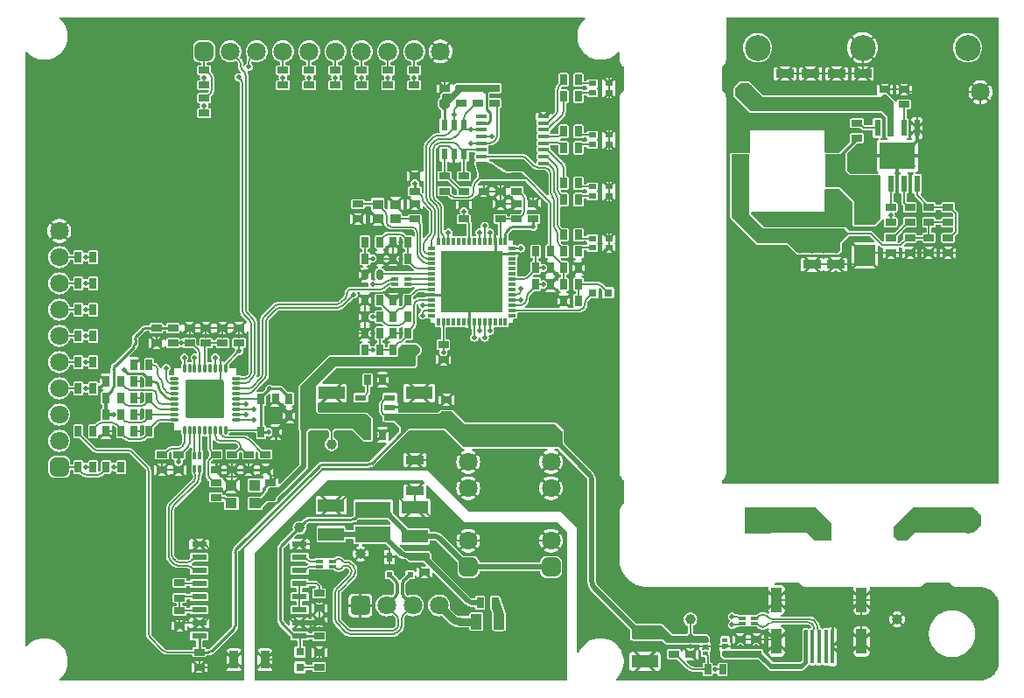
<source format=gbr>
%TF.GenerationSoftware,KiCad,Pcbnew,8.0.5*%
%TF.CreationDate,2024-09-26T23:09:47+07:00*%
%TF.ProjectId,HW.ACIM-DBG,48572e41-4349-44d2-9d44-42472e6b6963,0.1*%
%TF.SameCoordinates,Original*%
%TF.FileFunction,Copper,L1,Top*%
%TF.FilePolarity,Positive*%
%FSLAX46Y46*%
G04 Gerber Fmt 4.6, Leading zero omitted, Abs format (unit mm)*
G04 Created by KiCad (PCBNEW 8.0.5) date 2024-09-26 23:09:47*
%MOMM*%
%LPD*%
G01*
G04 APERTURE LIST*
G04 Aperture macros list*
%AMRoundRect*
0 Rectangle with rounded corners*
0 $1 Rounding radius*
0 $2 $3 $4 $5 $6 $7 $8 $9 X,Y pos of 4 corners*
0 Add a 4 corners polygon primitive as box body*
4,1,4,$2,$3,$4,$5,$6,$7,$8,$9,$2,$3,0*
0 Add four circle primitives for the rounded corners*
1,1,$1+$1,$2,$3*
1,1,$1+$1,$4,$5*
1,1,$1+$1,$6,$7*
1,1,$1+$1,$8,$9*
0 Add four rect primitives between the rounded corners*
20,1,$1+$1,$2,$3,$4,$5,0*
20,1,$1+$1,$4,$5,$6,$7,0*
20,1,$1+$1,$6,$7,$8,$9,0*
20,1,$1+$1,$8,$9,$2,$3,0*%
G04 Aperture macros list end*
%TA.AperFunction,SMDPad,CuDef*%
%ADD10R,0.650000X1.000000*%
%TD*%
%TA.AperFunction,SMDPad,CuDef*%
%ADD11R,1.000000X0.650000*%
%TD*%
%TA.AperFunction,ComponentPad*%
%ADD12RoundRect,0.450000X-0.450000X-0.450000X0.450000X-0.450000X0.450000X0.450000X-0.450000X0.450000X0*%
%TD*%
%TA.AperFunction,ComponentPad*%
%ADD13C,1.800000*%
%TD*%
%TA.AperFunction,SMDPad,CuDef*%
%ADD14R,2.500000X1.300000*%
%TD*%
%TA.AperFunction,SMDPad,CuDef*%
%ADD15R,1.700000X3.200000*%
%TD*%
%TA.AperFunction,SMDPad,CuDef*%
%ADD16R,0.600000X0.420000*%
%TD*%
%TA.AperFunction,SMDPad,CuDef*%
%ADD17C,1.000000*%
%TD*%
%TA.AperFunction,SMDPad,CuDef*%
%ADD18R,0.700000X0.300000*%
%TD*%
%TA.AperFunction,SMDPad,CuDef*%
%ADD19R,1.700000X0.900000*%
%TD*%
%TA.AperFunction,ComponentPad*%
%ADD20RoundRect,0.450000X0.450000X-0.450000X0.450000X0.450000X-0.450000X0.450000X-0.450000X-0.450000X0*%
%TD*%
%TA.AperFunction,SMDPad,CuDef*%
%ADD21R,0.800000X0.500000*%
%TD*%
%TA.AperFunction,SMDPad,CuDef*%
%ADD22R,0.350000X3.250000*%
%TD*%
%TA.AperFunction,ComponentPad*%
%ADD23RoundRect,0.220000X-0.330000X0.980000X-0.330000X-0.980000X0.330000X-0.980000X0.330000X0.980000X0*%
%TD*%
%TA.AperFunction,SMDPad,CuDef*%
%ADD24R,1.100000X0.600000*%
%TD*%
%TA.AperFunction,SMDPad,CuDef*%
%ADD25R,1.450000X0.550000*%
%TD*%
%TA.AperFunction,SMDPad,CuDef*%
%ADD26R,0.800000X0.800000*%
%TD*%
%TA.AperFunction,ComponentPad*%
%ADD27R,2.500000X2.500000*%
%TD*%
%TA.AperFunction,ComponentPad*%
%ADD28C,2.500000*%
%TD*%
%TA.AperFunction,SMDPad,CuDef*%
%ADD29RoundRect,0.162500X0.337500X-0.162500X0.337500X0.162500X-0.337500X0.162500X-0.337500X-0.162500X0*%
%TD*%
%TA.AperFunction,SMDPad,CuDef*%
%ADD30R,1.000000X0.900000*%
%TD*%
%TA.AperFunction,SMDPad,CuDef*%
%ADD31R,0.300000X0.700000*%
%TD*%
%TA.AperFunction,SMDPad,CuDef*%
%ADD32R,0.610000X1.600000*%
%TD*%
%TA.AperFunction,SMDPad,CuDef*%
%ADD33R,3.510000X2.620000*%
%TD*%
%TA.AperFunction,ComponentPad*%
%ADD34RoundRect,0.270000X0.630000X-0.630000X0.630000X0.630000X-0.630000X0.630000X-0.630000X-0.630000X0*%
%TD*%
%TA.AperFunction,SMDPad,CuDef*%
%ADD35R,1.100000X1.000000*%
%TD*%
%TA.AperFunction,SMDPad,CuDef*%
%ADD36RoundRect,0.162500X-0.162500X-0.337500X0.162500X-0.337500X0.162500X0.337500X-0.162500X0.337500X0*%
%TD*%
%TA.AperFunction,SMDPad,CuDef*%
%ADD37R,0.600000X0.900000*%
%TD*%
%TA.AperFunction,SMDPad,CuDef*%
%ADD38R,0.600000X0.500000*%
%TD*%
%TA.AperFunction,ComponentPad*%
%ADD39RoundRect,0.250000X0.650000X-0.650000X0.650000X0.650000X-0.650000X0.650000X-0.650000X-0.650000X0*%
%TD*%
%TA.AperFunction,SMDPad,CuDef*%
%ADD40R,1.000000X1.500000*%
%TD*%
%TA.AperFunction,SMDPad,CuDef*%
%ADD41R,0.900000X1.700000*%
%TD*%
%TA.AperFunction,SMDPad,CuDef*%
%ADD42R,6.000000X6.000000*%
%TD*%
%TA.AperFunction,SMDPad,CuDef*%
%ADD43R,1.000000X0.350000*%
%TD*%
%TA.AperFunction,SMDPad,CuDef*%
%ADD44R,0.600000X1.100000*%
%TD*%
%TA.AperFunction,SMDPad,CuDef*%
%ADD45R,3.500000X1.600000*%
%TD*%
%TA.AperFunction,SMDPad,CuDef*%
%ADD46R,2.000000X2.000000*%
%TD*%
%TA.AperFunction,SMDPad,CuDef*%
%ADD47O,0.900000X0.300000*%
%TD*%
%TA.AperFunction,SMDPad,CuDef*%
%ADD48O,0.300000X0.900000*%
%TD*%
%TA.AperFunction,SMDPad,CuDef*%
%ADD49RoundRect,0.185000X1.665000X1.665000X-1.665000X1.665000X-1.665000X-1.665000X1.665000X-1.665000X0*%
%TD*%
%TA.AperFunction,ViaPad*%
%ADD50C,0.480000*%
%TD*%
%TA.AperFunction,ViaPad*%
%ADD51C,0.800000*%
%TD*%
%TA.AperFunction,Conductor*%
%ADD52C,0.160000*%
%TD*%
%TA.AperFunction,Conductor*%
%ADD53C,0.250000*%
%TD*%
%TA.AperFunction,Conductor*%
%ADD54C,0.750000*%
%TD*%
%TA.AperFunction,Conductor*%
%ADD55C,0.500000*%
%TD*%
%TA.AperFunction,Conductor*%
%ADD56C,0.320000*%
%TD*%
%TA.AperFunction,Conductor*%
%ADD57C,1.000000*%
%TD*%
G04 APERTURE END LIST*
D10*
%TO.P,C43,1,1*%
%TO.N,GND*%
X145700000Y-63050000D03*
%TO.P,C43,2,2*%
%TO.N,Net-(U5-VPLL)*%
X147150000Y-63050000D03*
%TD*%
D11*
%TO.P,R33,1,1*%
%TO.N,/VCP/EECLK*%
X153925000Y-43975000D03*
%TO.P,R33,2,2*%
%TO.N,+3V3*%
X153925000Y-42525000D03*
%TD*%
D12*
%TO.P,J1,1,1*%
%TO.N,/USB HUB/INV_VBUS*%
X127432700Y-38950000D03*
D13*
%TO.P,J1,2,2*%
%TO.N,/USB HUB/USB7_N*%
X129972700Y-38950000D03*
%TO.P,J1,3,3*%
%TO.N,/USB HUB/USB7_P*%
X132512700Y-38950000D03*
%TO.P,J1,4,4*%
%TO.N,/USB HUB/INV_TXD1*%
X135052700Y-38950000D03*
%TO.P,J1,5,5*%
%TO.N,/USB HUB/INV_RXD1*%
X137592700Y-38950000D03*
%TO.P,J1,6,6*%
%TO.N,/USB HUB/INV_TXD2*%
X140132700Y-38950000D03*
%TO.P,J1,7,7*%
%TO.N,/USB HUB/INV_RXD2*%
X142672700Y-38950000D03*
%TO.P,J1,8,8*%
%TO.N,/USB HUB/INV_RTS2*%
X145212700Y-38950000D03*
%TO.P,J1,9,9*%
%TO.N,/USB HUB/INV_CTS2*%
X147752700Y-38950000D03*
%TO.P,J1,10,10*%
%TO.N,GND*%
X150292700Y-38950000D03*
%TD*%
D11*
%TO.P,C4,1,1*%
%TO.N,GND*%
X150887500Y-72687502D03*
%TO.P,C4,2,2*%
%TO.N,+5V*%
X150887500Y-74137500D03*
%TD*%
D10*
%TO.P,C47,1,1*%
%TO.N,GND*%
X163650000Y-59900000D03*
%TO.P,C47,2,2*%
%TO.N,+3V3*%
X162200000Y-59900000D03*
%TD*%
%TO.P,R47,1,1*%
%TO.N,/USB HUB/VCP_VBUS*%
X145700000Y-67850000D03*
%TO.P,R47,2,2*%
%TO.N,+3V3*%
X147150000Y-67850000D03*
%TD*%
D11*
%TO.P,C23,1,1*%
%TO.N,GND*%
X127617000Y-65725200D03*
%TO.P,C23,2,2*%
%TO.N,Net-(U2-CRFILT)*%
X127617000Y-67175200D03*
%TD*%
D10*
%TO.P,C26,1,1*%
%TO.N,GND*%
X120650000Y-70900200D03*
%TO.P,C26,2,2*%
%TO.N,Net-(C26-Pad2)*%
X122100000Y-70900200D03*
%TD*%
D14*
%TO.P,C1,+,+*%
%TO.N,+5V_ISO*%
X147812700Y-85900000D03*
%TO.P,C1,-,-*%
%TO.N,GND_ISO*%
X147812700Y-83100000D03*
%TD*%
D10*
%TO.P,C38,1,1*%
%TO.N,GND*%
X144450000Y-59000000D03*
%TO.P,C38,2,2*%
%TO.N,+3V3*%
X143000000Y-59000000D03*
%TD*%
%TO.P,R6,1,1*%
%TO.N,+5V*%
X115250000Y-75700200D03*
%TO.P,R6,2,2*%
%TO.N,Net-(U2-VBUS_DET)*%
X116700000Y-75700200D03*
%TD*%
%TO.P,R2,1,1*%
%TO.N,Net-(U2-PRTPWR1{slash}BC_EN1)*%
X116700000Y-79180200D03*
%TO.P,R2,2,2*%
%TO.N,/USB HUB/PSU_VBUS*%
X115250000Y-79180200D03*
%TD*%
D11*
%TO.P,R34,1,1*%
%TO.N,/VCP/~{PWREN}*%
X155525000Y-43975000D03*
%TO.P,R34,2,2*%
%TO.N,+3V3*%
X155525000Y-42525000D03*
%TD*%
%TO.P,R26,1,1*%
%TO.N,/USB HUB/INV_TXD2*%
X140132700Y-40775000D03*
%TO.P,R26,2,2*%
%TO.N,Net-(U5-DDBUS1{slash}RXD)*%
X140132700Y-42225000D03*
%TD*%
%TO.P,R52,1,1*%
%TO.N,Net-(C59-Pad2)*%
X195705000Y-55490000D03*
%TO.P,R52,2,2*%
%TO.N,Net-(U10-COMP)*%
X195705000Y-54040002D03*
%TD*%
%TO.P,R48,1,1*%
%TO.N,/USB HUB/PRG_VBUS*%
X172875100Y-97305099D03*
%TO.P,R48,2,2*%
%TO.N,+5V*%
X172875100Y-95855101D03*
%TD*%
D10*
%TO.P,R35,1,1*%
%TO.N,Net-(U7-Q6)*%
X162200000Y-43300000D03*
%TO.P,R35,2,2*%
%TO.N,Net-(D5-RA)*%
X163650000Y-43300000D03*
%TD*%
%TO.P,C48,1,1*%
%TO.N,GND*%
X160950000Y-59900000D03*
%TO.P,C48,2,2*%
%TO.N,Net-(C48-Pad2)*%
X159500000Y-59900000D03*
%TD*%
D11*
%TO.P,C29,1,1*%
%TO.N,GND*%
X130817000Y-65725200D03*
%TO.P,C29,2,2*%
%TO.N,Net-(C28-Pad2)*%
X130817000Y-67175200D03*
%TD*%
%TO.P,C45,1,1*%
%TO.N,GND*%
X157675000Y-53725000D03*
%TO.P,C45,2,2*%
%TO.N,Net-(U5-VREGIN)*%
X157675000Y-55175000D03*
%TD*%
D10*
%TO.P,R42,1,1*%
%TO.N,Net-(U7-Q1)*%
X162200000Y-56700000D03*
%TO.P,R42,2,2*%
%TO.N,Net-(D2-GA)*%
X163650000Y-56700000D03*
%TD*%
%TO.P,R16,1,1*%
%TO.N,/USB HUB/VCP_VBUS*%
X144450000Y-66250000D03*
%TO.P,R16,2,2*%
%TO.N,GND*%
X143000000Y-66250000D03*
%TD*%
D11*
%TO.P,C67,1,1*%
%TO.N,PGND*%
X197555000Y-58440000D03*
%TO.P,C67,2,2*%
%TO.N,Net-(MD4-DC+)*%
X197555000Y-56990002D03*
%TD*%
D15*
%TO.P,L2,1,1*%
%TO.N,Net-(U10-SW)*%
X188340000Y-50515001D03*
%TO.P,L2,2,2*%
%TO.N,Net-(MD4-DC+)*%
X179339998Y-50515001D03*
%TD*%
D11*
%TO.P,C46,1,1*%
%TO.N,GND*%
X156075000Y-53725000D03*
%TO.P,C46,2,2*%
%TO.N,Net-(U5-VREGIN)*%
X156075000Y-55175000D03*
%TD*%
D16*
%TO.P,U9,1,VOUT*%
%TO.N,Net-(J2-VCC)*%
X177825100Y-97230100D03*
%TO.P,U9,2,GND*%
%TO.N,GND*%
X177825099Y-96580100D03*
%TO.P,U9,3,NC*%
%TO.N,unconnected-(U9-NC-Pad3)*%
X177825100Y-95930100D03*
%TO.P,U9,4,VIN*%
%TO.N,+5V*%
X175925100Y-95930100D03*
%TO.P,U9,5,GND*%
%TO.N,GND*%
X175925101Y-96580100D03*
%TO.P,U9,6,EN*%
%TO.N,/USB HUB/PRG_VBUS*%
X175925100Y-97230100D03*
%TD*%
D17*
%TO.P,TP3,1*%
%TO.N,+5V*%
X174475100Y-93930100D03*
%TD*%
D10*
%TO.P,R41,1,1*%
%TO.N,Net-(U7-Q0)*%
X162200000Y-58300000D03*
%TO.P,R41,2,2*%
%TO.N,Net-(D2-RA)*%
X163650000Y-58300000D03*
%TD*%
D11*
%TO.P,C36,1,1*%
%TO.N,GND*%
X159275000Y-53725000D03*
%TO.P,C36,2,2*%
%TO.N,Net-(U5-VREGOUT)*%
X159275000Y-55175000D03*
%TD*%
D10*
%TO.P,R49,1,1*%
%TO.N,/USB HUB/PSU_VBUS*%
X117950000Y-79180200D03*
%TO.P,R49,2,2*%
%TO.N,+3V3*%
X119400000Y-79180200D03*
%TD*%
D18*
%TO.P,FT6,1,1*%
%TO.N,Net-(U5-DP)*%
X147100000Y-61500000D03*
%TO.P,FT6,2,2*%
%TO.N,/USB HUB/USB4_P*%
X145850000Y-61500000D03*
%TO.P,FT6,3,3*%
%TO.N,/USB HUB/USB4_N*%
X145850000Y-61000000D03*
%TO.P,FT6,4,4*%
%TO.N,Net-(U5-DM)*%
X147100000Y-61000000D03*
%TD*%
D19*
%TO.P,C5,1,1*%
%TO.N,GND_ISO*%
X147812700Y-81500000D03*
%TO.P,C5,2,2*%
%TO.N,GND*%
X147812700Y-78500000D03*
%TD*%
D11*
%TO.P,R12,1,1*%
%TO.N,GND*%
X123362700Y-79425000D03*
%TO.P,R12,2,2*%
%TO.N,Net-(U2-SUSP_IND{slash}LOCAL_PWR{slash}NON_REM0)*%
X123362700Y-77975000D03*
%TD*%
D10*
%TO.P,R40,1,1*%
%TO.N,Net-(U7-Q3)*%
X162200000Y-51700000D03*
%TO.P,R40,2,2*%
%TO.N,Net-(D3-GA)*%
X163650000Y-51700000D03*
%TD*%
D11*
%TO.P,C9,1,1*%
%TO.N,GND*%
X180875100Y-95855100D03*
%TO.P,C9,2,2*%
%TO.N,Net-(J2-VCC)*%
X180875100Y-97305100D03*
%TD*%
D10*
%TO.P,C28,1,1*%
%TO.N,GND*%
X134392000Y-72600200D03*
%TO.P,C28,2,2*%
%TO.N,Net-(C28-Pad2)*%
X132942000Y-72600200D03*
%TD*%
D18*
%TO.P,FT11,1,1*%
%TO.N,/USB HUB/USB6_N*%
X180700100Y-94304385D03*
%TO.P,FT11,2,2*%
%TO.N,/USB HUB/USB3_N*%
X179450100Y-94304385D03*
%TO.P,FT11,3,3*%
%TO.N,/USB HUB/USB3_P*%
X179450100Y-93804385D03*
%TO.P,FT11,4,4*%
%TO.N,/USB HUB/USB6_P*%
X180700100Y-93804385D03*
%TD*%
D10*
%TO.P,C41,1,1*%
%TO.N,GND*%
X143000000Y-64650000D03*
%TO.P,C41,2,2*%
%TO.N,+3V3*%
X144450000Y-64650000D03*
%TD*%
%TO.P,R22,1,1*%
%TO.N,Net-(U5-BDBUS3{slash}~{CTS})*%
X116700000Y-61400200D03*
%TO.P,R22,2,2*%
%TO.N,/USB HUB/PSU_RTS2*%
X115250000Y-61400200D03*
%TD*%
D17*
%TO.P,TP4,1*%
%TO.N,+3V3*%
X139737500Y-76962500D03*
%TD*%
D11*
%TO.P,C11,1,1*%
%TO.N,GND*%
X174475100Y-97305099D03*
%TO.P,C11,2,2*%
%TO.N,+5V*%
X174475100Y-95855101D03*
%TD*%
%TO.P,C3,1,1*%
%TO.N,GND_ISO*%
X148762700Y-89374999D03*
%TO.P,C3,2,2*%
%TO.N,Net-(D1-CH3)*%
X148762700Y-87925001D03*
%TD*%
D20*
%TO.P,J3,1,1*%
%TO.N,/USB HUB/PSU_VBUS*%
X113425000Y-79180200D03*
D13*
%TO.P,J3,2,2*%
%TO.N,/USB HUB/USB5_N*%
X113425000Y-76640200D03*
%TO.P,J3,3,3*%
%TO.N,/USB HUB/USB5_P*%
X113425000Y-74100200D03*
%TO.P,J3,4,4*%
%TO.N,/USB HUB/PSU_TXD1*%
X113425000Y-71560200D03*
%TO.P,J3,5,5*%
%TO.N,/USB HUB/PSU_RXD1*%
X113425000Y-69020200D03*
%TO.P,J3,6,6*%
%TO.N,/USB HUB/PSU_TXD2*%
X113425000Y-66480200D03*
%TO.P,J3,7,7*%
%TO.N,/USB HUB/PSU_RXD2*%
X113425000Y-63940200D03*
%TO.P,J3,8,8*%
%TO.N,/USB HUB/PSU_RTS2*%
X113425000Y-61400200D03*
%TO.P,J3,9,9*%
%TO.N,/USB HUB/PSU_CTS2*%
X113425000Y-58860200D03*
%TO.P,J3,10,10*%
%TO.N,GND*%
X113425000Y-56320200D03*
%TD*%
D19*
%TO.P,C66,1,1*%
%TO.N,PGND*%
X188540000Y-59565001D03*
%TO.P,C66,2,2*%
%TO.N,Net-(MD4-DC+)*%
X188540000Y-56565001D03*
%TD*%
D10*
%TO.P,R5,1,1*%
%TO.N,+3V3*%
X117950000Y-74100200D03*
%TO.P,R5,2,2*%
%TO.N,Net-(U2-~{RESET})*%
X119400000Y-74100200D03*
%TD*%
D19*
%TO.P,C56,1,1*%
%TO.N,PGND*%
X191125000Y-41090000D03*
%TO.P,C56,2,2*%
%TO.N,Net-(MD3-DC+)*%
X191125000Y-44090000D03*
%TD*%
D21*
%TO.P,D2,1,GK*%
%TO.N,GND*%
X166575000Y-57050000D03*
%TO.P,D2,2,GA*%
%TO.N,Net-(D2-GA)*%
X164975000Y-57050000D03*
%TO.P,D2,3,RA*%
%TO.N,Net-(D2-RA)*%
X164975000Y-57950000D03*
%TO.P,D2,4,RK*%
%TO.N,GND*%
X166575000Y-57950000D03*
%TD*%
D11*
%TO.P,C50,1,1*%
%TO.N,GND*%
X152575000Y-53725000D03*
%TO.P,C50,2,2*%
%TO.N,Net-(C48-Pad2)*%
X152575000Y-55175000D03*
%TD*%
D22*
%TO.P,J2,1,VCC*%
%TO.N,Net-(J2-VCC)*%
X185625100Y-96580100D03*
%TO.P,J2,2,D-*%
%TO.N,/USB HUB/USB6_N*%
X186275100Y-96580100D03*
%TO.P,J2,3,D+*%
%TO.N,/USB HUB/USB6_P*%
X186925100Y-96580100D03*
%TO.P,J2,4,ID*%
%TO.N,unconnected-(J2-ID-Pad4)*%
X187575100Y-96580100D03*
%TO.P,J2,5,GND*%
%TO.N,GND*%
X188225100Y-96580100D03*
D23*
%TO.P,J2,6,CASE*%
X182825100Y-96075100D03*
%TO.P,J2,7,CASE*%
X182825100Y-92025100D03*
%TO.P,J2,8,CASE*%
X191025100Y-92025100D03*
%TO.P,J2,9,CASE*%
X191025100Y-96075100D03*
%TD*%
D11*
%TO.P,C51,1,1*%
%TO.N,GND*%
X150725000Y-42525000D03*
%TO.P,C51,2,2*%
%TO.N,+3V3*%
X150725000Y-43975000D03*
%TD*%
D10*
%TO.P,C53,1,1*%
%TO.N,GND*%
X144712499Y-70750000D03*
%TO.P,C53,2,2*%
%TO.N,Net-(U1-NC{slash}BP)*%
X143262501Y-70750000D03*
%TD*%
%TO.P,R13,1,1*%
%TO.N,GND*%
X117950000Y-70900200D03*
%TO.P,R13,2,2*%
%TO.N,Net-(U2-SCL{slash}SMBCLK{slash}CFG_SEL0)*%
X119400000Y-70900200D03*
%TD*%
D11*
%TO.P,C49,1,1*%
%TO.N,GND*%
X150575000Y-68800000D03*
%TO.P,C49,2,2*%
%TO.N,Net-(C48-Pad2)*%
X150575000Y-67350000D03*
%TD*%
%TO.P,R23,1,1*%
%TO.N,/USB HUB/INV_RXD1*%
X137592700Y-40775000D03*
%TO.P,R23,2,2*%
%TO.N,Net-(U5-CDBUS0{slash}TXD)*%
X137592700Y-42225000D03*
%TD*%
D14*
%TO.P,C2,+,+*%
%TO.N,+5V*%
X170075100Y-95180101D03*
%TO.P,C2,-,-*%
%TO.N,GND*%
X170075100Y-97980099D03*
%TD*%
D11*
%TO.P,R28,1,1*%
%TO.N,/USB HUB/INV_RTS2*%
X145225000Y-40775000D03*
%TO.P,R28,2,2*%
%TO.N,Net-(U5-DDBUS3{slash}~{CTS})*%
X145225000Y-42225000D03*
%TD*%
D10*
%TO.P,C31,1,1*%
%TO.N,GND*%
X134392000Y-75800200D03*
%TO.P,C31,2,2*%
%TO.N,Net-(C28-Pad2)*%
X132942000Y-75800200D03*
%TD*%
D11*
%TO.P,C63,1,1*%
%TO.N,PGND*%
X195704999Y-58440000D03*
%TO.P,C63,2,2*%
%TO.N,Net-(MD4-DC+)*%
X195704999Y-56990002D03*
%TD*%
D19*
%TO.P,C65,1,1*%
%TO.N,PGND*%
X183624998Y-41090000D03*
%TO.P,C65,2,2*%
%TO.N,Net-(MD3-DC+)*%
X183624998Y-44090000D03*
%TD*%
D10*
%TO.P,FT8,1,1*%
%TO.N,+3V3*%
X147150000Y-64650000D03*
%TO.P,FT8,2,2*%
%TO.N,Net-(U5-VPLL)*%
X145700000Y-64650000D03*
%TD*%
D24*
%TO.P,U1,1,VIN*%
%TO.N,+5V*%
X145387500Y-74362501D03*
%TO.P,U1,2,GND*%
%TO.N,GND*%
X145387499Y-73412501D03*
%TO.P,U1,3,EN*%
%TO.N,+5V*%
X145387500Y-72462501D03*
%TO.P,U1,4,NC/BP*%
%TO.N,Net-(U1-NC{slash}BP)*%
X142587500Y-72462501D03*
%TO.P,U1,5,VOUT*%
%TO.N,+3V3*%
X142587500Y-74362501D03*
%TD*%
D11*
%TO.P,R9,1,1*%
%TO.N,Net-(U2-RBIAS)*%
X133362700Y-77975000D03*
%TO.P,R9,2,2*%
%TO.N,GND*%
X133362700Y-79425000D03*
%TD*%
D10*
%TO.P,R7,1,1*%
%TO.N,Net-(U2-VBUS_DET)*%
X119400000Y-75700200D03*
%TO.P,R7,2,2*%
%TO.N,GND*%
X117950000Y-75700200D03*
%TD*%
D11*
%TO.P,C13,1,1*%
%TO.N,GND*%
X125062700Y-94550000D03*
%TO.P,C13,2,2*%
%TO.N,Net-(U3-SPD)*%
X125062700Y-93100000D03*
%TD*%
%TO.P,C33,1,1*%
%TO.N,GND*%
X142325000Y-55175000D03*
%TO.P,C33,2,2*%
%TO.N,/VCP/OSCO*%
X142325000Y-53725000D03*
%TD*%
D10*
%TO.P,C37,1,1*%
%TO.N,GND*%
X160950000Y-61500000D03*
%TO.P,C37,2,2*%
%TO.N,Net-(U5-VREGOUT)*%
X159500000Y-61500000D03*
%TD*%
D11*
%TO.P,R51,1,1*%
%TO.N,PGND*%
X195125000Y-42640002D03*
%TO.P,R51,2,2*%
%TO.N,Net-(U10-FREQ)*%
X195125000Y-44090000D03*
%TD*%
D10*
%TO.P,R37,1,1*%
%TO.N,Net-(U7-Q4)*%
X162200000Y-48300000D03*
%TO.P,R37,2,2*%
%TO.N,Net-(D4-RA)*%
X163650000Y-48300000D03*
%TD*%
D11*
%TO.P,C57,1,1*%
%TO.N,PGND*%
X193275000Y-42640002D03*
%TO.P,C57,2,2*%
%TO.N,Net-(MD3-DC+)*%
X193275000Y-44090000D03*
%TD*%
%TO.P,R46,1,1*%
%TO.N,/USB HUB/INV_VBUS*%
X127432700Y-43475000D03*
%TO.P,R46,2,2*%
%TO.N,+3V3*%
X127432700Y-44925000D03*
%TD*%
D19*
%TO.P,C58,1,1*%
%TO.N,PGND*%
X188625000Y-41090000D03*
%TO.P,C58,2,2*%
%TO.N,Net-(MD3-DC+)*%
X188625000Y-44090000D03*
%TD*%
D25*
%TO.P,U3,1,VBUS1*%
%TO.N,+5V_ISO*%
X136662700Y-95550000D03*
%TO.P,U3,2,GND1*%
%TO.N,GND_ISO*%
X136662700Y-94280000D03*
%TO.P,U3,3,VDD1*%
%TO.N,Net-(U3-PDEN)*%
X136662700Y-93010000D03*
%TO.P,U3,4,PDEN*%
X136662700Y-91740000D03*
%TO.P,U3,5,SPU*%
X136662700Y-90470000D03*
%TO.P,U3,6,UD-*%
%TO.N,Net-(U3-UD-)*%
X136662700Y-89200000D03*
%TO.P,U3,7,UD+*%
%TO.N,Net-(U3-UD+)*%
X136662700Y-87930000D03*
%TO.P,U3,8,GND1*%
%TO.N,GND_ISO*%
X136662700Y-86660000D03*
%TO.P,U3,9,GND2*%
%TO.N,GND*%
X126962700Y-86660000D03*
%TO.P,U3,10,DD+*%
%TO.N,/USB HUB/USB2_P*%
X126962700Y-87930000D03*
%TO.P,U3,11,DD-*%
%TO.N,/USB HUB/USB2_N*%
X126962700Y-89200000D03*
%TO.P,U3,12,PIN*%
%TO.N,Net-(U3-PIN)*%
X126962700Y-90470000D03*
%TO.P,U3,13,SPD*%
%TO.N,Net-(U3-SPD)*%
X126962700Y-91740000D03*
%TO.P,U3,14,VDD2*%
X126962700Y-93010000D03*
%TO.P,U3,15,GND2*%
%TO.N,GND*%
X126962700Y-94280000D03*
%TO.P,U3,16,VBUS2*%
%TO.N,+5V*%
X126962700Y-95550000D03*
%TD*%
D26*
%TO.P,D6,A,A*%
%TO.N,+5V_ISO*%
X136712700Y-97075000D03*
%TO.P,D6,K,K*%
%TO.N,Net-(D6-PadK)*%
X136712700Y-98575000D03*
%TD*%
D10*
%TO.P,R3,1,1*%
%TO.N,Net-(D7-PadK)*%
X163649999Y-63100000D03*
%TO.P,R3,2,2*%
%TO.N,GND*%
X162200001Y-63100000D03*
%TD*%
D21*
%TO.P,D3,1,GK*%
%TO.N,GND*%
X166575000Y-52050000D03*
%TO.P,D3,2,GA*%
%TO.N,Net-(D3-GA)*%
X164975000Y-52050000D03*
%TO.P,D3,3,RA*%
%TO.N,Net-(D3-RA)*%
X164975000Y-52950000D03*
%TO.P,D3,4,RK*%
%TO.N,GND*%
X166575000Y-52950000D03*
%TD*%
D11*
%TO.P,C30,1,1*%
%TO.N,GND*%
X124962700Y-79425000D03*
%TO.P,C30,2,2*%
%TO.N,Net-(C28-Pad2)*%
X124962700Y-77975000D03*
%TD*%
D27*
%TO.P,MD4,1,ACN*%
%TO.N,Net-(MD3-ACN)*%
X180965000Y-84310000D03*
D28*
%TO.P,MD4,2,ACL*%
%TO.N,Net-(MD3-ACL)*%
X201285000Y-84310000D03*
%TO.P,MD4,3*%
%TO.N,N/C*%
X201285000Y-38590000D03*
%TO.P,MD4,4,DC-*%
%TO.N,PGND*%
X191125000Y-38590000D03*
%TO.P,MD4,5,DC+*%
%TO.N,Net-(MD4-DC+)*%
X180965000Y-38590000D03*
%TD*%
D11*
%TO.P,C15,1,1*%
%TO.N,GND*%
X126962700Y-98550000D03*
%TO.P,C15,2,2*%
%TO.N,+5V*%
X126962700Y-97100000D03*
%TD*%
%TO.P,R30,1,1*%
%TO.N,/VCP/EECS*%
X152325000Y-43975000D03*
%TO.P,R30,2,2*%
%TO.N,+3V3*%
X152325000Y-42525000D03*
%TD*%
D10*
%TO.P,R44,1,1*%
%TO.N,Net-(U2-PRTPWR3{slash}BC_EN3)*%
X143000000Y-67850000D03*
%TO.P,R44,2,2*%
%TO.N,/USB HUB/VCP_VBUS*%
X144450000Y-67850000D03*
%TD*%
%TO.P,C42,1,1*%
%TO.N,GND*%
X143000000Y-63050000D03*
%TO.P,C42,2,2*%
%TO.N,Net-(U5-VPLL)*%
X144450000Y-63050000D03*
%TD*%
%TO.P,C39,1,1*%
%TO.N,GND*%
X145700000Y-57400000D03*
%TO.P,C39,2,2*%
%TO.N,Net-(U5-VPHY)*%
X147150000Y-57400000D03*
%TD*%
D11*
%TO.P,C19,1,1*%
%TO.N,GND*%
X133867000Y-80675200D03*
D29*
%TO.P,C19,2,2*%
%TO.N,+3V3*%
X133867000Y-82125200D03*
%TD*%
D11*
%TO.P,C59,1,1*%
%TO.N,PGND*%
X193855000Y-58440000D03*
%TO.P,C59,2,2*%
%TO.N,Net-(C59-Pad2)*%
X193855000Y-56990002D03*
%TD*%
%TO.P,R27,1,1*%
%TO.N,/USB HUB/INV_CTS2*%
X147752700Y-40775000D03*
%TO.P,R27,2,2*%
%TO.N,Net-(U5-DDBUS2{slash}~{RTS})*%
X147752700Y-42225000D03*
%TD*%
D10*
%TO.P,R36,1,1*%
%TO.N,Net-(U7-Q7)*%
X162200000Y-41700000D03*
%TO.P,R36,2,2*%
%TO.N,Net-(D5-GA)*%
X163650000Y-41700000D03*
%TD*%
D17*
%TO.P,TP5,1*%
%TO.N,GND*%
X194475100Y-93930100D03*
%TD*%
D10*
%TO.P,R17,1,1*%
%TO.N,Net-(U5-ADBUS0{slash}TXD)*%
X116700000Y-69020200D03*
%TO.P,R17,2,2*%
%TO.N,/USB HUB/PSU_RXD1*%
X115250000Y-69020200D03*
%TD*%
D11*
%TO.P,C10,1,1*%
%TO.N,GND*%
X179275100Y-95855100D03*
%TO.P,C10,2,2*%
%TO.N,Net-(J2-VCC)*%
X179275100Y-97305100D03*
%TD*%
%TO.P,R53,1,1*%
%TO.N,PGND*%
X199405000Y-58440000D03*
%TO.P,R53,2,2*%
%TO.N,Net-(U10-FB)*%
X199405000Y-56990002D03*
%TD*%
D10*
%TO.P,FT1,1,1*%
%TO.N,Net-(F1-Pad2)*%
X155587699Y-92300000D03*
%TO.P,FT1,2,2*%
%TO.N,Net-(D1-CH3)*%
X154137701Y-92300000D03*
%TD*%
D30*
%TO.P,U8,1,X1*%
%TO.N,/VCP/OSCI*%
X145925000Y-55150000D03*
%TO.P,U8,2,GND1*%
%TO.N,GND*%
X145925000Y-53750000D03*
%TO.P,U8,3,GND2*%
%TO.N,/VCP/OSCO*%
X144225000Y-53750000D03*
%TO.P,U8,4,X2*%
%TO.N,GND*%
X144225000Y-55150000D03*
%TD*%
D21*
%TO.P,D4,1,GK*%
%TO.N,GND*%
X166575000Y-47050000D03*
%TO.P,D4,2,GA*%
%TO.N,Net-(D4-GA)*%
X164975000Y-47050000D03*
%TO.P,D4,3,RA*%
%TO.N,Net-(D4-RA)*%
X164975000Y-47950000D03*
%TO.P,D4,4,RK*%
%TO.N,GND*%
X166575000Y-47950000D03*
%TD*%
D10*
%TO.P,R43,1,1*%
%TO.N,Net-(U2-PRTPWR2{slash}BC_EN2)*%
X177600099Y-98780100D03*
%TO.P,R43,2,2*%
%TO.N,/USB HUB/PRG_VBUS*%
X176150101Y-98780100D03*
%TD*%
%TO.P,R14,1,1*%
%TO.N,GND*%
X120650000Y-72500200D03*
%TO.P,R14,2,2*%
%TO.N,Net-(U2-HS_IND{slash}CFG_SEL1)*%
X122100000Y-72500200D03*
%TD*%
D14*
%TO.P,C55,+,+*%
%TO.N,Net-(D1-CH3)*%
X139712700Y-85699999D03*
%TO.P,C55,-,-*%
%TO.N,GND_ISO*%
X139712700Y-82900001D03*
%TD*%
D11*
%TO.P,R54,1,1*%
%TO.N,Net-(U10-FB)*%
X199405000Y-54040002D03*
%TO.P,R54,2,2*%
%TO.N,Net-(MD4-DC+)*%
X199405000Y-55490000D03*
%TD*%
D31*
%TO.P,FT2,1,1*%
%TO.N,Net-(U2-USBDP_UP)*%
X127017000Y-78075200D03*
%TO.P,FT2,2,2*%
%TO.N,/USB HUB/USB2_P*%
X127017000Y-79325200D03*
%TO.P,FT2,3,3*%
%TO.N,/USB HUB/USB2_N*%
X126517000Y-79325200D03*
%TO.P,FT2,4,4*%
%TO.N,Net-(U2-USBDM_UP)*%
X126517000Y-78075200D03*
%TD*%
D10*
%TO.P,R11,1,1*%
%TO.N,Net-(U2-HS_IND{slash}CFG_SEL1)*%
X119400000Y-72500200D03*
%TO.P,R11,2,2*%
%TO.N,+3V3*%
X117950000Y-72500200D03*
%TD*%
D32*
%TO.P,U10,1,SW*%
%TO.N,Net-(U10-SW)*%
X192585000Y-51765001D03*
%TO.P,U10,2,EN*%
%TO.N,Net-(U10-EN)*%
X193855000Y-51765001D03*
%TO.P,U10,3,COMP*%
%TO.N,Net-(U10-COMP)*%
X195125000Y-51765001D03*
%TO.P,U10,4,FB*%
%TO.N,Net-(U10-FB)*%
X196395000Y-51765001D03*
%TO.P,U10,5,GND*%
%TO.N,PGND*%
X196395000Y-46365001D03*
%TO.P,U10,6,FREQ*%
%TO.N,Net-(U10-FREQ)*%
X195125000Y-46365001D03*
%TO.P,U10,7,IN*%
%TO.N,Net-(MD3-DC+)*%
X193855000Y-46365001D03*
%TO.P,U10,8,BST*%
%TO.N,Net-(U10-BST)*%
X192585000Y-46365001D03*
D33*
%TO.P,U10,9,EP*%
%TO.N,PGND*%
X194490000Y-49065001D03*
%TD*%
D11*
%TO.P,C60,1,1*%
%TO.N,Net-(U10-BST)*%
X190590000Y-45890002D03*
%TO.P,C60,2,2*%
%TO.N,Net-(U10-SW)*%
X190590000Y-47340000D03*
%TD*%
D34*
%TO.P,MD3,1,ACN*%
%TO.N,Net-(MD3-ACN)*%
X187225000Y-85400001D03*
D13*
%TO.P,MD3,2,ACL*%
%TO.N,Net-(MD3-ACL)*%
X195025000Y-85400001D03*
%TO.P,MD3,3,DC-*%
%TO.N,PGND*%
X202525000Y-42900000D03*
%TO.P,MD3,4,DC+*%
%TO.N,Net-(MD3-DC+)*%
X179725000Y-42900000D03*
%TD*%
D10*
%TO.P,FT7,1,1*%
%TO.N,+3V3*%
X143000000Y-57400000D03*
%TO.P,FT7,2,2*%
%TO.N,Net-(U5-VPHY)*%
X144450000Y-57400000D03*
%TD*%
D35*
%TO.P,U4,1,EN*%
%TO.N,unconnected-(U4-EN-Pad1)*%
X132362701Y-80950000D03*
%TO.P,U4,2,GND*%
%TO.N,GND*%
X130062699Y-80950000D03*
%TO.P,U4,3,CLKO*%
%TO.N,Net-(U4-CLKO)*%
X130062699Y-82700001D03*
%TO.P,U4,4,VDD*%
%TO.N,+3V3*%
X132362701Y-82700001D03*
%TD*%
D10*
%TO.P,R38,1,1*%
%TO.N,Net-(U7-Q5)*%
X162200000Y-46700000D03*
%TO.P,R38,2,2*%
%TO.N,Net-(D4-GA)*%
X163650000Y-46700000D03*
%TD*%
D17*
%TO.P,TP1,1*%
%TO.N,+5V_ISO*%
X136662700Y-85060000D03*
%TD*%
D11*
%TO.P,R32,1,1*%
%TO.N,/VCP/EEDATA*%
X152575000Y-51025000D03*
%TO.P,R32,2,2*%
%TO.N,Net-(U6-DO)*%
X152575000Y-52475000D03*
%TD*%
D19*
%TO.P,C62,1,1*%
%TO.N,PGND*%
X186239998Y-59565001D03*
%TO.P,C62,2,2*%
%TO.N,Net-(MD4-DC+)*%
X186239998Y-56565001D03*
%TD*%
D11*
%TO.P,R4,1,1*%
%TO.N,Net-(U3-PIN)*%
X125062700Y-90400000D03*
%TO.P,R4,2,2*%
%TO.N,Net-(U3-SPD)*%
X125062700Y-91850000D03*
%TD*%
D36*
%TO.P,R29,1,1*%
%TO.N,Net-(U5-REF)*%
X144450000Y-60600000D03*
%TO.P,R29,2,2*%
%TO.N,GND*%
X143000000Y-60600000D03*
%TD*%
D11*
%TO.P,R50,1,1*%
%TO.N,Net-(U10-EN)*%
X193855000Y-54040002D03*
%TO.P,R50,2,2*%
%TO.N,Net-(MD3-DC+)*%
X193855000Y-55490000D03*
%TD*%
D10*
%TO.P,R18,1,1*%
%TO.N,Net-(U5-ADBUS1{slash}RXD)*%
X116700000Y-71560200D03*
%TO.P,R18,2,2*%
%TO.N,/USB HUB/PSU_TXD1*%
X115250000Y-71560200D03*
%TD*%
D17*
%TO.P,TP2,1*%
%TO.N,GND_ISO*%
X142552700Y-87575000D03*
%TD*%
D11*
%TO.P,R1,1,1*%
%TO.N,Net-(D6-PadK)*%
X138562700Y-98550000D03*
%TO.P,R1,2,2*%
%TO.N,GND_ISO*%
X138562700Y-97100000D03*
%TD*%
D37*
%TO.P,D1,1,GND*%
%TO.N,GND_ISO*%
X145362700Y-87900000D03*
D38*
%TO.P,D1,2,CH1*%
%TO.N,/USB HUB/USB1_P*%
X145362700Y-89600000D03*
%TO.P,D1,3,CH2*%
%TO.N,/USB HUB/USB1_N*%
X147362700Y-89600000D03*
%TO.P,D1,4,CH3*%
%TO.N,Net-(D1-CH3)*%
X147362700Y-87700000D03*
%TD*%
D39*
%TO.P,J4,1,1*%
%TO.N,GND_ISO*%
X142552700Y-92575000D03*
D13*
%TO.P,J4,2,2*%
%TO.N,/USB HUB/USB1_P*%
X145092700Y-92575000D03*
%TO.P,J4,3,3*%
%TO.N,/USB HUB/USB1_N*%
X147632700Y-92575000D03*
%TO.P,J4,4,4*%
%TO.N,Net-(F1-Pad1)*%
X150172700Y-92575000D03*
%TD*%
D40*
%TO.P,F1,1,1*%
%TO.N,Net-(F1-Pad1)*%
X153762701Y-94150000D03*
%TO.P,F1,2,2*%
%TO.N,Net-(F1-Pad2)*%
X155962699Y-94150000D03*
%TD*%
D41*
%TO.P,C6,1,1*%
%TO.N,GND_ISO*%
X133312700Y-97850000D03*
%TO.P,C6,2,2*%
%TO.N,GND*%
X130312700Y-97850000D03*
%TD*%
D11*
%TO.P,R45,1,1*%
%TO.N,Net-(U2-PRTPWR4{slash}BC_EN4)*%
X127432700Y-42225000D03*
%TO.P,R45,2,2*%
%TO.N,/USB HUB/INV_VBUS*%
X127432700Y-40775000D03*
%TD*%
D18*
%TO.P,U5,1,EECS*%
%TO.N,/VCP/EECS*%
X149425000Y-58000000D03*
%TO.P,U5,2,VCORE*%
%TO.N,Net-(U5-VREGOUT)*%
X149425000Y-58500000D03*
%TO.P,U5,3,OSCI*%
%TO.N,/VCP/OSCI*%
X149425000Y-59000000D03*
%TO.P,U5,4,OSCO*%
%TO.N,/VCP/OSCO*%
X149425000Y-59500000D03*
%TO.P,U5,5,VPHY*%
%TO.N,Net-(U5-VPHY)*%
X149425000Y-60000000D03*
%TO.P,U5,6,REF*%
%TO.N,Net-(U5-REF)*%
X149425000Y-60500000D03*
%TO.P,U5,7,DM*%
%TO.N,Net-(U5-DM)*%
X149425000Y-61000000D03*
%TO.P,U5,8,DP*%
%TO.N,Net-(U5-DP)*%
X149425000Y-61500000D03*
%TO.P,U5,9,VPLL*%
%TO.N,Net-(U5-VPLL)*%
X149425000Y-62000000D03*
%TO.P,U5,10,TEST*%
%TO.N,GND*%
X149425000Y-62500000D03*
%TO.P,U5,11,~{RESET}*%
%TO.N,/USB HUB/VCP_VBUS*%
X149425000Y-63000000D03*
%TO.P,U5,12,ADBUS0/TXD*%
%TO.N,Net-(U5-ADBUS0{slash}TXD)*%
X149425000Y-63500000D03*
%TO.P,U5,13,ADBUS1/RXD*%
%TO.N,Net-(U5-ADBUS1{slash}RXD)*%
X149425000Y-64000000D03*
%TO.P,U5,14,ADBUS2/~{RTS}*%
%TO.N,unconnected-(U5-ADBUS2{slash}~{RTS}-Pad14)*%
X149425000Y-64500000D03*
D31*
%TO.P,U5,15,ADBUS3/~{CTS}*%
%TO.N,unconnected-(U5-ADBUS3{slash}~{CTS}-Pad15)*%
X150075000Y-65150000D03*
%TO.P,U5,16,VCCIO*%
%TO.N,Net-(C48-Pad2)*%
X150575000Y-65150000D03*
%TO.P,U5,17,ADBUS4/~{DTR}*%
%TO.N,unconnected-(U5-ADBUS4{slash}~{DTR}-Pad17)*%
X151075000Y-65150000D03*
%TO.P,U5,18,ADBUS5/~{DSR}*%
%TO.N,unconnected-(U5-ADBUS5{slash}~{DSR}-Pad18)*%
X151575000Y-65150000D03*
%TO.P,U5,19,ADBUS6/~{DCD}*%
%TO.N,unconnected-(U5-ADBUS6{slash}~{DCD}-Pad19)*%
X152075000Y-65150000D03*
%TO.P,U5,20,ADBUS7/~{RI}/~{TXDEN}*%
%TO.N,unconnected-(U5-ADBUS7{slash}~{RI}{slash}~{TXDEN}-Pad20)*%
X152575000Y-65150000D03*
%TO.P,U5,21,GND*%
%TO.N,GND*%
X153075000Y-65150000D03*
%TO.P,U5,22,BDBUS0/TXD*%
%TO.N,Net-(U5-BDBUS0{slash}TXD)*%
X153575000Y-65150000D03*
%TO.P,U5,23,BDBUS1/RXD*%
%TO.N,Net-(U5-BDBUS1{slash}RXD)*%
X154075000Y-65150000D03*
%TO.P,U5,24,BDBUS2/~{RTS}*%
%TO.N,Net-(U5-BDBUS2{slash}~{RTS})*%
X154575000Y-65150000D03*
%TO.P,U5,25,BDBUS3/~{CTS}*%
%TO.N,Net-(U5-BDBUS3{slash}~{CTS})*%
X155075000Y-65150000D03*
%TO.P,U5,26,BDBUS4/~{DTR}*%
%TO.N,unconnected-(U5-BDBUS4{slash}~{DTR}-Pad26)*%
X155575000Y-65150000D03*
%TO.P,U5,27,BDBUS5/~{DSR}*%
%TO.N,unconnected-(U5-BDBUS5{slash}~{DSR}-Pad27)*%
X156075000Y-65150000D03*
%TO.P,U5,28,BDBUS6/~{DCD}*%
%TO.N,unconnected-(U5-BDBUS6{slash}~{DCD}-Pad28)*%
X156575000Y-65150000D03*
D18*
%TO.P,U5,29,BDBUS7/~{RI}/~{TXDEN}*%
%TO.N,unconnected-(U5-BDBUS7{slash}~{RI}{slash}~{TXDEN}-Pad29)*%
X157225000Y-64500000D03*
%TO.P,U5,30,~{SUSPEND}*%
%TO.N,Net-(U5-~{SUSPEND})*%
X157225000Y-64000000D03*
%TO.P,U5,31,VCORE*%
%TO.N,Net-(U5-VREGOUT)*%
X157225000Y-63500000D03*
%TO.P,U5,32,CDBUS0/TXD*%
%TO.N,Net-(U5-CDBUS0{slash}TXD)*%
X157225000Y-63000000D03*
%TO.P,U5,33,CDBUS1/RXD*%
%TO.N,Net-(U5-CDBUS1{slash}RXD)*%
X157225000Y-62500000D03*
%TO.P,U5,34,CDBUS2/~{RTS}*%
%TO.N,unconnected-(U5-CDBUS2{slash}~{RTS}-Pad34)*%
X157225000Y-62000000D03*
%TO.P,U5,35,CDBUS3/~{CTS}*%
%TO.N,unconnected-(U5-CDBUS3{slash}~{CTS}-Pad35)*%
X157225000Y-61500000D03*
%TO.P,U5,36,VCCIO*%
%TO.N,Net-(C48-Pad2)*%
X157225000Y-61000000D03*
%TO.P,U5,37,CDBUS4/~{DTR}*%
%TO.N,unconnected-(U5-CDBUS4{slash}~{DTR}-Pad37)*%
X157225000Y-60500000D03*
%TO.P,U5,38,CDBUS5/~{DSR}*%
%TO.N,unconnected-(U5-CDBUS5{slash}~{DSR}-Pad38)*%
X157225000Y-60000000D03*
%TO.P,U5,39,CDBUS6/~{DCD}*%
%TO.N,unconnected-(U5-CDBUS6{slash}~{DCD}-Pad39)*%
X157225000Y-59500000D03*
%TO.P,U5,40,CDBUS7/~{RI}/~{TXDEN}*%
%TO.N,unconnected-(U5-CDBUS7{slash}~{RI}{slash}~{TXDEN}-Pad40)*%
X157225000Y-59000000D03*
%TO.P,U5,41,GND*%
%TO.N,GND*%
X157225000Y-58500000D03*
%TO.P,U5,42,DDBUS0/TXD*%
%TO.N,Net-(U5-DDBUS0{slash}TXD)*%
X157225000Y-58000000D03*
D31*
%TO.P,U5,43,VREGOUT*%
%TO.N,Net-(U5-VREGOUT)*%
X156575000Y-57350000D03*
%TO.P,U5,44,VREGIN*%
%TO.N,Net-(U5-VREGIN)*%
X156075000Y-57350000D03*
%TO.P,U5,45,GND*%
%TO.N,GND*%
X155575000Y-57350000D03*
%TO.P,U5,46,DDBUS1/RXD*%
%TO.N,Net-(U5-DDBUS1{slash}RXD)*%
X155075000Y-57350000D03*
%TO.P,U5,47,DDBUS2/~{RTS}*%
%TO.N,Net-(U5-DDBUS2{slash}~{RTS})*%
X154575000Y-57350000D03*
%TO.P,U5,48,DDBUS3/~{CTS}*%
%TO.N,Net-(U5-DDBUS3{slash}~{CTS})*%
X154075000Y-57350000D03*
%TO.P,U5,49,DDBUS4/~{DTR}*%
%TO.N,unconnected-(U5-DDBUS4{slash}~{DTR}-Pad49)*%
X153575000Y-57350000D03*
%TO.P,U5,50,VCCIO*%
%TO.N,Net-(C48-Pad2)*%
X153075000Y-57350000D03*
%TO.P,U5,51,DDBUS5/~{DSR}*%
%TO.N,unconnected-(U5-DDBUS5{slash}~{DSR}-Pad51)*%
X152575000Y-57350000D03*
%TO.P,U5,52,DDBUS6/~{DCD}*%
%TO.N,unconnected-(U5-DDBUS6{slash}~{DCD}-Pad52)*%
X152075000Y-57350000D03*
%TO.P,U5,53,DDBUS7/~{RI}/~{TXDEN}*%
%TO.N,unconnected-(U5-DDBUS7{slash}~{RI}{slash}~{TXDEN}-Pad53)*%
X151575000Y-57350000D03*
%TO.P,U5,54,~{PWREN}*%
%TO.N,/VCP/~{PWREN}*%
X151075000Y-57350000D03*
%TO.P,U5,55,EEDATA*%
%TO.N,/VCP/EEDATA*%
X150575000Y-57350000D03*
%TO.P,U5,56,EECLK*%
%TO.N,/VCP/EECLK*%
X150075000Y-57350000D03*
D42*
%TO.P,U5,57,TP*%
%TO.N,GND*%
X153325000Y-61250000D03*
%TD*%
D11*
%TO.P,C44,1,1*%
%TO.N,GND*%
X156075000Y-52475000D03*
%TO.P,C44,2,2*%
%TO.N,+3V3*%
X156075000Y-51025000D03*
%TD*%
D20*
%TO.P,MD1,1,VI+*%
%TO.N,+5V_ISO*%
X152987500Y-88862500D03*
X160987500Y-88862500D03*
D13*
%TO.P,MD1,2,VI-*%
%TO.N,GND_ISO*%
X152987500Y-86322500D03*
X160987500Y-86322500D03*
%TO.P,MD1,4,DC-*%
%TO.N,GND*%
X160987500Y-81242500D03*
X152987500Y-81242499D03*
%TO.P,MD1,5,NC*%
X152987500Y-78702500D03*
X160987500Y-78702500D03*
%TO.P,MD1,6,DC+*%
%TO.N,+5V*%
X152987500Y-76162500D03*
X160987500Y-76162500D03*
%TD*%
D10*
%TO.P,R19,1,1*%
%TO.N,Net-(U5-BDBUS0{slash}TXD)*%
X116700000Y-63940200D03*
%TO.P,R19,2,2*%
%TO.N,/USB HUB/PSU_RXD2*%
X115250000Y-63940200D03*
%TD*%
D43*
%TO.P,U7,1,Q1*%
%TO.N,Net-(U7-Q1)*%
X160275000Y-49775000D03*
%TO.P,U7,2,Q2*%
%TO.N,Net-(U7-Q2)*%
X160275000Y-49125000D03*
%TO.P,U7,3,Q3*%
%TO.N,Net-(U7-Q3)*%
X160275000Y-48475000D03*
%TO.P,U7,4,Q4*%
%TO.N,Net-(U7-Q4)*%
X160275000Y-47825000D03*
%TO.P,U7,5,Q5*%
%TO.N,Net-(U7-Q5)*%
X160275000Y-47175000D03*
%TO.P,U7,6,Q6*%
%TO.N,Net-(U7-Q6)*%
X160275000Y-46525000D03*
%TO.P,U7,7,Q7*%
%TO.N,Net-(U7-Q7)*%
X160275000Y-45875000D03*
%TO.P,U7,8,GND*%
%TO.N,GND*%
X160275000Y-45225000D03*
%TO.P,U7,9,Q7S*%
%TO.N,unconnected-(U7-Q7S-Pad9)*%
X154275000Y-45225000D03*
%TO.P,U7,10,~{MR}*%
%TO.N,+3V3*%
X154275000Y-45875000D03*
%TO.P,U7,11,SHCP*%
%TO.N,/VCP/EECLK*%
X154275000Y-46525000D03*
%TO.P,U7,12,STCP*%
%TO.N,/VCP/EECS*%
X154275000Y-47175000D03*
%TO.P,U7,13,~{OE}*%
%TO.N,/VCP/~{PWREN}*%
X154275000Y-47825000D03*
%TO.P,U7,14,DS*%
%TO.N,/VCP/EEDATA*%
X154275000Y-48475000D03*
%TO.P,U7,15,Q0*%
%TO.N,Net-(U7-Q0)*%
X154275000Y-49125000D03*
%TO.P,U7,16,VCC*%
%TO.N,+3V3*%
X154275000Y-49775000D03*
%TD*%
D19*
%TO.P,C64,1,1*%
%TO.N,PGND*%
X186124999Y-41090000D03*
%TO.P,C64,2,2*%
%TO.N,Net-(MD3-DC+)*%
X186124999Y-44090000D03*
%TD*%
D10*
%TO.P,C8,1,1*%
%TO.N,GND*%
X144712499Y-76062501D03*
%TO.P,C8,2,2*%
%TO.N,+3V3*%
X143262501Y-76062501D03*
%TD*%
D11*
%TO.P,C16,1,1*%
%TO.N,GND_ISO*%
X138562700Y-92850000D03*
%TO.P,C16,2,2*%
%TO.N,Net-(U3-PDEN)*%
X138562700Y-91400000D03*
%TD*%
%TO.P,R24,1,1*%
%TO.N,/USB HUB/INV_TXD1*%
X135052700Y-40775000D03*
%TO.P,R24,2,2*%
%TO.N,Net-(U5-CDBUS1{slash}RXD)*%
X135052700Y-42225000D03*
%TD*%
%TO.P,C18,1,1*%
%TO.N,GND*%
X128562700Y-79425000D03*
%TO.P,C18,2,2*%
%TO.N,/USB HUB/SYS_CLK*%
X128562700Y-77975000D03*
%TD*%
D10*
%TO.P,C14,1,1*%
%TO.N,GND*%
X120650000Y-75700200D03*
%TO.P,C14,2,2*%
%TO.N,Net-(U2-VBUS_DET)*%
X122100000Y-75700200D03*
%TD*%
%TO.P,C34,1,1*%
%TO.N,GND*%
X145700000Y-66250000D03*
%TO.P,C34,2,2*%
%TO.N,/USB HUB/VCP_VBUS*%
X147150000Y-66250000D03*
%TD*%
%TO.P,R15,1,1*%
%TO.N,+3V3*%
X162200000Y-61500000D03*
%TO.P,R15,2,2*%
%TO.N,Net-(D7-PadK)*%
X163650000Y-61500000D03*
%TD*%
D44*
%TO.P,U6,1,DO*%
%TO.N,Net-(U6-DO)*%
X150675000Y-48900000D03*
%TO.P,U6,2,VSS*%
%TO.N,GND*%
X151625000Y-48900000D03*
%TO.P,U6,3,DI*%
%TO.N,/VCP/EEDATA*%
X152575000Y-48900000D03*
%TO.P,U6,4,CLK*%
%TO.N,/VCP/EECLK*%
X152575000Y-46100000D03*
%TO.P,U6,5,CS*%
%TO.N,/VCP/EECS*%
X151625000Y-46100000D03*
%TO.P,U6,6,VCC*%
%TO.N,+3V3*%
X150675000Y-46100000D03*
%TD*%
D11*
%TO.P,FT4,1,1*%
%TO.N,+3V3*%
X124417000Y-65725200D03*
%TO.P,FT4,2,2*%
%TO.N,Net-(C26-Pad2)*%
X124417000Y-67175200D03*
%TD*%
%TO.P,C12,1,1*%
%TO.N,GND_ISO*%
X138562700Y-94100000D03*
%TO.P,C12,2,2*%
%TO.N,+5V_ISO*%
X138562700Y-95550000D03*
%TD*%
D21*
%TO.P,D5,1,GK*%
%TO.N,GND*%
X166575000Y-42050000D03*
%TO.P,D5,2,GA*%
%TO.N,Net-(D5-GA)*%
X164975000Y-42050000D03*
%TO.P,D5,3,RA*%
%TO.N,Net-(D5-RA)*%
X164975000Y-42950000D03*
%TO.P,D5,4,RK*%
%TO.N,GND*%
X166575000Y-42950000D03*
%TD*%
D26*
%TO.P,D7,A,A*%
%TO.N,Net-(U5-~{SUSPEND})*%
X165025000Y-62300000D03*
%TO.P,D7,K,K*%
%TO.N,Net-(D7-PadK)*%
X166525000Y-62300000D03*
%TD*%
D11*
%TO.P,C24,1,1*%
%TO.N,GND*%
X122817000Y-67175200D03*
%TO.P,C24,2,2*%
%TO.N,+3V3*%
X122817000Y-65725200D03*
%TD*%
%TO.P,R8,1,1*%
%TO.N,/USB HUB/SYS_CLK*%
X128562700Y-80675000D03*
%TO.P,R8,2,2*%
%TO.N,Net-(U4-CLKO)*%
X128562700Y-82125000D03*
%TD*%
D10*
%TO.P,R21,1,1*%
%TO.N,Net-(U5-BDBUS2{slash}~{RTS})*%
X116700000Y-58860200D03*
%TO.P,R21,2,2*%
%TO.N,/USB HUB/PSU_CTS2*%
X115250000Y-58860200D03*
%TD*%
%TO.P,R10,1,1*%
%TO.N,Net-(U2-SDA{slash}SMBDATA{slash}NON_REM1)*%
X122100000Y-69300200D03*
%TO.P,R10,2,2*%
%TO.N,GND*%
X120650000Y-69300200D03*
%TD*%
%TO.P,C25,1,1*%
%TO.N,GND*%
X135642000Y-74200200D03*
%TO.P,C25,2,2*%
%TO.N,+3V3*%
X137092000Y-74200200D03*
%TD*%
%TO.P,FT10,1,1*%
%TO.N,+3V3*%
X160950000Y-58300000D03*
%TO.P,FT10,2,2*%
%TO.N,Net-(C48-Pad2)*%
X159500000Y-58300000D03*
%TD*%
D11*
%TO.P,C61,1,1*%
%TO.N,Net-(U10-FB)*%
X197555000Y-54040002D03*
%TO.P,C61,2,2*%
%TO.N,Net-(MD4-DC+)*%
X197555000Y-55490000D03*
%TD*%
D45*
%TO.P,L1,1,1*%
%TO.N,Net-(D1-CH3)*%
X143762700Y-85700000D03*
%TO.P,L1,2,2*%
%TO.N,+5V_ISO*%
X143762700Y-83300000D03*
%TD*%
D11*
%TO.P,R25,1,1*%
%TO.N,/USB HUB/INV_RXD2*%
X142672700Y-40775000D03*
%TO.P,R25,2,2*%
%TO.N,Net-(U5-DDBUS0{slash}TXD)*%
X142672700Y-42225000D03*
%TD*%
D18*
%TO.P,FT3,1,1*%
%TO.N,Net-(U3-UD+)*%
X138577700Y-88315000D03*
%TO.P,FT3,2,2*%
%TO.N,/USB HUB/USB1_P*%
X139827700Y-88315000D03*
%TO.P,FT3,3,3*%
%TO.N,/USB HUB/USB1_N*%
X139827700Y-88815000D03*
%TO.P,FT3,4,4*%
%TO.N,Net-(U3-UD-)*%
X138577700Y-88815000D03*
%TD*%
D11*
%TO.P,C35,1,1*%
%TO.N,GND*%
X147825000Y-51025000D03*
%TO.P,C35,2,2*%
%TO.N,Net-(U5-VREGOUT)*%
X147825000Y-52475000D03*
%TD*%
D10*
%TO.P,C40,1,1*%
%TO.N,GND*%
X145700000Y-59000000D03*
%TO.P,C40,2,2*%
%TO.N,Net-(U5-VPHY)*%
X147150000Y-59000000D03*
%TD*%
%TO.P,R20,1,1*%
%TO.N,Net-(U5-BDBUS1{slash}RXD)*%
X116700000Y-66480200D03*
%TO.P,R20,2,2*%
%TO.N,/USB HUB/PSU_TXD2*%
X115250000Y-66480200D03*
%TD*%
D11*
%TO.P,C21,1,1*%
%TO.N,GND*%
X131762700Y-79425000D03*
%TO.P,C21,2,2*%
%TO.N,Net-(U2-PLLFILT)*%
X131762700Y-77975000D03*
%TD*%
D10*
%TO.P,C17,1,1*%
%TO.N,GND*%
X120650000Y-74100200D03*
%TO.P,C17,2,2*%
%TO.N,Net-(U2-~{RESET})*%
X122100000Y-74100200D03*
%TD*%
D11*
%TO.P,FT9,1,1*%
%TO.N,+3V3*%
X157675000Y-51025000D03*
%TO.P,FT9,2,2*%
%TO.N,Net-(U5-VREGIN)*%
X157675000Y-52475000D03*
%TD*%
%TO.P,C32,1,1*%
%TO.N,GND*%
X147825000Y-53725000D03*
%TO.P,C32,2,2*%
%TO.N,/VCP/OSCI*%
X147825000Y-55175000D03*
%TD*%
%TO.P,C22,1,1*%
%TO.N,GND*%
X129217000Y-65725200D03*
%TO.P,C22,2,2*%
%TO.N,Net-(U2-CRFILT)*%
X129217000Y-67175200D03*
%TD*%
%TO.P,C20,1,1*%
%TO.N,GND*%
X130162700Y-79425000D03*
%TO.P,C20,2,2*%
%TO.N,Net-(U2-PLLFILT)*%
X130162700Y-77975000D03*
%TD*%
D10*
%TO.P,R39,1,1*%
%TO.N,Net-(U7-Q2)*%
X162200000Y-53300000D03*
%TO.P,R39,2,2*%
%TO.N,Net-(D3-RA)*%
X163650000Y-53300000D03*
%TD*%
D14*
%TO.P,C54,+,+*%
%TO.N,+5V*%
X148237500Y-74812500D03*
%TO.P,C54,-,-*%
%TO.N,GND*%
X148237500Y-72012502D03*
%TD*%
D11*
%TO.P,C27,1,1*%
%TO.N,GND*%
X126017000Y-65725200D03*
%TO.P,C27,2,2*%
%TO.N,Net-(C26-Pad2)*%
X126017000Y-67175200D03*
%TD*%
D46*
%TO.P,D8,A,A*%
%TO.N,PGND*%
X191340000Y-58715002D03*
%TO.P,D8,K,K*%
%TO.N,Net-(U10-SW)*%
X191340000Y-54715000D03*
%TD*%
D47*
%TO.P,U2,1,USBDM_DN1*%
%TO.N,/USB HUB/USB5_N*%
X130517000Y-74600200D03*
%TO.P,U2,2,USBDP_DN1*%
%TO.N,/USB HUB/USB5_P*%
X130517000Y-74100200D03*
%TO.P,U2,3,USBDM_DN2*%
%TO.N,/USB HUB/USB3_N*%
X130517000Y-73600200D03*
%TO.P,U2,4,USBDP_DN2*%
%TO.N,/USB HUB/USB3_P*%
X130517000Y-73100200D03*
%TO.P,U2,5,VDDA33*%
%TO.N,Net-(C28-Pad2)*%
X130517000Y-72600200D03*
%TO.P,U2,6,USBDM_DN3*%
%TO.N,/USB HUB/USB4_N*%
X130517000Y-72100200D03*
%TO.P,U2,7,USBDP_DN3*%
%TO.N,/USB HUB/USB4_P*%
X130517000Y-71600200D03*
%TO.P,U2,8,USBDM_DN4*%
%TO.N,/USB HUB/USB7_N*%
X130517000Y-71100200D03*
%TO.P,U2,9,USBDP_DN4*%
%TO.N,/USB HUB/USB7_P*%
X130517000Y-70600200D03*
D48*
%TO.P,U2,10,VDDA33*%
%TO.N,Net-(C28-Pad2)*%
X129517000Y-69600200D03*
%TO.P,U2,11,TEST*%
%TO.N,GND*%
X129017000Y-69600200D03*
%TO.P,U2,12,PRTPWR1/BC_EN1*%
%TO.N,Net-(U2-PRTPWR1{slash}BC_EN1)*%
X128517000Y-69600200D03*
%TO.P,U2,13,~{OCS1}*%
%TO.N,unconnected-(U2-~{OCS1}-Pad13)*%
X128017000Y-69600200D03*
%TO.P,U2,14,CRFILT*%
%TO.N,Net-(U2-CRFILT)*%
X127517000Y-69600200D03*
%TO.P,U2,15,VDD33*%
%TO.N,Net-(C26-Pad2)*%
X127017000Y-69600200D03*
%TO.P,U2,16,PRTPWR2/BC_EN2*%
%TO.N,Net-(U2-PRTPWR2{slash}BC_EN2)*%
X126517000Y-69600200D03*
%TO.P,U2,17,~{OCS2}*%
%TO.N,unconnected-(U2-~{OCS2}-Pad17)*%
X126017000Y-69600200D03*
%TO.P,U2,18,PRTPWR3/BC_EN3*%
%TO.N,Net-(U2-PRTPWR3{slash}BC_EN3)*%
X125517000Y-69600200D03*
D47*
%TO.P,U2,19,~{OCS3}*%
%TO.N,unconnected-(U2-~{OCS3}-Pad19)*%
X124517000Y-70600200D03*
%TO.P,U2,20,PRTPWR4/BC_EN4*%
%TO.N,Net-(U2-PRTPWR4{slash}BC_EN4)*%
X124517000Y-71100200D03*
%TO.P,U2,21,~{OCS4}*%
%TO.N,unconnected-(U2-~{OCS4}-Pad21)*%
X124517000Y-71600200D03*
%TO.P,U2,22,SDA/SMBDATA/NON_REM1*%
%TO.N,Net-(U2-SDA{slash}SMBDATA{slash}NON_REM1)*%
X124517000Y-72100200D03*
%TO.P,U2,23,VDD33*%
%TO.N,Net-(C26-Pad2)*%
X124517000Y-72600200D03*
%TO.P,U2,24,SCL/SMBCLK/CFG_SEL0*%
%TO.N,Net-(U2-SCL{slash}SMBCLK{slash}CFG_SEL0)*%
X124517000Y-73100200D03*
%TO.P,U2,25,HS_IND/CFG_SEL1*%
%TO.N,Net-(U2-HS_IND{slash}CFG_SEL1)*%
X124517000Y-73600200D03*
%TO.P,U2,26,~{RESET}*%
%TO.N,Net-(U2-~{RESET})*%
X124517000Y-74100200D03*
%TO.P,U2,27,VBUS_DET*%
%TO.N,Net-(U2-VBUS_DET)*%
X124517000Y-74600200D03*
D48*
%TO.P,U2,28,SUSP_IND/LOCAL_PWR/NON_REM0*%
%TO.N,Net-(U2-SUSP_IND{slash}LOCAL_PWR{slash}NON_REM0)*%
X125517000Y-75600200D03*
%TO.P,U2,29,VDDA33*%
%TO.N,Net-(C28-Pad2)*%
X126017000Y-75600200D03*
%TO.P,U2,30,USBDM_UP*%
%TO.N,Net-(U2-USBDM_UP)*%
X126517000Y-75600200D03*
%TO.P,U2,31,USBDP_UP*%
%TO.N,Net-(U2-USBDP_UP)*%
X127017000Y-75600200D03*
%TO.P,U2,32,XTALOUT*%
%TO.N,unconnected-(U2-XTALOUT-Pad32)*%
X127517000Y-75600200D03*
%TO.P,U2,33,XTALIN/CLKIN*%
%TO.N,/USB HUB/SYS_CLK*%
X128017000Y-75600200D03*
%TO.P,U2,34,PLLFILT*%
%TO.N,Net-(U2-PLLFILT)*%
X128517000Y-75600200D03*
%TO.P,U2,35,RBIAS*%
%TO.N,Net-(U2-RBIAS)*%
X129017000Y-75600200D03*
%TO.P,U2,36,VDDA33*%
%TO.N,Net-(C28-Pad2)*%
X129517000Y-75600200D03*
D49*
%TO.P,U2,37,VSS*%
%TO.N,GND*%
X127517000Y-72600200D03*
%TD*%
D10*
%TO.P,FT5,1,1*%
%TO.N,+3V3*%
X137092000Y-72600200D03*
%TO.P,FT5,2,2*%
%TO.N,Net-(C28-Pad2)*%
X135642000Y-72600200D03*
%TD*%
D14*
%TO.P,C7,+,+*%
%TO.N,+3V3*%
X139737500Y-74812500D03*
%TO.P,C7,-,-*%
%TO.N,GND*%
X139737500Y-72012502D03*
%TD*%
D11*
%TO.P,C52,1,1*%
%TO.N,GND*%
X154475000Y-52475000D03*
%TO.P,C52,2,2*%
%TO.N,+3V3*%
X154475000Y-51025000D03*
%TD*%
%TO.P,R31,1,1*%
%TO.N,Net-(U6-DO)*%
X150675000Y-51025000D03*
%TO.P,R31,2,2*%
%TO.N,+3V3*%
X150675000Y-52475000D03*
%TD*%
D50*
%TO.N,GND*%
X123067000Y-82450200D03*
X120562700Y-41150000D03*
X131762700Y-78700000D03*
X110562700Y-94450000D03*
X134762700Y-64550000D03*
X115562700Y-39450000D03*
X131574385Y-85150000D03*
X186087500Y-99412500D03*
X143725000Y-66250000D03*
X155325000Y-59250000D03*
X133574385Y-83150000D03*
X160562700Y-41150000D03*
X151325000Y-61250000D03*
X129574385Y-93150000D03*
X186887500Y-92912500D03*
X160562700Y-36150000D03*
X157262700Y-77950000D03*
X156075000Y-51750000D03*
X125562700Y-56150000D03*
X110562700Y-69450000D03*
X110562700Y-84450000D03*
X150562700Y-36150000D03*
X135562700Y-46150000D03*
X115562700Y-54450000D03*
X199787500Y-91212500D03*
X121375000Y-75700200D03*
X155325000Y-61250000D03*
X143987500Y-76062501D03*
X146425000Y-62550000D03*
X157262700Y-71650000D03*
X110562700Y-59450000D03*
X146425000Y-59000000D03*
X129217000Y-66450200D03*
X164009700Y-95247000D03*
X125562700Y-46150000D03*
X146525000Y-46100000D03*
X140562700Y-36150000D03*
X135562700Y-36150000D03*
X155562700Y-36150000D03*
X203862700Y-92750000D03*
X125062700Y-95450000D03*
X126017000Y-66450200D03*
X126067000Y-82650200D03*
X120562700Y-61150000D03*
X120562700Y-65650000D03*
X120562700Y-56150000D03*
X126067000Y-74050200D03*
X115562700Y-44450000D03*
X130425000Y-46600000D03*
X139862700Y-62750000D03*
X156875000Y-54500000D03*
X141425000Y-41500000D03*
X123067000Y-86450200D03*
X128967000Y-74050200D03*
X130162700Y-78700000D03*
X121375000Y-72500200D03*
X130562700Y-36150000D03*
X167162700Y-50150000D03*
X162162700Y-55150000D03*
X155325000Y-63250000D03*
X130425000Y-62600000D03*
X120562700Y-51150000D03*
X133962700Y-66650000D03*
X194087500Y-98412500D03*
X195787500Y-99412500D03*
X110562700Y-74450000D03*
X135562700Y-71150000D03*
X167162700Y-70150000D03*
X148262700Y-76200000D03*
X138012700Y-78450000D03*
X153275000Y-59250000D03*
X145562700Y-36150000D03*
X125562700Y-61750000D03*
X127517000Y-72600200D03*
X124012700Y-94550000D03*
X132562700Y-64350000D03*
X115562700Y-36150000D03*
X140562700Y-56150000D03*
X203887500Y-95312500D03*
X121962700Y-99450000D03*
X128562700Y-78700000D03*
X151325000Y-63250000D03*
X162762700Y-76450000D03*
X132425000Y-58600000D03*
X121375000Y-74100200D03*
X167162700Y-40150000D03*
X202362700Y-99350000D03*
X110562700Y-89450000D03*
X143925000Y-41500000D03*
X132425000Y-48600000D03*
X150725000Y-41150000D03*
X152162700Y-70150000D03*
X157962700Y-45150000D03*
X126962700Y-97825000D03*
X140562700Y-64550000D03*
X195787500Y-91212500D03*
X125562700Y-36150000D03*
X154475000Y-51750000D03*
X135562700Y-62750000D03*
X125067000Y-85650200D03*
X199787500Y-99412500D03*
X130425000Y-50600000D03*
X116962700Y-99450000D03*
X130425000Y-58600000D03*
X179275100Y-96580100D03*
X151325000Y-59300000D03*
X167162700Y-45150000D03*
X124067000Y-89450200D03*
X195787500Y-95312500D03*
X130312700Y-99450000D03*
X123067000Y-88450200D03*
X135562700Y-56150000D03*
X128967000Y-71150200D03*
X129574385Y-90150000D03*
X193287500Y-99412500D03*
X146425000Y-66250000D03*
X126067000Y-72600200D03*
X175624385Y-91077911D03*
X130425000Y-64600000D03*
X132425000Y-44600000D03*
X116962700Y-94450000D03*
X127617000Y-66450200D03*
X130817000Y-68850200D03*
X123067000Y-84450200D03*
X140562700Y-46150000D03*
X110562700Y-64450000D03*
X167162700Y-85150000D03*
X129574385Y-87150000D03*
X128967000Y-72600200D03*
X146525000Y-41500000D03*
X125062700Y-93825000D03*
X127517000Y-71150200D03*
X151625000Y-50300000D03*
X116962700Y-89450000D03*
X167162700Y-90150000D03*
X174475100Y-96580100D03*
X135562700Y-76150000D03*
X125067000Y-89450200D03*
X162762700Y-71650000D03*
X132425000Y-52600000D03*
X202362700Y-91250000D03*
X194087500Y-96612500D03*
X176875100Y-96580100D03*
X115562700Y-49450000D03*
X126067000Y-71150200D03*
X140562700Y-51150000D03*
X146425000Y-57400000D03*
X122817000Y-66450200D03*
X203862700Y-97950000D03*
X130425000Y-42700000D03*
X153325000Y-63250000D03*
X132462700Y-41450000D03*
X167162700Y-65150000D03*
X153325000Y-49125000D03*
X132425000Y-61600000D03*
X148575000Y-62500000D03*
X164009700Y-85147000D03*
X125562700Y-51150000D03*
X128067000Y-88600200D03*
X110562700Y-79450000D03*
X180875100Y-96580100D03*
X116962700Y-84450000D03*
X118675000Y-75700200D03*
X167162700Y-60150000D03*
X110562700Y-44450000D03*
X110562700Y-54450000D03*
X125562700Y-41150000D03*
X130425000Y-54600000D03*
X142162700Y-70150000D03*
X157262700Y-74450000D03*
X124962700Y-80425000D03*
X167162700Y-80150000D03*
X110562700Y-49450000D03*
X135562700Y-51150000D03*
X126962700Y-99450000D03*
X137562700Y-64550000D03*
X125967000Y-78700200D03*
X120562700Y-36150000D03*
X132425000Y-55600000D03*
X125067000Y-83650200D03*
X155562700Y-41150000D03*
X167162700Y-75150000D03*
X125067000Y-87650200D03*
X130817000Y-66450200D03*
X164009700Y-90147000D03*
X181087500Y-99412500D03*
X121375000Y-70900200D03*
X171256350Y-99243650D03*
X167162700Y-55150000D03*
X157975000Y-50150000D03*
X153325000Y-61250000D03*
X120562700Y-46150000D03*
X123362700Y-78700000D03*
X115562700Y-74450000D03*
X170924385Y-92277911D03*
X127517000Y-74050200D03*
%TO.N,GND_ISO*%
X151009700Y-83497000D03*
X147762700Y-95300000D03*
X132759700Y-95747000D03*
X138562700Y-94825000D03*
X157762700Y-90150000D03*
X162012700Y-99450000D03*
X132759700Y-87747000D03*
X152762700Y-95300000D03*
X147762700Y-99450000D03*
X139212700Y-87250000D03*
X152762700Y-99450000D03*
X132759700Y-91247000D03*
X142762700Y-99450000D03*
X138562700Y-92125000D03*
X157762700Y-99450000D03*
X147837500Y-84512500D03*
X139509700Y-80997000D03*
X135462700Y-91750000D03*
X135259700Y-85247000D03*
X157762700Y-95250000D03*
X137762700Y-99450000D03*
X146009700Y-80997000D03*
X146362700Y-88650000D03*
X157009700Y-84997000D03*
X132762700Y-99450000D03*
X162012700Y-95250000D03*
%TO.N,+3V3*%
X150725000Y-43250000D03*
X143725000Y-59000000D03*
X134767000Y-81400200D03*
X148050000Y-67850000D03*
X118675000Y-79180200D03*
X143725000Y-64650000D03*
X155275000Y-50150000D03*
X147150000Y-68800000D03*
X118675000Y-74100200D03*
X133867000Y-81400200D03*
X146425000Y-67850000D03*
X127432700Y-44200000D03*
X155275000Y-51025000D03*
%TO.N,Net-(C26-Pad2)*%
X125225000Y-67175200D03*
X119750000Y-69800200D03*
%TO.N,Net-(C28-Pad2)*%
X124962700Y-78700000D03*
X130817000Y-67950200D03*
X133667000Y-75800200D03*
X133767000Y-71600200D03*
%TO.N,Net-(U5-VREGOUT)*%
X160225000Y-61500000D03*
X159275000Y-55925000D03*
X147825000Y-51750000D03*
%TO.N,Net-(C48-Pad2)*%
X152575000Y-54450000D03*
X160225000Y-59900000D03*
X150575000Y-68075000D03*
%TO.N,/USB HUB/USB7_P*%
X130762700Y-41450000D03*
X131762700Y-40450000D03*
%TO.N,Net-(U5-ADBUS0{slash}TXD)*%
X115975000Y-69020200D03*
X148575000Y-63500000D03*
%TO.N,Net-(U5-ADBUS1{slash}RXD)*%
X148575000Y-64500000D03*
X115975000Y-71560200D03*
%TO.N,Net-(U5-BDBUS0{slash}TXD)*%
X153575000Y-66650000D03*
X115975000Y-63940200D03*
%TO.N,Net-(U5-BDBUS1{slash}RXD)*%
X154075000Y-66000000D03*
X115975000Y-66480200D03*
%TO.N,Net-(U5-BDBUS2{slash}~{RTS})*%
X115975000Y-58860200D03*
X154575000Y-66650000D03*
%TO.N,Net-(U5-BDBUS3{slash}~{CTS})*%
X155075000Y-66000000D03*
X115975000Y-61400200D03*
%TO.N,Net-(U5-CDBUS0{slash}TXD)*%
X158075000Y-63000000D03*
X137592700Y-41500000D03*
%TO.N,Net-(U5-CDBUS1{slash}RXD)*%
X158075000Y-61950000D03*
X135052700Y-41500000D03*
%TO.N,Net-(U5-DDBUS0{slash}TXD)*%
X158075000Y-58000000D03*
X142672700Y-41500000D03*
%TO.N,Net-(U5-DDBUS1{slash}RXD)*%
X140132700Y-41500000D03*
X155075000Y-56500000D03*
%TO.N,Net-(U5-DDBUS2{slash}~{RTS})*%
X154575000Y-55850000D03*
X147752700Y-41500000D03*
%TO.N,Net-(U5-DDBUS3{slash}~{CTS})*%
X145225000Y-41500000D03*
X154075000Y-56500000D03*
%TO.N,/VCP/EECS*%
X155275000Y-47175000D03*
X151625000Y-45100000D03*
%TO.N,/VCP/EECLK*%
X153275000Y-46525000D03*
%TO.N,/VCP/~{PWREN}*%
X151075000Y-56500000D03*
X153275000Y-47825000D03*
%TO.N,/USB HUB/USB3_P*%
X131517000Y-73100200D03*
X178500100Y-93654385D03*
%TO.N,/USB HUB/USB3_N*%
X132267000Y-73600200D03*
X178500100Y-94454385D03*
%TO.N,/USB HUB/USB5_N*%
X132267000Y-74600200D03*
%TO.N,/USB HUB/USB5_P*%
X131517000Y-74100200D03*
%TO.N,Net-(U2-PRTPWR1{slash}BC_EN1)*%
X128517000Y-68600200D03*
X115975000Y-79180200D03*
%TO.N,Net-(U2-PRTPWR2{slash}BC_EN2)*%
X176875100Y-98780100D03*
X126517000Y-68600200D03*
%TO.N,Net-(U2-PRTPWR3{slash}BC_EN3)*%
X143725000Y-67850000D03*
X125517000Y-68600200D03*
%TO.N,Net-(U2-PRTPWR4{slash}BC_EN4)*%
X123767000Y-69600200D03*
X127432700Y-41500000D03*
%TO.N,Net-(MD3-DC+)*%
X193855000Y-54765001D03*
X193275000Y-43365001D03*
%TO.N,PGND*%
X193525000Y-60400001D03*
X194490000Y-50065001D03*
X203525000Y-80400001D03*
X193525000Y-80400001D03*
X203525000Y-45400001D03*
X178525000Y-45400001D03*
X198525000Y-65400001D03*
X198525000Y-80400001D03*
X203525000Y-40400001D03*
X183525000Y-70400001D03*
X198525000Y-36400001D03*
X183525000Y-75400001D03*
X178525000Y-40400001D03*
X188625000Y-42590000D03*
X193525000Y-65400001D03*
X178525000Y-80400001D03*
X189525000Y-53900001D03*
X198525000Y-60400001D03*
X203525000Y-75400001D03*
X178525000Y-65400001D03*
X183624998Y-42590000D03*
X178525000Y-70400001D03*
X195990000Y-49065001D03*
X188525000Y-70400001D03*
X195957499Y-48032500D03*
X183525000Y-36400001D03*
X178525000Y-60400001D03*
X198525000Y-70400001D03*
X188525000Y-60400001D03*
X183525000Y-55400001D03*
X192990000Y-48065001D03*
X191125000Y-42590000D03*
X193525000Y-70400001D03*
X193525000Y-40400001D03*
X178525000Y-75400001D03*
X194490000Y-49065001D03*
X183525000Y-45400001D03*
X203525000Y-55400001D03*
X203525000Y-65400001D03*
X198525000Y-40400001D03*
X188525000Y-80400001D03*
X203525000Y-70400001D03*
X193525000Y-36400001D03*
X178525000Y-36400001D03*
X192990000Y-49065001D03*
X183525000Y-65400001D03*
X198525000Y-45400001D03*
X194490000Y-48065001D03*
X183525000Y-60400001D03*
X188525000Y-65400001D03*
X198525000Y-50400001D03*
X203525000Y-50400001D03*
X193525000Y-75400001D03*
X192990000Y-50065001D03*
X188525000Y-36400001D03*
X203525000Y-60400001D03*
X195990000Y-50065001D03*
X198525000Y-75400001D03*
X183525000Y-80400001D03*
X203525000Y-36400001D03*
X188525000Y-75400001D03*
D51*
%TO.N,Net-(MD4-DC+)*%
X185039998Y-58065001D03*
X186239998Y-58065001D03*
X188540000Y-58065001D03*
X187389998Y-58065001D03*
D50*
%TO.N,/USB HUB/USB4_N*%
X143733858Y-61500000D03*
X141883858Y-62478858D03*
%TD*%
D52*
%TO.N,Net-(C48-Pad2)*%
X152928554Y-55353554D02*
G75*
G02*
X153074995Y-55707107I-353554J-353546D01*
G01*
%TO.N,Net-(U5-VREGIN)*%
X158425000Y-54392893D02*
G75*
G02*
X158278556Y-54746450I-500000J-7D01*
G01*
X158425000Y-53257107D02*
G75*
G03*
X158278557Y-52903551I-500000J7D01*
G01*
%TO.N,Net-(U7-Q0)*%
X159368553Y-50043553D02*
G75*
G03*
X159722107Y-50189995I353547J353553D01*
G01*
X158242893Y-49125000D02*
G75*
G02*
X158596449Y-49271443I7J-500000D01*
G01*
X159368553Y-50043553D02*
X158596446Y-49271446D01*
X160975000Y-52642893D02*
X160975000Y-50809655D01*
X160355345Y-50190000D02*
X159722107Y-50190000D01*
X161128553Y-53003553D02*
X161121446Y-52996446D01*
X160828553Y-50456101D02*
X160708898Y-50336446D01*
X161275000Y-55845441D02*
X161275000Y-53357107D01*
X161635000Y-57352893D02*
X161635000Y-56619655D01*
X162200000Y-58125000D02*
X161781446Y-57706446D01*
X160975000Y-50809655D02*
G75*
G03*
X160828530Y-50456124I-500000J-45D01*
G01*
X160708898Y-50336446D02*
G75*
G03*
X160355345Y-50189968I-353598J-353554D01*
G01*
X158242893Y-49125000D02*
X154275000Y-49125000D01*
X161121446Y-52996446D02*
G75*
G02*
X160975005Y-52642893I353554J353546D01*
G01*
X162200000Y-58300000D02*
X162200000Y-58125000D01*
X161488553Y-56266101D02*
X161421446Y-56198994D01*
X161635000Y-56619655D02*
G75*
G03*
X161488530Y-56266124I-500000J-45D01*
G01*
X161781446Y-57706446D02*
G75*
G02*
X161635005Y-57352893I353554J353546D01*
G01*
X161421446Y-56198994D02*
G75*
G02*
X161274971Y-55845441I353554J353594D01*
G01*
X161275000Y-53357107D02*
G75*
G03*
X161128556Y-53003550I-500000J7D01*
G01*
D53*
%TO.N,Net-(U5-VREGOUT)*%
X156721446Y-56353554D02*
G75*
G03*
X156575005Y-56707107I353554J-353546D01*
G01*
X157357107Y-55925000D02*
G75*
G03*
X157003550Y-56071444I-7J-500000D01*
G01*
X156575000Y-56707107D02*
X156575000Y-57350000D01*
X157003553Y-56071447D02*
X156721446Y-56353554D01*
X159275000Y-55925000D02*
X157357107Y-55925000D01*
D52*
%TO.N,/USB HUB/INV_VBUS*%
X128026253Y-43056447D02*
G75*
G03*
X128172695Y-42702893I-353553J353547D01*
G01*
X128026254Y-41193554D02*
G75*
G02*
X128172695Y-41547107I-353554J-353546D01*
G01*
%TO.N,Net-(U7-Q6)*%
X160796446Y-46378554D02*
G75*
G02*
X160442893Y-46524995I-353546J353554D01*
G01*
X162053553Y-45121447D02*
G75*
G03*
X162199995Y-44767893I-353553J353547D01*
G01*
%TO.N,Net-(U7-Q7)*%
X161771447Y-42303553D02*
G75*
G03*
X161625005Y-42657107I353553J-353547D01*
G01*
X161478554Y-45046446D02*
G75*
G03*
X161624995Y-44692893I-353554J353546D01*
G01*
X160796447Y-45728553D02*
G75*
G02*
X160442893Y-45874995I-353547J353553D01*
G01*
%TO.N,Net-(U5-~{SUSPEND})*%
X164275000Y-63257107D02*
G75*
G02*
X164421443Y-62903551I500000J7D01*
G01*
X164066445Y-63853554D02*
G75*
G02*
X163712892Y-63999994I-353545J353554D01*
G01*
X164128553Y-63791446D02*
G75*
G03*
X164274994Y-63437892I-353553J353546D01*
G01*
X164128553Y-63791446D02*
X164066445Y-63853554D01*
X164275000Y-63257107D02*
X164275000Y-63437892D01*
X163712892Y-64000000D02*
X157225000Y-64000000D01*
X165025000Y-62300000D02*
X164421446Y-62903554D01*
%TO.N,Net-(D7-PadK)*%
X165871447Y-61646447D02*
G75*
G03*
X165517893Y-61500005I-353547J-353553D01*
G01*
%TO.N,Net-(C48-Pad2)*%
X158367893Y-61000000D02*
G75*
G03*
X158721449Y-60853557I7J500000D01*
G01*
%TO.N,Net-(U5-VREGOUT)*%
X158625000Y-62942893D02*
G75*
G02*
X158478557Y-63296449I-500000J-7D01*
G01*
X158771447Y-62403553D02*
G75*
G03*
X158625005Y-62757107I353553J-353547D01*
G01*
X158067893Y-63500000D02*
G75*
G03*
X158421450Y-63353556I7J500000D01*
G01*
%TO.N,Net-(U5-CDBUS1{slash}RXD)*%
X158075000Y-62100000D02*
G75*
G02*
X157675000Y-62500000I-400000J0D01*
G01*
X157675000Y-62500000D02*
X157225000Y-62500000D01*
X158075000Y-61950000D02*
X158075000Y-62100000D01*
%TO.N,+3V3*%
X160803553Y-53428553D02*
G75*
G02*
X160949995Y-53782107I-353553J-353547D01*
G01*
X158192893Y-51025000D02*
G75*
G02*
X158546449Y-51171443I7J-500000D01*
G01*
%TO.N,Net-(U7-Q1)*%
X161451447Y-52828995D02*
G75*
G02*
X161304971Y-52475441I353553J353595D01*
G01*
X161635000Y-55752893D02*
G75*
G03*
X161781444Y-56106450I500000J-7D01*
G01*
X161635000Y-53219655D02*
G75*
G03*
X161488531Y-52866125I-500000J-45D01*
G01*
X161158554Y-50333554D02*
G75*
G02*
X161304995Y-50687107I-353554J-353546D01*
G01*
X160392893Y-49775000D02*
G75*
G02*
X160746450Y-49921444I7J-500000D01*
G01*
%TO.N,Net-(U7-Q3)*%
X162053553Y-49878553D02*
G75*
G02*
X162199995Y-50232107I-353553J-353547D01*
G01*
X160442893Y-48475000D02*
G75*
G02*
X160796449Y-48621443I7J-500000D01*
G01*
%TO.N,Net-(U7-Q2)*%
X161625000Y-52342893D02*
G75*
G03*
X161771444Y-52696450I500000J-7D01*
G01*
X161478554Y-49953554D02*
G75*
G02*
X161624995Y-50307107I-353554J-353546D01*
G01*
X160796447Y-49271447D02*
G75*
G03*
X160442893Y-49125005I-353547J-353553D01*
G01*
%TO.N,Net-(U7-Q4)*%
X162021446Y-47946446D02*
G75*
G03*
X161667893Y-47800005I-353546J-353554D01*
G01*
%TO.N,Net-(U7-Q5)*%
X162021446Y-47053554D02*
G75*
G02*
X161667893Y-47199995I-353546J353554D01*
G01*
%TO.N,+3V3*%
X153378554Y-52896446D02*
G75*
G03*
X153524995Y-52542893I-353554J353546D01*
G01*
X153341447Y-52933553D02*
G75*
G02*
X152987893Y-53079995I-353547J353553D01*
G01*
X153671447Y-51653553D02*
G75*
G03*
X153525005Y-52007107I353553J-353547D01*
G01*
X151308554Y-52933554D02*
G75*
G03*
X151662107Y-53079995I353546J353554D01*
G01*
X154300000Y-51025000D02*
X154475000Y-51025000D01*
X153525000Y-52542893D02*
X153525000Y-52007107D01*
X153341447Y-52933553D02*
X153378554Y-52896446D01*
X153671447Y-51653553D02*
X154300000Y-51025000D01*
X150850000Y-52475000D02*
X151308554Y-52933554D01*
X151662107Y-53080000D02*
X152987893Y-53080000D01*
X150675000Y-52475000D02*
X150850000Y-52475000D01*
%TO.N,Net-(U5-VPHY)*%
X146731446Y-56806446D02*
G75*
G03*
X146377893Y-56660005I-353546J-353554D01*
G01*
X144868553Y-56806447D02*
G75*
G02*
X145222107Y-56660005I353547J-353553D01*
G01*
X148182107Y-60000000D02*
G75*
G02*
X147828550Y-59853556I-7J500000D01*
G01*
%TO.N,Net-(U5-VPLL)*%
X148232107Y-62000000D02*
G75*
G03*
X147878551Y-62146443I-7J-500000D01*
G01*
%TO.N,Net-(U5-ADBUS1{slash}RXD)*%
X148575000Y-64300000D02*
G75*
G02*
X148875000Y-64000000I300000J0D01*
G01*
X148875000Y-64000000D02*
X149425000Y-64000000D01*
X148575000Y-64500000D02*
X148575000Y-64300000D01*
%TO.N,Net-(U5-VPLL)*%
X145729290Y-64445710D02*
G75*
G03*
X145700015Y-64516421I70710J-70690D01*
G01*
X147120711Y-63254289D02*
G75*
G03*
X147149985Y-63183579I-70711J70689D01*
G01*
X146483579Y-63850000D02*
G75*
G03*
X146554301Y-63820721I21J100000D01*
G01*
X146366421Y-63850000D02*
G75*
G03*
X146295700Y-63879278I-21J-100000D01*
G01*
%TO.N,+3V3*%
X145282107Y-65450000D02*
G75*
G02*
X144928551Y-65303557I-7J500000D01*
G01*
X146671447Y-65303553D02*
G75*
G02*
X146317893Y-65449995I-353547J353553D01*
G01*
%TO.N,/USB HUB/VCP_VBUS*%
X147928554Y-63146446D02*
G75*
G02*
X148282107Y-63000005I353546J-353554D01*
G01*
X147715000Y-63567107D02*
G75*
G02*
X147861444Y-63213550I500000J7D01*
G01*
X147715000Y-65302893D02*
G75*
G02*
X147568557Y-65656449I-500000J-7D01*
G01*
X146483579Y-67050000D02*
G75*
G03*
X146554301Y-67020721I21J100000D01*
G01*
X146366421Y-67050000D02*
G75*
G03*
X146295700Y-67079278I-21J-100000D01*
G01*
X145700000Y-67716421D02*
G75*
G02*
X145729279Y-67645699I100000J21D01*
G01*
X147150000Y-66383579D02*
G75*
G02*
X147120722Y-66454300I-100000J-21D01*
G01*
%TO.N,Net-(U1-NC{slash}BP)*%
X143116055Y-72183946D02*
G75*
G03*
X143262496Y-71830393I-353555J353546D01*
G01*
X142630393Y-72462501D02*
G75*
G03*
X142983951Y-72316058I7J500001D01*
G01*
%TO.N,+5V*%
X144562700Y-73642893D02*
G75*
G03*
X144709143Y-73996449I500000J-7D01*
G01*
X145282308Y-74362501D02*
G75*
G02*
X144928750Y-74216058I-8J500001D01*
G01*
X144953753Y-72608947D02*
G75*
G02*
X145307306Y-72462505I353547J-353553D01*
G01*
X144709147Y-72853553D02*
G75*
G03*
X144562705Y-73207107I353553J-353547D01*
G01*
X145307306Y-72462501D02*
X145387500Y-72462501D01*
X144562700Y-73642893D02*
X144562700Y-73207107D01*
X144709147Y-72853553D02*
X144953753Y-72608947D01*
X144928754Y-74216054D02*
X144709146Y-73996446D01*
X145387500Y-74362501D02*
X145282308Y-74362501D01*
%TO.N,/USB HUB/PRG_VBUS*%
X174232207Y-98487207D02*
G75*
G03*
X174939314Y-98780090I707093J707107D01*
G01*
D54*
%TO.N,Net-(F1-Pad1)*%
X152161914Y-94150000D02*
G75*
G02*
X151454800Y-93857114I-14J1000000D01*
G01*
X151454807Y-93857107D02*
X150172700Y-92575000D01*
X153762701Y-94150000D02*
X152161914Y-94150000D01*
D55*
%TO.N,+5V*%
X164945000Y-80534214D02*
G75*
G03*
X164652114Y-79827100I-1000000J14D01*
G01*
X165237893Y-90942893D02*
G75*
G02*
X164945010Y-90235786I707107J707093D01*
G01*
X169182208Y-94887208D02*
G75*
G03*
X169889315Y-95180090I707092J707108D01*
G01*
%TO.N,Net-(D1-CH3)*%
X148340592Y-87710000D02*
G75*
G02*
X148694149Y-87856442I8J-500000D01*
G01*
X144799146Y-85846446D02*
G75*
G03*
X144445593Y-85700005I-353546J-353554D01*
G01*
X146859807Y-87700000D02*
G75*
G02*
X146506250Y-87553556I-7J500000D01*
G01*
X153344806Y-92300000D02*
G75*
G02*
X152991249Y-92153556I-6J500000D01*
G01*
D53*
%TO.N,+5V_ISO*%
X134812700Y-87117107D02*
G75*
G02*
X134959143Y-86763551I500000J7D01*
G01*
X136066254Y-95403554D02*
G75*
G03*
X136419807Y-95549995I353546J353554D01*
G01*
X134959147Y-94296447D02*
G75*
G02*
X134812705Y-93942893I353553J353547D01*
G01*
X134812700Y-87117107D02*
X134812700Y-93942893D01*
X136662700Y-85060000D02*
X134959146Y-86763554D01*
X137276253Y-84446447D02*
G75*
G02*
X137629807Y-84300005I353547J-353553D01*
G01*
X141655593Y-84300000D02*
X137629807Y-84300000D01*
X142716253Y-83446447D02*
X142009146Y-84153554D01*
X142009146Y-84153554D02*
G75*
G02*
X141655593Y-84299995I-353546J353554D01*
G01*
X143069807Y-83300000D02*
G75*
G03*
X142716250Y-83446444I-7J-500000D01*
G01*
X143762700Y-83300000D02*
X143069807Y-83300000D01*
X137276253Y-84446447D02*
X136662700Y-85060000D01*
D55*
X147216254Y-85753554D02*
G75*
G03*
X147569807Y-85899995I353546J353554D01*
G01*
X144909147Y-83446447D02*
G75*
G03*
X144555593Y-83300005I-353547J-353553D01*
G01*
X149817893Y-85900000D02*
G75*
G02*
X150171449Y-86046443I7J-500000D01*
G01*
D53*
%TO.N,+5V*%
X128213447Y-96953553D02*
G75*
G02*
X127859893Y-97099995I-353547J353553D01*
G01*
X143280393Y-78962501D02*
G75*
G03*
X143633951Y-78816058I7J500001D01*
G01*
X130437500Y-94522393D02*
G75*
G02*
X130291057Y-94875949I-500000J-7D01*
G01*
X138558053Y-79108947D02*
G75*
G02*
X138911606Y-78962505I353547J-353553D01*
G01*
X130583947Y-87083053D02*
G75*
G03*
X130437505Y-87436607I353553J-353547D01*
G01*
D52*
%TO.N,Net-(U2-RBIAS)*%
X131709147Y-76496447D02*
G75*
G03*
X131355593Y-76350005I-353547J-353553D01*
G01*
X129266254Y-76203554D02*
G75*
G03*
X129619807Y-76349995I353546J353554D01*
G01*
X129017000Y-75747193D02*
G75*
G03*
X129163444Y-76100750I500000J-7D01*
G01*
X131709147Y-76496447D02*
X133187700Y-77975000D01*
X129619807Y-76350000D02*
X131355593Y-76350000D01*
X133187700Y-77975000D02*
X133362700Y-77975000D01*
X129163447Y-76100747D02*
X129266254Y-76203554D01*
X129017000Y-75600200D02*
X129017000Y-75747193D01*
%TO.N,Net-(U2-PLLFILT)*%
X130962700Y-77170000D02*
G75*
G03*
X130462700Y-76670000I-500000J0D01*
G01*
X128663446Y-76496446D02*
G75*
G02*
X128517005Y-76142893I353554J353546D01*
G01*
X128690553Y-76523553D02*
G75*
G03*
X129044107Y-76669995I353547J353553D01*
G01*
X128517000Y-76142893D02*
X128517000Y-75600200D01*
X128690553Y-76523553D02*
X128663446Y-76496446D01*
X130462700Y-76670000D02*
X129044107Y-76670000D01*
X130962700Y-77350000D02*
X130962700Y-77170000D01*
%TO.N,/USB HUB/PSU_VBUS*%
X116032107Y-79930200D02*
G75*
G02*
X115678550Y-79783756I-7J500000D01*
G01*
X117167893Y-79930200D02*
G75*
G03*
X117521449Y-79783757I7J500000D01*
G01*
%TO.N,Net-(U2-SUSP_IND{slash}LOCAL_PWR{slash}NON_REM0)*%
X125370554Y-77146646D02*
G75*
G03*
X125516995Y-76793093I-353554J353546D01*
G01*
X125253647Y-77263553D02*
G75*
G02*
X124900093Y-77409995I-353547J353553D01*
G01*
X123960754Y-77556446D02*
G75*
G02*
X124314307Y-77410005I353546J-353554D01*
G01*
%TO.N,Net-(C28-Pad2)*%
X126017000Y-76893093D02*
G75*
G02*
X125870557Y-77246649I-500000J-7D01*
G01*
%TO.N,+5V*%
X116716453Y-77403753D02*
G75*
G03*
X117070007Y-77550195I353547J353553D01*
G01*
X123823907Y-97100000D02*
G75*
G02*
X123470350Y-96953556I-7J500000D01*
G01*
X115250000Y-75730193D02*
G75*
G03*
X115396443Y-76083749I500000J-7D01*
G01*
X122067000Y-95343093D02*
G75*
G03*
X122213443Y-95696649I500000J-7D01*
G01*
X120413446Y-77696646D02*
G75*
G03*
X120059893Y-77550205I-353546J-353554D01*
G01*
X121920553Y-79203753D02*
G75*
G02*
X122066995Y-79557307I-353553J-353547D01*
G01*
%TO.N,/USB HUB/USB2_N*%
X126546289Y-79879490D02*
G75*
G02*
X126517014Y-79808780I70711J70690D01*
G01*
X126577710Y-79910911D02*
G75*
G02*
X126606984Y-79981622I-70710J-70689D01*
G01*
%TO.N,/USB HUB/USB2_P*%
X126927000Y-79981622D02*
G75*
G02*
X126956279Y-79910900I100000J22D01*
G01*
X127017000Y-79808780D02*
G75*
G02*
X126987721Y-79879500I-100000J-20D01*
G01*
%TO.N,Net-(U2-VBUS_DET)*%
X117519807Y-74900000D02*
G75*
G03*
X117166250Y-75046444I-7J-500000D01*
G01*
X118555593Y-74900000D02*
G75*
G02*
X118909149Y-75046443I7J-500000D01*
G01*
X121305593Y-76450000D02*
G75*
G03*
X121659149Y-76303557I7J500000D01*
G01*
X119816253Y-76303553D02*
G75*
G03*
X120169807Y-76449995I353547J353553D01*
G01*
X122866053Y-74746647D02*
G75*
G02*
X123219607Y-74600205I353547J-353553D01*
G01*
%TO.N,Net-(U2-~{RESET})*%
X120189107Y-74900200D02*
G75*
G02*
X119835550Y-74753756I-7J500000D01*
G01*
X121298893Y-74900200D02*
G75*
G03*
X121652449Y-74753757I7J500000D01*
G01*
X119400000Y-74111093D02*
G75*
G03*
X119546443Y-74464649I500000J-7D01*
G01*
%TO.N,Net-(U2-HS_IND{slash}CFG_SEL1)*%
X121267893Y-73300200D02*
G75*
G03*
X121621450Y-73153756I7J500000D01*
G01*
X119878554Y-73153754D02*
G75*
G03*
X120232107Y-73300195I353546J353554D01*
G01*
X123232107Y-73600200D02*
G75*
G02*
X122878550Y-73453756I-7J500000D01*
G01*
%TO.N,Net-(U2-SCL{slash}SMBCLK{slash}CFG_SEL0)*%
X119878554Y-71553754D02*
G75*
G03*
X120232107Y-71700195I353546J353554D01*
G01*
X122633947Y-71846647D02*
G75*
G03*
X122280393Y-71700205I-353547J-353553D01*
G01*
X123028554Y-72953754D02*
G75*
G03*
X123382107Y-73100195I353546J353554D01*
G01*
X122867000Y-72585093D02*
G75*
G03*
X123013444Y-72938650I500000J-7D01*
G01*
X122867000Y-72286807D02*
G75*
G03*
X122720557Y-71933251I-500000J7D01*
G01*
X122867000Y-72286807D02*
X122867000Y-72585093D01*
X123013447Y-72938647D02*
X123028554Y-72953754D01*
X120232107Y-71700200D02*
X122280393Y-71700200D01*
X123382107Y-73100200D02*
X124517000Y-73100200D01*
X119400000Y-71075200D02*
X119878554Y-71553754D01*
X122633947Y-71846647D02*
X122720554Y-71933254D01*
X119400000Y-70900200D02*
X119400000Y-71075200D01*
D53*
%TO.N,Net-(C26-Pad2)*%
X123753553Y-72453753D02*
G75*
G03*
X124107107Y-72600195I353547J353553D01*
G01*
X123050000Y-71440307D02*
G75*
G03*
X122903556Y-71086750I-500000J7D01*
G01*
X123050000Y-71543093D02*
G75*
G03*
X123196443Y-71896649I500000J-7D01*
G01*
X122509893Y-70900200D02*
G75*
G02*
X122863449Y-71046643I7J-500000D01*
G01*
X122509893Y-70900200D02*
X122100000Y-70900200D01*
X123753553Y-72453753D02*
X123196446Y-71896646D01*
X123050000Y-71543093D02*
X123050000Y-71440307D01*
X122903553Y-71086753D02*
X122863446Y-71046646D01*
X124517000Y-72600200D02*
X124107107Y-72600200D01*
D52*
%TO.N,Net-(U2-SDA{slash}SMBDATA{slash}NON_REM1)*%
X123563447Y-71688647D02*
G75*
G02*
X123417005Y-71335093I353553J353547D01*
G01*
X123270554Y-70753754D02*
G75*
G02*
X123416995Y-71107307I-353554J-353546D01*
G01*
X124182107Y-72100200D02*
G75*
G02*
X123828551Y-71953757I-7J500000D01*
G01*
X122958500Y-70234593D02*
G75*
G03*
X123104944Y-70588150I500000J-7D01*
G01*
X122958500Y-69800200D02*
G75*
G03*
X122458500Y-69300200I-500000J0D01*
G01*
X124182107Y-72100200D02*
X124517000Y-72100200D01*
X123563447Y-71688647D02*
X123828554Y-71953754D01*
X123104947Y-70588147D02*
X123270554Y-70753754D01*
X123417000Y-71107307D02*
X123417000Y-71335093D01*
X122958500Y-69800200D02*
X122958500Y-70234593D01*
X122100000Y-69300200D02*
X122458500Y-69300200D01*
%TO.N,Net-(U2-PRTPWR4{slash}BC_EN4)*%
X123767000Y-70600200D02*
G75*
G03*
X124267000Y-71100200I500000J0D01*
G01*
X124517000Y-71100200D02*
X124267000Y-71100200D01*
X123767000Y-70600200D02*
X123767000Y-69600200D01*
%TO.N,Net-(C26-Pad2)*%
X127017000Y-68207307D02*
G75*
G03*
X126870556Y-67853750I-500000J7D01*
G01*
D53*
%TO.N,+3V3*%
X118821446Y-69378754D02*
G75*
G03*
X118675005Y-69732307I353554J-353546D01*
G01*
X118528553Y-71746647D02*
X117950000Y-72325200D01*
X118675000Y-69732307D02*
X118675000Y-71393093D01*
X121495553Y-65871647D02*
X120913446Y-66453754D01*
X122817000Y-65725200D02*
X121849107Y-65725200D01*
X118675000Y-71393093D02*
G75*
G02*
X118528556Y-71746650I-500000J-7D01*
G01*
X120620554Y-67579646D02*
X118821446Y-69378754D01*
X120767000Y-67226093D02*
G75*
G02*
X120620557Y-67579649I-500000J-7D01*
G01*
X120913446Y-66453754D02*
G75*
G03*
X120767005Y-66807307I353554J-353546D01*
G01*
X121849107Y-65725200D02*
G75*
G03*
X121495550Y-65871644I-7J-500000D01*
G01*
X120767000Y-66807307D02*
X120767000Y-67226093D01*
D52*
%TO.N,/USB HUB/USB7_P*%
X131753532Y-70453753D02*
G75*
G02*
X131399978Y-70600185I-353532J353553D01*
G01*
%TO.N,/USB HUB/USB7_N*%
X131352530Y-71100200D02*
G75*
G03*
X131706069Y-70953738I-30J500000D01*
G01*
X131706084Y-70953753D02*
X131991699Y-70668138D01*
X130517000Y-71100200D02*
X131352530Y-71100200D01*
X131991699Y-70668138D02*
X132167115Y-70492722D01*
%TO.N,/USB HUB/USB7_P*%
X131753532Y-70453753D02*
X131790423Y-70416862D01*
X131790423Y-70416862D02*
X131847115Y-70360170D01*
X130517000Y-70600200D02*
X131399978Y-70600200D01*
%TO.N,/USB HUB/USB7_N*%
X131100007Y-40726446D02*
G75*
G02*
X130953577Y-40372893I353593J353546D01*
G01*
%TO.N,/USB HUB/USB7_P*%
X131847115Y-70360170D02*
G75*
G03*
X131993585Y-70006617I-353515J353570D01*
G01*
X131290007Y-64442722D02*
G75*
G02*
X131143594Y-64089169I353593J353522D01*
G01*
X131847114Y-64999829D02*
G75*
G02*
X131993585Y-65353383I-353514J-353571D01*
G01*
X130997114Y-41684414D02*
G75*
G02*
X131143595Y-42037968I-353514J-353586D01*
G01*
%TO.N,/USB HUB/USB7_N*%
X131463561Y-41297107D02*
G75*
G03*
X131317109Y-40943558I-499961J7D01*
G01*
X132313561Y-70139169D02*
G75*
G02*
X132167122Y-70492729I-499961J-31D01*
G01*
X130807114Y-39784414D02*
G75*
G02*
X130953595Y-40137968I-353514J-353586D01*
G01*
X131610007Y-64310170D02*
G75*
G02*
X131463560Y-63956617I353593J353570D01*
G01*
X132167114Y-64867277D02*
G75*
G02*
X132313551Y-65220831I-353514J-353523D01*
G01*
%TO.N,/USB HUB/USB7_P*%
X130997114Y-41684414D02*
X130762700Y-41450000D01*
X131143561Y-64089169D02*
X131143561Y-42037968D01*
X131993561Y-70006617D02*
X131993561Y-65353383D01*
X131847114Y-64999829D02*
X131290007Y-64442722D01*
%TO.N,/USB HUB/USB7_N*%
X130807114Y-39784414D02*
X129972700Y-38950000D01*
X130953561Y-40372893D02*
X130953561Y-40137968D01*
X132313561Y-70139169D02*
X132313561Y-65220831D01*
X131317114Y-40943553D02*
X131100007Y-40726446D01*
X131463561Y-63956617D02*
X131463561Y-41297107D01*
X132167114Y-64867277D02*
X131610007Y-64310170D01*
%TO.N,/USB HUB/USB4_P*%
X141253561Y-62380000D02*
G75*
G02*
X141653561Y-61979961I400039J0D01*
G01*
X131691417Y-71600200D02*
X130517000Y-71600200D01*
X132958553Y-70540171D02*
X132044970Y-71453754D01*
X133105000Y-64950831D02*
X133105000Y-70186617D01*
X134262277Y-63586447D02*
X133251446Y-64597278D01*
X140263061Y-63440000D02*
X134615831Y-63440000D01*
X141105972Y-62804196D02*
X140616614Y-63293554D01*
X141253561Y-62449500D02*
X141252419Y-62450642D01*
X144531369Y-61980000D02*
X141653561Y-61980000D01*
X145162029Y-61556447D02*
X144884922Y-61833554D01*
X145620710Y-61470710D02*
X145589289Y-61439289D01*
X145850000Y-61500000D02*
X145691421Y-61500000D01*
X132044970Y-71453754D02*
G75*
G02*
X131691417Y-71600212I-353570J353554D01*
G01*
X145518579Y-61410000D02*
X145515583Y-61410000D01*
X133105000Y-70186617D02*
G75*
G02*
X132958544Y-70540162I-500000J17D01*
G01*
X134615831Y-63440000D02*
G75*
G03*
X134262262Y-63586432I-31J-500000D01*
G01*
X141253561Y-62380000D02*
X141253561Y-62449500D01*
X133251446Y-64597278D02*
G75*
G03*
X133105022Y-64950831I353554J-353522D01*
G01*
X144884922Y-61833554D02*
G75*
G02*
X144531369Y-61979978I-353522J353554D01*
G01*
X145515583Y-61410000D02*
G75*
G03*
X145162038Y-61556456I17J-500000D01*
G01*
X140616614Y-63293554D02*
G75*
G02*
X140263061Y-63439973I-353514J353554D01*
G01*
X145589289Y-61439289D02*
G75*
G03*
X145518579Y-61410015I-70689J-70711D01*
G01*
X141252419Y-62450642D02*
G75*
G02*
X141105955Y-62804179I-500019J42D01*
G01*
X145691421Y-61500000D02*
G75*
G02*
X145620699Y-61470721I-21J100000D01*
G01*
%TO.N,/USB HUB/USB4_N*%
X144558817Y-61500000D02*
G75*
G03*
X144912362Y-61353544I-17J500000D01*
G01*
X145691421Y-61000000D02*
X145850000Y-61000000D01*
X145589289Y-61060711D02*
X145620710Y-61029290D01*
X144912371Y-61353553D02*
X145029477Y-61236447D01*
X145383031Y-61090000D02*
X145518579Y-61090000D01*
X143733858Y-61500000D02*
X144558817Y-61500000D01*
X145518579Y-61090000D02*
G75*
G03*
X145589300Y-61060722I21J100000D01*
G01*
X145029477Y-61236447D02*
G75*
G02*
X145383031Y-61090022I353523J-353553D01*
G01*
X145620710Y-61029290D02*
G75*
G02*
X145691421Y-61000015I70690J-70710D01*
G01*
X131997522Y-71953754D02*
G75*
G02*
X131643969Y-72100178I-353522J353554D01*
G01*
X133278553Y-70672723D02*
G75*
G03*
X133424978Y-70319169I-353553J353523D01*
G01*
X140749162Y-63613554D02*
G75*
G02*
X140395609Y-63760007I-353562J353554D01*
G01*
X133571446Y-64729830D02*
G75*
G03*
X133424988Y-65083383I353554J-353570D01*
G01*
X134394829Y-63906447D02*
G75*
G02*
X134748383Y-63759988I353571J-353553D01*
G01*
X133278553Y-70672723D02*
X131997522Y-71953754D01*
X134394829Y-63906447D02*
X133571446Y-64729830D01*
X133425000Y-65083383D02*
X133425000Y-70319169D01*
X141883858Y-62478858D02*
X140749162Y-63613554D01*
X140395609Y-63760000D02*
X134748383Y-63760000D01*
X131643969Y-72100200D02*
X130517000Y-72100200D01*
%TO.N,/USB HUB/USB2_N*%
X124002700Y-83170831D02*
G75*
G02*
X124149132Y-82817262I500000J31D01*
G01*
X126607000Y-80152317D02*
G75*
G02*
X126460545Y-80505861I-500000J17D01*
G01*
X126184146Y-88871446D02*
G75*
G03*
X125830593Y-88725005I-353546J-353554D01*
G01*
%TO.N,/USB HUB/USB2_P*%
X126719807Y-87930000D02*
G75*
G03*
X126366250Y-88076444I-7J-500000D01*
G01*
%TO.N,/USB HUB/USB2_N*%
X126719807Y-89200000D02*
G75*
G02*
X126366250Y-89053556I-7J500000D01*
G01*
%TO.N,/USB HUB/USB2_P*%
X126780554Y-80638422D02*
G75*
G03*
X126926978Y-80284869I-353554J353522D01*
G01*
X124469147Y-82949829D02*
G75*
G03*
X124322688Y-83303383I353553J-353571D01*
G01*
X124469146Y-88060170D02*
G75*
G02*
X124322688Y-87706617I353554J353570D01*
G01*
%TO.N,/USB HUB/USB2_N*%
X124149146Y-88192722D02*
G75*
G02*
X124002722Y-87839169I353554J353522D01*
G01*
X124534977Y-88578553D02*
G75*
G03*
X124888531Y-88724978I353523J353553D01*
G01*
%TO.N,/USB HUB/USB2_P*%
X125021083Y-88405000D02*
G75*
G02*
X124667538Y-88258544I17J500000D01*
G01*
X125830593Y-88405000D02*
G75*
G03*
X126184149Y-88258557I7J500000D01*
G01*
%TO.N,/USB HUB/USB2_N*%
X124149147Y-82817277D02*
X126229112Y-80737312D01*
X126229112Y-80737312D02*
X126460554Y-80505870D01*
X126517000Y-79325200D02*
X126517000Y-79525200D01*
X126607000Y-80152317D02*
X126607000Y-79981622D01*
X126577710Y-79910911D02*
X126546289Y-79879490D01*
X124002700Y-87839169D02*
X124002700Y-83170831D01*
X125830593Y-88725000D02*
X124888531Y-88725000D01*
X126366253Y-89053553D02*
X126184146Y-88871446D01*
X126962700Y-89200000D02*
X126719807Y-89200000D01*
%TO.N,/USB HUB/USB2_P*%
X126927000Y-80284869D02*
X126927000Y-79981622D01*
X124469147Y-82949829D02*
X126780554Y-80638422D01*
X124322700Y-87706617D02*
X124322700Y-83303383D01*
%TO.N,/USB HUB/USB2_N*%
X124534977Y-88578553D02*
X124149146Y-88192722D01*
%TO.N,/USB HUB/USB2_P*%
X126962700Y-87930000D02*
X126719807Y-87930000D01*
X126366253Y-88076447D02*
X126184146Y-88258554D01*
X126956290Y-79910911D02*
X126987711Y-79879490D01*
X125830593Y-88405000D02*
X125021083Y-88405000D01*
X124667529Y-88258553D02*
X124469146Y-88060170D01*
%TO.N,/USB HUB/USB1_N*%
X141707909Y-89252316D02*
G75*
G03*
X141561472Y-88898752I-500009J16D01*
G01*
X141707909Y-89303908D02*
G75*
G02*
X141561461Y-89657459I-500009J8D01*
G01*
%TO.N,/USB HUB/USB1_P*%
X142027909Y-89119768D02*
G75*
G03*
X141881448Y-88766228I-500009J-32D01*
G01*
X142027909Y-89436460D02*
G75*
G02*
X141881485Y-89790035I-500009J-40D01*
G01*
%TO.N,/USB HUB/USB1_N*%
X141284147Y-88725000D02*
G75*
G02*
X141460900Y-88798246I-47J-250000D01*
G01*
X140894476Y-88798224D02*
G75*
G02*
X141071253Y-88724967I176824J-176776D01*
G01*
X140524147Y-89065000D02*
G75*
G03*
X140700900Y-88991754I-47J250000D01*
G01*
%TO.N,/USB HUB/USB1_P*%
X141593471Y-88478223D02*
G75*
G03*
X141416695Y-88405004I-176771J-176777D01*
G01*
X140675923Y-88138223D02*
G75*
G03*
X140499147Y-88064967I-176823J-176777D01*
G01*
X140869476Y-88331776D02*
G75*
G03*
X141046253Y-88405033I176824J176776D01*
G01*
%TO.N,/USB HUB/USB1_N*%
X139924147Y-88815000D02*
G75*
G02*
X140100900Y-88888246I-47J-250000D01*
G01*
X140381253Y-89065000D02*
G75*
G02*
X140204499Y-88991753I47J250000D01*
G01*
%TO.N,/USB HUB/USB1_P*%
X140204476Y-88138224D02*
G75*
G02*
X140381253Y-88064967I176824J-176776D01*
G01*
X139924147Y-88315000D02*
G75*
G03*
X140100900Y-88241754I-47J250000D01*
G01*
X140204476Y-88138224D02*
X140100923Y-88241777D01*
X141416695Y-88405000D02*
X141046253Y-88405000D01*
X140869476Y-88331776D02*
X140675923Y-88138223D01*
X141881462Y-88766214D02*
X141593471Y-88478223D01*
X142027909Y-89436460D02*
X142027909Y-89119768D01*
X140536345Y-91137686D02*
X140581446Y-91090030D01*
X140470754Y-91251287D02*
X140536345Y-91137686D01*
X140436799Y-91377994D02*
X140470754Y-91251287D01*
X140470743Y-93989118D02*
X140436787Y-93862408D01*
X140581446Y-91090030D02*
X141881463Y-89790013D01*
X140581447Y-94150371D02*
X140536337Y-94102722D01*
X140499147Y-88065000D02*
X140381253Y-88065000D01*
X141294830Y-94863754D02*
X140581447Y-94150371D01*
X140435000Y-91443583D02*
X140436799Y-91377994D01*
X141342486Y-94908855D02*
X141294830Y-94863754D01*
X140435000Y-93796817D02*
X140435000Y-91443583D01*
X141456087Y-94974446D02*
X141342486Y-94908855D01*
X139924147Y-88315000D02*
X139827700Y-88315000D01*
X145625345Y-95010200D02*
X141648383Y-95010200D01*
X145690937Y-95008430D02*
X145625345Y-95010200D01*
X145817648Y-94974466D02*
X145690937Y-95008430D01*
X145978899Y-94863753D02*
X145931251Y-94908866D01*
X140436787Y-93862408D02*
X140435000Y-93796817D01*
X146101340Y-94738731D02*
X146056253Y-94786399D01*
X146166936Y-94625135D02*
X146101340Y-94738731D01*
X146200897Y-94498433D02*
X146166936Y-94625135D01*
X140536337Y-94102722D02*
X140470743Y-93989118D01*
X145931251Y-94908866D02*
X145817648Y-94974466D01*
X146056253Y-94786399D02*
X145978899Y-94863753D01*
X146202699Y-94432846D02*
X146200897Y-94498433D01*
X141582794Y-95008401D02*
X141456087Y-94974446D01*
X146202699Y-94070200D02*
X146202699Y-94432846D01*
X141648383Y-95010200D02*
X141582794Y-95008401D01*
%TO.N,/USB HUB/USB1_N*%
X139924147Y-88815000D02*
X139827700Y-88815000D01*
X140204476Y-88991776D02*
X140100923Y-88888223D01*
X140524147Y-89065000D02*
X140381253Y-89065000D01*
X140894476Y-88798224D02*
X140700923Y-88991777D01*
X141284147Y-88725000D02*
X141071253Y-88725000D01*
X140261446Y-90957478D02*
X141561463Y-89657461D01*
X140115000Y-93929369D02*
X140115000Y-91311031D01*
X141162278Y-95183754D02*
X140261447Y-94282923D01*
X145757893Y-95330200D02*
X141515831Y-95330200D01*
X140115000Y-91311031D02*
G75*
G02*
X140261431Y-90957463I500000J31D01*
G01*
X146376255Y-94918945D02*
X146111447Y-95183753D01*
X140261447Y-94282923D02*
G75*
G02*
X140115022Y-93929369I353553J353523D01*
G01*
X141561462Y-88898762D02*
X141460923Y-88798223D01*
X146111447Y-95183753D02*
G75*
G02*
X145757893Y-95330195I-353547J353553D01*
G01*
X146522701Y-94565392D02*
G75*
G02*
X146376259Y-94918949I-500001J-8D01*
G01*
X141707909Y-89303908D02*
X141707909Y-89252316D01*
X147632700Y-92575000D02*
X146669148Y-93538552D01*
X146669148Y-93538552D02*
G75*
G03*
X146522705Y-93892106I353552J-353548D01*
G01*
X141515831Y-95330200D02*
G75*
G02*
X141162263Y-95183769I-31J500000D01*
G01*
X146522701Y-93892106D02*
X146522701Y-94565392D01*
%TO.N,/USB HUB/USB1_P*%
X146056252Y-93538552D02*
G75*
G02*
X146202695Y-93892106I-353552J-353548D01*
G01*
X146056252Y-93538552D02*
X145092700Y-92575000D01*
X146202699Y-94070200D02*
X146202699Y-93892106D01*
X146202699Y-94307899D02*
X146202699Y-94070200D01*
%TO.N,/USB HUB/USB6_P*%
X181457207Y-93454385D02*
G75*
G03*
X181103647Y-93600826I-7J-500015D01*
G01*
X181846546Y-93600831D02*
G75*
G03*
X181492993Y-93454394I-353546J-353569D01*
G01*
X182347207Y-93894385D02*
G75*
G02*
X181993653Y-93747938I-7J499985D01*
G01*
%TO.N,/USB HUB/USB6_N*%
X181846547Y-94507938D02*
G75*
G02*
X181492993Y-94654385I-353547J353538D01*
G01*
X182347207Y-94214385D02*
G75*
G03*
X181993648Y-94360825I-7J-500015D01*
G01*
X181103654Y-94507939D02*
G75*
G03*
X181457207Y-94654385I353546J353539D01*
G01*
X186275100Y-95130100D02*
X186275100Y-96580100D01*
X186352232Y-95052968D02*
X186275100Y-95130100D01*
X186440100Y-94748484D02*
X186440100Y-94840836D01*
X186259554Y-94360831D02*
X186293653Y-94394930D01*
X180900100Y-94304385D02*
X181103654Y-94507939D01*
X180700100Y-94304385D02*
X180900100Y-94304385D01*
X181457207Y-94654385D02*
X181492993Y-94654385D01*
X186440100Y-94840836D02*
G75*
G02*
X186352214Y-95052950I-300000J36D01*
G01*
X181846547Y-94507938D02*
X181993654Y-94360831D01*
X182347207Y-94214385D02*
X185906001Y-94214385D01*
X186293653Y-94394930D02*
G75*
G02*
X186440111Y-94748484I-353553J-353570D01*
G01*
X185906001Y-94214385D02*
G75*
G02*
X186259556Y-94360829I-1J-500015D01*
G01*
%TO.N,/USB HUB/USB6_P*%
X181492993Y-93454385D02*
X181457207Y-93454385D01*
X180900100Y-93804385D02*
X180700100Y-93804385D01*
X182450100Y-93894385D02*
X182347207Y-93894385D01*
X181993653Y-93747938D02*
X181846546Y-93600831D01*
X181103653Y-93600832D02*
X180900100Y-93804385D01*
X186038553Y-93894385D02*
X182450100Y-93894385D01*
X186760100Y-94840836D02*
G75*
G03*
X186847986Y-95052950I300000J36D01*
G01*
X186925100Y-95130100D02*
X186847968Y-95052968D01*
X186925100Y-96580100D02*
X186925100Y-95130100D01*
X186392106Y-94040831D02*
G75*
G03*
X186038553Y-93894422I-353506J-353569D01*
G01*
X186613653Y-94262378D02*
G75*
G02*
X186760078Y-94615932I-353553J-353522D01*
G01*
X186760100Y-94840836D02*
X186760100Y-94615932D01*
X186613653Y-94262378D02*
X186392106Y-94040831D01*
%TO.N,GND*%
X153075000Y-66525000D02*
X150800000Y-68800000D01*
X152075000Y-62500000D02*
X153325000Y-61250000D01*
X155575000Y-59000000D02*
X155325000Y-59250000D01*
X120650000Y-70900200D02*
X121350000Y-70900200D01*
X149425000Y-62500000D02*
X150125000Y-62500000D01*
X161475000Y-40350000D02*
X161875000Y-40350000D01*
X160950000Y-61500000D02*
X160950000Y-61325000D01*
X160600000Y-45225000D02*
X161305000Y-44520000D01*
D53*
X150125000Y-62500000D02*
X152075000Y-62500000D01*
D52*
X175724385Y-91177911D02*
X175724385Y-91280100D01*
X155575000Y-55850000D02*
X155325000Y-55600000D01*
X158275000Y-58500000D02*
X157225000Y-58500000D01*
X117950000Y-70900200D02*
X117950000Y-71050200D01*
X150725000Y-42525000D02*
X150725000Y-41150000D01*
X195275100Y-98724900D02*
X195275100Y-94730100D01*
X155900000Y-53725000D02*
X156075000Y-53725000D01*
X128567000Y-87754300D02*
X128567000Y-93145700D01*
X158675000Y-57375000D02*
X158675000Y-58100000D01*
X127472700Y-86660000D02*
X128089950Y-87277250D01*
X149925000Y-48450000D02*
X150275000Y-48100000D01*
X160950000Y-59725000D02*
X160225000Y-59000000D01*
X126962700Y-98550000D02*
X126962700Y-97825000D01*
X164825000Y-58550000D02*
X165825000Y-58550000D01*
X130162700Y-80850000D02*
X130162700Y-79425000D01*
X143000000Y-64650000D02*
X143000000Y-63750000D01*
X182605100Y-95855100D02*
X182825100Y-96075100D01*
X143625000Y-59800000D02*
X143825000Y-59800000D01*
X186887500Y-92912500D02*
X186887500Y-92025100D01*
X126962700Y-86660000D02*
X127472700Y-86660000D01*
X126962700Y-98550000D02*
X127812700Y-98550000D01*
X160225000Y-57475000D02*
X160225000Y-57375000D01*
X129562700Y-85200000D02*
X128562700Y-85200000D01*
X126962700Y-86660000D02*
X127402700Y-86660000D01*
X128562700Y-85200000D02*
X127102700Y-86660000D01*
X171256350Y-99243650D02*
X171259700Y-99247000D01*
X131162700Y-83600000D02*
X129562700Y-85200000D01*
X121325000Y-75700200D02*
X121375000Y-75650200D01*
X156075000Y-52475000D02*
X156075000Y-51750000D01*
X160225000Y-54500000D02*
X159975000Y-54250000D01*
D53*
X157225000Y-58500000D02*
X156075000Y-58500000D01*
D52*
X174307700Y-99247000D02*
X174815700Y-99755000D01*
X117950000Y-75875200D02*
X117950000Y-75700200D01*
X129017000Y-71100200D02*
X127517000Y-72600200D01*
X140950000Y-66250000D02*
X136362700Y-70837300D01*
X127592700Y-94280000D02*
X126962700Y-94280000D01*
X130817000Y-65725200D02*
X126017000Y-65725200D01*
X130817000Y-65725200D02*
X130817000Y-66450200D01*
X177825099Y-96580100D02*
X179275100Y-96580100D01*
X182825100Y-92025100D02*
X186887500Y-92025100D01*
X125332700Y-94280000D02*
X125062700Y-94550000D01*
X160225000Y-57475000D02*
X160225000Y-55450000D01*
X150275000Y-48100000D02*
X150917893Y-48100000D01*
X165825000Y-58550000D02*
X166575000Y-57800000D01*
X120650000Y-75700200D02*
X121325000Y-75700200D01*
D53*
X135642000Y-74375200D02*
X134392000Y-75625200D01*
D52*
X160950000Y-61325000D02*
X161575000Y-60700000D01*
X129017000Y-69600200D02*
X129017000Y-71100200D01*
X161875000Y-40350000D02*
X151692700Y-40350000D01*
X131762700Y-79425000D02*
X131762700Y-78700000D01*
X166575000Y-42350000D02*
X166575000Y-41000000D01*
X144450000Y-59175000D02*
X144450000Y-59000000D01*
X163025000Y-60700000D02*
X163650000Y-60075000D01*
X166575000Y-57950000D02*
X166575000Y-57650000D01*
X160225000Y-55450000D02*
X160225000Y-54500000D01*
X125117000Y-66475200D02*
X125867000Y-65725200D01*
X175624385Y-91077911D02*
X175724385Y-91177911D01*
X175175100Y-96580100D02*
X174475100Y-97280100D01*
X145700000Y-62875000D02*
X145125000Y-62300000D01*
X160950000Y-60075000D02*
X161575000Y-60700000D01*
X130017000Y-67800200D02*
X130017000Y-66350200D01*
X143575000Y-62300000D02*
X143000000Y-62875000D01*
D53*
X134392000Y-72775200D02*
X134392000Y-72600200D01*
D52*
X147812700Y-78500000D02*
X150245001Y-78500000D01*
X128567000Y-93145700D02*
X127432700Y-94280000D01*
X160950000Y-59900000D02*
X160950000Y-59725000D01*
X160275000Y-45225000D02*
X160600000Y-45225000D01*
X153075000Y-61500000D02*
X153325000Y-61250000D01*
X156075000Y-52475000D02*
X156250000Y-52475000D01*
X136362700Y-70837300D02*
X136362700Y-73300000D01*
X150425000Y-53400000D02*
X149925000Y-52900000D01*
X151625000Y-48807107D02*
X151625000Y-48900000D01*
D53*
X135642000Y-74200200D02*
X135642000Y-74375200D01*
D52*
X180075100Y-95854385D02*
X180074385Y-95855100D01*
X130312700Y-97850000D02*
X130312700Y-97450000D01*
X124962700Y-79425000D02*
X123362700Y-79425000D01*
X151692700Y-40350000D02*
X151558850Y-40216150D01*
X175925101Y-96580100D02*
X177825099Y-96580100D01*
X154475000Y-52475000D02*
X154300000Y-52475000D01*
X174815700Y-99755000D02*
X194245000Y-99755000D01*
X123717000Y-66475200D02*
X125117000Y-66475200D01*
X161305000Y-44520000D02*
X161305000Y-40520000D01*
X123362700Y-79425000D02*
X123362700Y-78700000D01*
X153075000Y-65150000D02*
X153075000Y-66525000D01*
X150245001Y-78500000D02*
X152987500Y-81242499D01*
X143825000Y-59800000D02*
X144450000Y-59175000D01*
X153375000Y-53400000D02*
X152575000Y-53400000D01*
X127617000Y-65725200D02*
X127617000Y-66450200D01*
X145700000Y-63050000D02*
X145700000Y-62875000D01*
X155575000Y-57350000D02*
X155575000Y-55850000D01*
D53*
X133362700Y-79425000D02*
X133692200Y-79425000D01*
D52*
X143000000Y-63750000D02*
X143000000Y-66250000D01*
X152575000Y-53400000D02*
X150425000Y-53400000D01*
X159275000Y-53725000D02*
X159450000Y-53725000D01*
X166575000Y-57800000D02*
X166575000Y-57650000D01*
D53*
X133692200Y-79425000D02*
X134392000Y-78725200D01*
D52*
X160950000Y-59900000D02*
X160950000Y-60075000D01*
X130162700Y-79425000D02*
X130162700Y-78700000D01*
X175925101Y-96580100D02*
X175175100Y-96580100D01*
X136362700Y-73300000D02*
X135642000Y-74020700D01*
X120650000Y-72500200D02*
X121375000Y-72500200D01*
X129017000Y-69600200D02*
X129017000Y-68800200D01*
D53*
X133867000Y-80675200D02*
X133849800Y-80675200D01*
D52*
X163650000Y-59725000D02*
X164825000Y-58550000D01*
X145700000Y-59000000D02*
X144450000Y-59000000D01*
X126017000Y-65725200D02*
X126017000Y-66450200D01*
X156075000Y-53725000D02*
X157675000Y-53725000D01*
X156825000Y-51900000D02*
X158275000Y-51900000D01*
X159450000Y-53725000D02*
X159975000Y-54250000D01*
X117350000Y-71650200D02*
X117350000Y-73400000D01*
X151271447Y-48246447D02*
X151478554Y-48453554D01*
X143000000Y-66250000D02*
X140950000Y-66250000D01*
X151558850Y-40216150D02*
X150292700Y-38950000D01*
X156075000Y-52475000D02*
X156075000Y-53725000D01*
X120650000Y-74100200D02*
X121375000Y-74100200D01*
D53*
X149875000Y-62500000D02*
X148225000Y-62500000D01*
D52*
X159275000Y-52900000D02*
X159275000Y-53725000D01*
X128089950Y-87277250D02*
X128567000Y-87754300D01*
X123017000Y-67175200D02*
X123717000Y-66475200D01*
X143000000Y-60425000D02*
X143625000Y-59800000D01*
X165925000Y-40350000D02*
X161875000Y-40350000D01*
X166575000Y-57650000D02*
X166575000Y-42350000D01*
X152575000Y-53725000D02*
X152575000Y-53400000D01*
X160225000Y-57375000D02*
X160025000Y-57175000D01*
D53*
X135642000Y-74025200D02*
X134392000Y-72775200D01*
D52*
X156250000Y-52475000D02*
X156825000Y-51900000D01*
X159975000Y-54250000D02*
X160025000Y-54300000D01*
D53*
X188225100Y-96580100D02*
X188225100Y-94250100D01*
D52*
X158875000Y-57175000D02*
X158675000Y-57375000D01*
X163650000Y-60075000D02*
X163650000Y-59900000D01*
X149875000Y-62500000D02*
X148575000Y-62500000D01*
X190520100Y-96580100D02*
X191025100Y-96075100D01*
X154300000Y-52475000D02*
X153375000Y-53400000D01*
X130642000Y-65725200D02*
X130817000Y-65725200D01*
X149925000Y-52900000D02*
X149925000Y-48450000D01*
X145925000Y-63050000D02*
X146425000Y-62550000D01*
D53*
X133362700Y-79425000D02*
X128562700Y-79425000D01*
D52*
X163650000Y-59900000D02*
X163650000Y-59725000D01*
X161305000Y-40520000D02*
X161475000Y-40350000D01*
X174475100Y-97280100D02*
X174475100Y-97305099D01*
X171259700Y-99247000D02*
X174307700Y-99247000D01*
X129612700Y-98550000D02*
X130312700Y-97850000D01*
X122817000Y-67175200D02*
X122817000Y-66450200D01*
X150800000Y-68800000D02*
X150575000Y-68800000D01*
X130017000Y-66350200D02*
X130642000Y-65725200D01*
X145125000Y-62300000D02*
X143575000Y-62300000D01*
D53*
X134392000Y-75625200D02*
X134392000Y-75800200D01*
D52*
X188225100Y-94250100D02*
X186887500Y-92912500D01*
X195275100Y-94730100D02*
X192570100Y-92025100D01*
X126962700Y-94280000D02*
X125332700Y-94280000D01*
X194245000Y-99755000D02*
X195275100Y-98724900D01*
D53*
X133867000Y-79929300D02*
X133362700Y-79425000D01*
D52*
X175658974Y-91112500D02*
X181912500Y-91112500D01*
X160025000Y-57175000D02*
X158875000Y-57175000D01*
D53*
X150125000Y-62500000D02*
X149875000Y-62500000D01*
D52*
X127102700Y-86660000D02*
X126962700Y-86660000D01*
X180074385Y-95855100D02*
X179275100Y-95855100D01*
X158675000Y-58100000D02*
X158275000Y-58500000D01*
X166575000Y-41000000D02*
X165925000Y-40350000D01*
D53*
X134392000Y-78725200D02*
X134392000Y-75800200D01*
D52*
X143000000Y-60600000D02*
X143000000Y-60425000D01*
D53*
X135642000Y-74200200D02*
X135642000Y-74025200D01*
D52*
X186887500Y-92025100D02*
X191025100Y-92025100D01*
X129217000Y-65725200D02*
X129217000Y-66450200D01*
X143000000Y-63750000D02*
X143000000Y-63050000D01*
X154475000Y-52475000D02*
X156075000Y-52475000D01*
X160225000Y-55700000D02*
X160225000Y-55450000D01*
D53*
X133867000Y-80675200D02*
X133867000Y-79929300D01*
D52*
X129017000Y-68800200D02*
X130017000Y-67800200D01*
X145700000Y-63050000D02*
X145925000Y-63050000D01*
X145700000Y-66250000D02*
X146425000Y-66250000D01*
X143000000Y-62875000D02*
X143000000Y-63050000D01*
X150725000Y-39382300D02*
X150292700Y-38950000D01*
X166575000Y-42350000D02*
X166575000Y-42050000D01*
X191025100Y-96075100D02*
X191025100Y-92025100D01*
X135642000Y-74020700D02*
X135642000Y-74200200D01*
X181912500Y-91112500D02*
X182825100Y-92025100D01*
X160225000Y-59000000D02*
X160225000Y-57475000D01*
D53*
X153075000Y-65150000D02*
X153075000Y-61500000D01*
D52*
X145700000Y-57400000D02*
X145700000Y-59000000D01*
X192570100Y-92025100D02*
X191025100Y-92025100D01*
D53*
X155575000Y-57350000D02*
X155575000Y-59000000D01*
D52*
X175624385Y-91077911D02*
X175658974Y-91112500D01*
X155325000Y-55600000D02*
X155325000Y-54300000D01*
X125062700Y-94550000D02*
X125062700Y-93825000D01*
X127432700Y-94280000D02*
X126962700Y-94280000D01*
X125867000Y-65725200D02*
X126017000Y-65725200D01*
X180875100Y-95855100D02*
X180074385Y-95855100D01*
X127812700Y-98550000D02*
X129612700Y-98550000D01*
X117950000Y-75700200D02*
X118675000Y-75700200D01*
X122817000Y-67175200D02*
X123017000Y-67175200D01*
X158275000Y-51900000D02*
X159275000Y-52900000D01*
X155325000Y-54300000D02*
X155900000Y-53725000D01*
X154475000Y-52475000D02*
X154475000Y-51750000D01*
X180875100Y-95855100D02*
X182605100Y-95855100D01*
D53*
X128562700Y-79425000D02*
X128562700Y-78700000D01*
D52*
X117950000Y-71050200D02*
X117350000Y-71650200D01*
X151625000Y-48807107D02*
G75*
G03*
X151478557Y-48453551I-500000J7D01*
G01*
X150917893Y-48100000D02*
G75*
G02*
X151271450Y-48246444I7J-500000D01*
G01*
D56*
%TO.N,Net-(J2-VCC)*%
X177900100Y-97305100D02*
X177825100Y-97230100D01*
X179975100Y-97305100D02*
X179774385Y-97305100D01*
X181050100Y-97305100D02*
X180875100Y-97305100D01*
X180875100Y-97305100D02*
X179975100Y-97305100D01*
X182125100Y-98380100D02*
X181050100Y-97305100D01*
X185625100Y-98030100D02*
X185275100Y-98380100D01*
X179975100Y-97305100D02*
X177900100Y-97305100D01*
X185275100Y-98380100D02*
X182125100Y-98380100D01*
X185625100Y-96580100D02*
X185625100Y-98030100D01*
X179774385Y-97305100D02*
X179275100Y-97305100D01*
D52*
%TO.N,GND_ISO*%
X135312700Y-93425000D02*
X136167700Y-94280000D01*
X139812700Y-97775000D02*
X139812700Y-96950000D01*
X138712700Y-94100000D02*
X138562700Y-94100000D01*
X138562700Y-92850000D02*
X138562700Y-94100000D01*
X142362700Y-87650000D02*
X142362700Y-87385000D01*
X133387700Y-97775000D02*
X138562700Y-97775000D01*
X138562700Y-97775000D02*
X139812700Y-97775000D01*
X133312700Y-97850000D02*
X133387700Y-97775000D01*
X139962700Y-95350000D02*
X138712700Y-94100000D01*
X135312700Y-87904500D02*
X135312700Y-93425000D01*
X136182700Y-94280000D02*
X136662700Y-94280000D01*
X136662700Y-86660000D02*
X136557200Y-86660000D01*
X142612700Y-87900000D02*
X142362700Y-87650000D01*
X147812700Y-81500000D02*
X147812700Y-83100000D01*
X141275100Y-81930100D02*
X140305199Y-82900001D01*
X145762700Y-87900000D02*
X142612700Y-87900000D01*
D55*
X136662700Y-94280000D02*
X137962700Y-94280000D01*
D52*
X142362700Y-87385000D02*
X141637700Y-86660000D01*
X148412700Y-83100000D02*
X147812700Y-83100000D01*
X139962700Y-96800000D02*
X139962700Y-95350000D01*
X136167700Y-94280000D02*
X136662700Y-94280000D01*
X147812700Y-83100000D02*
X147245000Y-83100000D01*
X139812700Y-96950000D02*
X139962700Y-96800000D01*
X147245000Y-83100000D02*
X146075100Y-81930100D01*
X146075100Y-81930100D02*
X141275100Y-81930100D01*
X145762700Y-87900000D02*
X145362700Y-87900000D01*
X136557200Y-86660000D02*
X135312700Y-87904500D01*
D55*
X137962700Y-94280000D02*
X138382700Y-94280000D01*
D52*
X138382700Y-94280000D02*
X138562700Y-94100000D01*
X140305199Y-82900001D02*
X139712700Y-82900001D01*
X141637700Y-86660000D02*
X136662700Y-86660000D01*
X142552700Y-87840000D02*
X142362700Y-87650000D01*
X133312700Y-97850000D02*
X133312700Y-97475000D01*
D55*
X137962700Y-94280000D02*
X138892700Y-94280000D01*
D52*
X151635200Y-86322500D02*
X148412700Y-83100000D01*
X152987500Y-86322500D02*
X151635200Y-86322500D01*
X138562700Y-97775000D02*
X138562700Y-97100000D01*
D55*
X138892700Y-94280000D02*
X139962700Y-95350000D01*
D52*
X152987500Y-86322500D02*
X160987500Y-86322500D01*
D55*
%TO.N,Net-(D1-CH3)*%
X143562700Y-85700000D02*
X143562699Y-85699999D01*
X147362700Y-87700000D02*
X146859807Y-87700000D01*
X146506253Y-87553553D02*
X144799146Y-85846446D01*
X152991252Y-92153553D02*
X148762700Y-87925001D01*
X148340592Y-87710000D02*
X147372700Y-87710000D01*
X143762700Y-85700000D02*
X143562700Y-85700000D01*
X147372700Y-87710000D02*
X147362700Y-87700000D01*
X154137701Y-92300000D02*
X153344806Y-92300000D01*
X148762700Y-87925001D02*
X148694145Y-87856446D01*
X144445593Y-85700000D02*
X143762700Y-85700000D01*
X143562699Y-85699999D02*
X139712700Y-85699999D01*
X147362700Y-87700000D02*
X147412700Y-87700000D01*
D52*
%TO.N,+5V*%
X146437500Y-74812500D02*
X146087499Y-74812500D01*
D53*
X130583947Y-87083053D02*
X138558053Y-79108947D01*
D52*
X126962700Y-97100000D02*
X123823907Y-97100000D01*
D55*
X169182208Y-94887208D02*
X165237893Y-90942893D01*
X164945000Y-90235786D02*
X164945000Y-80534214D01*
D52*
X174475100Y-95855101D02*
X172875100Y-95855101D01*
D53*
X146987500Y-75462500D02*
X146987501Y-75462501D01*
D55*
X164652107Y-79827107D02*
X160987500Y-76162500D01*
X170075100Y-95180101D02*
X169889315Y-95180101D01*
D53*
X147637501Y-74812500D02*
X148237500Y-74812500D01*
D52*
X116716453Y-77403753D02*
X115396446Y-76083746D01*
X175925100Y-95930100D02*
X174550099Y-95930100D01*
X121920553Y-79203753D02*
X120413446Y-77696646D01*
X152987500Y-76162500D02*
X160987500Y-76162500D01*
D53*
X146587501Y-75462500D02*
X146587501Y-74962501D01*
X128213447Y-96953553D02*
X130291054Y-94875946D01*
X146587501Y-74962501D02*
X146437500Y-74812500D01*
X130437500Y-94522393D02*
X130437500Y-87436607D01*
D52*
X150887500Y-74137500D02*
X150212500Y-74812500D01*
X172875100Y-95855101D02*
X172200100Y-95180101D01*
X122067000Y-95343093D02*
X122067000Y-79557307D01*
X115250000Y-75730193D02*
X115250000Y-75700200D01*
D53*
X138911606Y-78962501D02*
X143280393Y-78962501D01*
X143633947Y-78816054D02*
X146387501Y-76062500D01*
X146987501Y-75462501D02*
X147637501Y-74812500D01*
D52*
X172200100Y-95180101D02*
X170075100Y-95180101D01*
X148237500Y-74812500D02*
X146437500Y-74812500D01*
D53*
X126962700Y-97100000D02*
X126962700Y-95550000D01*
D52*
X146087499Y-74812500D02*
X145637500Y-74362501D01*
X150212500Y-74812500D02*
X148237500Y-74812500D01*
D53*
X146587501Y-75862500D02*
X146987501Y-75462501D01*
D52*
X120059893Y-77550200D02*
X117070007Y-77550200D01*
D53*
X146387501Y-76062500D02*
X146587501Y-75862500D01*
X126962700Y-97100000D02*
X127859893Y-97100000D01*
D52*
X152987500Y-76162500D02*
X152912500Y-76162500D01*
D53*
X146587501Y-75862500D02*
X146587501Y-75462500D01*
D52*
X126962700Y-95550000D02*
X127512700Y-95550000D01*
X174475100Y-95855101D02*
X174475100Y-93930100D01*
X174550099Y-95930100D02*
X174475100Y-95855101D01*
X145637500Y-74362501D02*
X145387500Y-74362501D01*
X152912500Y-76162500D02*
X150887500Y-74137500D01*
D53*
X146587501Y-75462500D02*
X146987500Y-75462500D01*
D52*
X123470353Y-96953553D02*
X122213446Y-95696646D01*
%TO.N,+5V_ISO*%
X136712700Y-95600000D02*
X136662700Y-95550000D01*
D53*
X136419807Y-95550000D02*
X136662700Y-95550000D01*
D55*
X149817893Y-85900000D02*
X147812700Y-85900000D01*
D52*
X136712700Y-97075000D02*
X136712700Y-95600000D01*
D55*
X147569807Y-85900000D02*
X147812700Y-85900000D01*
X143762700Y-83300000D02*
X144555593Y-83300000D01*
X152987500Y-88862500D02*
X160987500Y-88862500D01*
X144909147Y-83446447D02*
X147216254Y-85753554D01*
D53*
X136662700Y-95550000D02*
X138562700Y-95550000D01*
X134959147Y-94296447D02*
X136066254Y-95403554D01*
D55*
X152987500Y-88862500D02*
X150171446Y-86046446D01*
D52*
%TO.N,+3V3*%
X140187499Y-74362501D02*
X139737500Y-74812500D01*
X147150000Y-67850000D02*
X148050000Y-67850000D01*
D55*
X137092000Y-79075200D02*
X137092000Y-74375200D01*
D53*
X154870000Y-45875000D02*
X155060000Y-45685000D01*
D52*
X158192893Y-51025000D02*
X157675000Y-51025000D01*
X142587500Y-74362501D02*
X140187499Y-74362501D01*
X162200000Y-61500000D02*
X162200000Y-59900000D01*
X154275000Y-45875000D02*
X154650000Y-45875000D01*
X132262700Y-82750000D02*
X132262700Y-82704500D01*
X150675000Y-44025000D02*
X150725000Y-43975000D01*
X134367000Y-81400200D02*
X133867000Y-81900200D01*
X134767000Y-81400200D02*
X134367000Y-81400200D01*
X150900000Y-43975000D02*
X150725000Y-43975000D01*
X133867000Y-81400200D02*
X134042000Y-81575200D01*
X154475000Y-51025000D02*
X154475000Y-49975000D01*
D53*
X154725000Y-44550000D02*
X154725000Y-42525000D01*
X132262700Y-82704500D02*
X132795500Y-82704500D01*
X133867000Y-82125200D02*
X133867000Y-81800200D01*
D52*
X151525000Y-43150000D02*
X151525000Y-43350000D01*
X162200000Y-59900000D02*
X162200000Y-59725000D01*
X146671447Y-65303553D02*
X147150000Y-64825000D01*
D53*
X155060000Y-45685000D02*
X155060000Y-44885000D01*
D52*
X162200000Y-59725000D02*
X160950000Y-58475000D01*
X139125200Y-74200200D02*
X137092000Y-74200200D01*
X154725000Y-42525000D02*
X155525000Y-42525000D01*
X143000000Y-59000000D02*
X143725000Y-59000000D01*
X150725000Y-43975000D02*
X150725000Y-43250000D01*
X160803553Y-53428553D02*
X158546446Y-51171446D01*
D55*
X137092000Y-72408200D02*
X137092000Y-72108001D01*
D52*
X132262700Y-82850000D02*
X132262700Y-82750000D01*
X145282107Y-65450000D02*
X146317893Y-65450000D01*
D53*
X154650000Y-45875000D02*
X154870000Y-45875000D01*
D52*
X154275000Y-45875000D02*
X153900000Y-45875000D01*
D53*
X150675000Y-46100000D02*
X150675000Y-44025000D01*
D52*
X137092000Y-74375200D02*
X137092000Y-74200200D01*
X154475000Y-51025000D02*
X155275000Y-51025000D01*
D53*
X124417000Y-65725200D02*
X122817000Y-65725200D01*
D55*
X137092000Y-72108001D02*
X140350001Y-68850000D01*
D52*
X147150000Y-67850000D02*
X146425000Y-67850000D01*
X150700000Y-46075000D02*
X150675000Y-46100000D01*
X144450000Y-64650000D02*
X143725000Y-64650000D01*
X134217000Y-81400200D02*
X134042000Y-81575200D01*
D55*
X140350001Y-68850000D02*
X147100000Y-68850000D01*
D52*
X155275000Y-51025000D02*
X155275000Y-50150000D01*
D53*
X132795500Y-82704500D02*
X133374800Y-82125200D01*
D52*
X117950000Y-72325200D02*
X117950000Y-72500200D01*
X134217000Y-81400200D02*
X133867000Y-81400200D01*
X143000000Y-57400000D02*
X143000000Y-59000000D01*
X152325000Y-42525000D02*
X152150000Y-42525000D01*
X134367000Y-81400200D02*
X134217000Y-81400200D01*
D53*
X147100000Y-68850000D02*
X147150000Y-68800000D01*
X137092000Y-72600200D02*
X137092000Y-72408200D01*
D52*
X154475000Y-49975000D02*
X154275000Y-49775000D01*
X119400000Y-79180200D02*
X118675000Y-79180200D01*
D55*
X137092000Y-74200200D02*
X137092000Y-72600200D01*
D52*
X143262501Y-75037502D02*
X142587500Y-74362501D01*
D56*
X117950000Y-74100200D02*
X118675000Y-74100200D01*
X117950000Y-74100200D02*
X117950000Y-72500200D01*
D52*
X152325000Y-42525000D02*
X154725000Y-42525000D01*
X127432700Y-44925000D02*
X127432700Y-44200000D01*
X143262501Y-76062501D02*
X143262501Y-75037502D01*
X160950000Y-58300000D02*
X160950000Y-53782107D01*
X144450000Y-64825000D02*
X144928554Y-65303554D01*
D57*
X147150000Y-68937300D02*
X147150000Y-68800000D01*
D52*
X133867000Y-81750200D02*
X133867000Y-81800200D01*
X147150000Y-68800000D02*
X147150000Y-67850000D01*
X152150000Y-42525000D02*
X151525000Y-43150000D01*
X144450000Y-64650000D02*
X144450000Y-64825000D01*
X133867000Y-82125200D02*
X134042000Y-82125200D01*
D53*
X155060000Y-44885000D02*
X154725000Y-44550000D01*
D52*
X139737500Y-74812500D02*
X139125200Y-74200200D01*
X155275000Y-51025000D02*
X156762700Y-51025000D01*
X132362701Y-82700001D02*
X132362701Y-82987701D01*
X156762700Y-51025000D02*
X157675000Y-51025000D01*
X133867000Y-81900200D02*
X133867000Y-82125200D01*
X160950000Y-58475000D02*
X160950000Y-58300000D01*
X134042000Y-81575200D02*
X133867000Y-81750200D01*
D53*
X133374800Y-82125200D02*
X133867000Y-82125200D01*
D52*
X151525000Y-43350000D02*
X150900000Y-43975000D01*
X139737500Y-76962500D02*
X139737500Y-74812500D01*
D55*
X134767000Y-81400200D02*
X137092000Y-79075200D01*
D53*
X133867000Y-81800200D02*
X133867000Y-81400200D01*
D52*
X147150000Y-64825000D02*
X147150000Y-64650000D01*
D55*
X134042000Y-82125200D02*
X134767000Y-81400200D01*
D52*
X132362701Y-82987701D02*
X132387500Y-83012500D01*
%TO.N,Net-(U3-SPD)*%
X125062700Y-93100000D02*
X126872700Y-93100000D01*
X126962700Y-91740000D02*
X125172700Y-91740000D01*
X125172700Y-91740000D02*
X125062700Y-91850000D01*
X126872700Y-93100000D02*
X126962700Y-93010000D01*
X125062700Y-91850000D02*
X125062700Y-93100000D01*
%TO.N,Net-(U2-VBUS_DET)*%
X122100000Y-75512700D02*
X122100000Y-75700200D01*
X116700000Y-75512700D02*
X116700000Y-75700200D01*
X124517000Y-74600200D02*
X123219607Y-74600200D01*
X122866053Y-74746647D02*
X122100000Y-75512700D01*
X119816253Y-76303553D02*
X119400000Y-75887300D01*
X121305593Y-76450000D02*
X120169807Y-76450000D01*
X118555593Y-74900000D02*
X117519807Y-74900000D01*
X119400000Y-75700200D02*
X119400000Y-75537300D01*
X119400000Y-75537300D02*
X118909146Y-75046446D01*
X122100000Y-75700200D02*
X122100000Y-75862700D01*
X117166253Y-75046447D02*
X116700000Y-75512700D01*
X122100000Y-75862700D02*
X121659146Y-76303554D01*
X119400000Y-75887300D02*
X119400000Y-75700200D01*
%TO.N,Net-(U3-PDEN)*%
X136662700Y-90470000D02*
X138295000Y-90470000D01*
X138295000Y-90470000D02*
X138562700Y-90737700D01*
X136662700Y-93010000D02*
X136662700Y-90470000D01*
X138562700Y-91400000D02*
X138375000Y-91400000D01*
X138562700Y-90737700D02*
X138562700Y-91400000D01*
X136662700Y-93010000D02*
X137115000Y-93010000D01*
%TO.N,Net-(U2-~{RESET})*%
X122100000Y-74306200D02*
X121652446Y-74753754D01*
X119400000Y-74111093D02*
X119400000Y-74100200D01*
X121298893Y-74900200D02*
X120189107Y-74900200D01*
X122100000Y-74100200D02*
X124517000Y-74100200D01*
X122100000Y-74100200D02*
X122100000Y-74306200D01*
X119835553Y-74753753D02*
X119546446Y-74464646D01*
%TO.N,/USB HUB/SYS_CLK*%
X128362700Y-80675000D02*
X128562700Y-80675000D01*
X128412700Y-77975000D02*
X127969146Y-78418554D01*
X127969147Y-80281447D02*
X128362700Y-80675000D01*
X128017000Y-77397193D02*
X128017000Y-75600200D01*
X127822700Y-78772107D02*
X127822700Y-79927893D01*
X128387700Y-77975000D02*
X128163446Y-77750746D01*
X128562700Y-77975000D02*
X128412700Y-77975000D01*
X128562700Y-77975000D02*
X128387700Y-77975000D01*
X128163446Y-77750746D02*
G75*
G02*
X128017005Y-77397193I353554J353546D01*
G01*
X127822700Y-79927893D02*
G75*
G03*
X127969144Y-80281450I500000J-7D01*
G01*
X127822700Y-78772107D02*
G75*
G02*
X127969143Y-78418551I500000J7D01*
G01*
%TO.N,Net-(U2-PLLFILT)*%
X131112700Y-77500000D02*
X130962700Y-77350000D01*
X131587700Y-77975000D02*
X131112700Y-77500000D01*
X130162700Y-77975000D02*
X130337700Y-77975000D01*
X130337700Y-77975000D02*
X130787700Y-77525000D01*
X130787700Y-77525000D02*
X130812700Y-77500000D01*
X130812700Y-77500000D02*
X131112700Y-77500000D01*
X130162700Y-77975000D02*
X129987700Y-77975000D01*
X131762700Y-77975000D02*
X131587700Y-77975000D01*
X130787700Y-77525000D02*
X130962700Y-77350000D01*
%TO.N,Net-(U2-CRFILT)*%
X127517000Y-69600200D02*
X127517000Y-67275200D01*
X127617000Y-67175200D02*
X129217000Y-67175200D01*
X127517000Y-67275200D02*
X127617000Y-67175200D01*
%TO.N,Net-(C26-Pad2)*%
X125225000Y-67175200D02*
X126017000Y-67175200D01*
D53*
X121500000Y-70100200D02*
X122100000Y-70700200D01*
D52*
X126192000Y-67175200D02*
X126017000Y-67175200D01*
D53*
X119750000Y-69800200D02*
X120050000Y-70100200D01*
D52*
X126870553Y-67853753D02*
X126192000Y-67175200D01*
X124417000Y-67175200D02*
X125225000Y-67175200D01*
X127017000Y-69600200D02*
X127017000Y-68207307D01*
D53*
X120050000Y-70100200D02*
X121500000Y-70100200D01*
X122100000Y-70700200D02*
X122100000Y-70900200D01*
D52*
%TO.N,Net-(C28-Pad2)*%
X125142200Y-77975000D02*
X125870554Y-77246646D01*
D53*
X133767000Y-71600200D02*
X132942000Y-72425200D01*
X124962700Y-77975000D02*
X124962700Y-78700000D01*
D52*
X129517000Y-75600200D02*
X132742000Y-75600200D01*
X132742000Y-75600200D02*
X132942000Y-75800200D01*
D53*
X134817000Y-71600200D02*
X133767000Y-71600200D01*
X135642000Y-72425200D02*
X134817000Y-71600200D01*
D52*
X126017000Y-76893093D02*
X126017000Y-75600200D01*
D53*
X132942000Y-75800200D02*
X132942000Y-72600200D01*
X132942000Y-75800200D02*
X133667000Y-75800200D01*
D52*
X129517000Y-69250200D02*
X130817000Y-67950200D01*
X124962700Y-77975000D02*
X125142200Y-77975000D01*
X129517000Y-69600200D02*
X129517000Y-69250200D01*
D53*
X135642000Y-72600200D02*
X135642000Y-72425200D01*
D52*
X130817000Y-67950200D02*
X130817000Y-67175200D01*
X130517000Y-72600200D02*
X132942000Y-72600200D01*
D53*
X132942000Y-72425200D02*
X132942000Y-72600200D01*
D52*
%TO.N,/USB HUB/VCP_VBUS*%
X145700000Y-67850000D02*
X145700000Y-67716421D01*
X147150000Y-66383579D02*
X147150000Y-66250000D01*
X147150000Y-66075000D02*
X147568554Y-65656446D01*
X146366421Y-67050000D02*
X146483579Y-67050000D01*
X146554290Y-67020710D02*
X147120711Y-66454289D01*
X144450000Y-66250000D02*
X144450000Y-66425000D01*
X147861447Y-63213553D02*
X147928554Y-63146446D01*
X148282107Y-63000000D02*
X149425000Y-63000000D01*
X147150000Y-66250000D02*
X147150000Y-66075000D01*
X145729290Y-67645710D02*
X146295711Y-67079289D01*
X144450000Y-66250000D02*
X144450000Y-67850000D01*
X144450000Y-67850000D02*
X145700000Y-67850000D01*
X147715000Y-65302893D02*
X147715000Y-63567107D01*
%TO.N,Net-(U5-VREGOUT)*%
X159500000Y-61500000D02*
X160225000Y-61500000D01*
D53*
X147825000Y-51750000D02*
X147825000Y-52092893D01*
D52*
X149288554Y-54171198D02*
X148678224Y-53560868D01*
X148821446Y-57241006D02*
X149288553Y-56773899D01*
X157225000Y-63500000D02*
X158067893Y-63500000D01*
X159500000Y-61675000D02*
X159500000Y-61500000D01*
X158771447Y-62403553D02*
X159500000Y-61675000D01*
X147825000Y-52475000D02*
X147825000Y-51750000D01*
X149425000Y-58500000D02*
X148978553Y-58500000D01*
X148675000Y-58196447D02*
X148675000Y-57594559D01*
X148458554Y-52933554D02*
X147971447Y-52446447D01*
X149435000Y-56420345D02*
X149435000Y-54524751D01*
X158421447Y-63353553D02*
X158478554Y-63296446D01*
X158625000Y-62942893D02*
X158625000Y-62757107D01*
X148801776Y-58426776D02*
X148748223Y-58373223D01*
X148605000Y-53384091D02*
X148605000Y-53287107D01*
D53*
X159275000Y-55175000D02*
X159275000Y-55925000D01*
D52*
X149435000Y-54524751D02*
G75*
G03*
X149288529Y-54171223I-500000J-49D01*
G01*
X148675000Y-57594559D02*
G75*
G02*
X148821467Y-57241027I500000J-41D01*
G01*
X149288553Y-56773899D02*
G75*
G03*
X149435032Y-56420345I-353553J353599D01*
G01*
X148678224Y-53560868D02*
G75*
G02*
X148605007Y-53384091I176776J176768D01*
G01*
X147971447Y-52446447D02*
G75*
G02*
X147825005Y-52092893I353553J353547D01*
G01*
X148675000Y-58196447D02*
G75*
G03*
X148748246Y-58373200I250000J47D01*
G01*
X148978553Y-58500000D02*
G75*
G02*
X148801799Y-58426753I47J250000D01*
G01*
X148605000Y-53287107D02*
G75*
G03*
X148458557Y-52933551I-500000J7D01*
G01*
%TO.N,Net-(U5-VPHY)*%
X146377893Y-56660000D02*
X145222107Y-56660000D01*
X147150000Y-59175000D02*
X147150000Y-59000000D01*
X144450000Y-57225000D02*
X144450000Y-57400000D01*
X147828553Y-59853553D02*
X147150000Y-59175000D01*
X149425000Y-60000000D02*
X148182107Y-60000000D01*
X144868553Y-56806447D02*
X144450000Y-57225000D01*
X147150000Y-57225000D02*
X146731446Y-56806446D01*
X147150000Y-59000000D02*
X147150000Y-57400000D01*
X147150000Y-57400000D02*
X147150000Y-57225000D01*
%TO.N,Net-(U5-VPLL)*%
X147150000Y-63183579D02*
X147150000Y-63050000D01*
X148232107Y-62000000D02*
X149425000Y-62000000D01*
X145700000Y-64650000D02*
X145700000Y-64525000D01*
X144450000Y-63275000D02*
X144450000Y-63050000D01*
X147150000Y-62875000D02*
X147878554Y-62146446D01*
X147150000Y-63050000D02*
X147150000Y-62875000D01*
X146366421Y-63850000D02*
X146483579Y-63850000D01*
X145729290Y-64445710D02*
X146295711Y-63879289D01*
X145700000Y-64525000D02*
X144450000Y-63275000D01*
X146554290Y-63820710D02*
X147120711Y-63254289D01*
X145700000Y-64650000D02*
X145700000Y-64516421D01*
%TO.N,Net-(U5-VREGIN)*%
X157675000Y-55175000D02*
X156075000Y-55175000D01*
X158425000Y-53257107D02*
X158425000Y-54392893D01*
X157850000Y-55175000D02*
X157675000Y-55175000D01*
X157675000Y-52475000D02*
X157850000Y-52475000D01*
X156075000Y-57350000D02*
X156075000Y-55175000D01*
X157850000Y-52475000D02*
X158278554Y-52903554D01*
X158278553Y-54746447D02*
X157850000Y-55175000D01*
%TO.N,Net-(C48-Pad2)*%
X150575000Y-65150000D02*
X150575000Y-67350000D01*
X159500000Y-59900000D02*
X159500000Y-60075000D01*
X152750000Y-55175000D02*
X152928554Y-55353554D01*
X158367893Y-61000000D02*
X157225000Y-61000000D01*
X159500000Y-60075000D02*
X158721446Y-60853554D01*
X159500000Y-58300000D02*
X159500000Y-59900000D01*
X159500000Y-59900000D02*
X160225000Y-59900000D01*
X152575000Y-55175000D02*
X152575000Y-54450000D01*
X153075000Y-55707107D02*
X153075000Y-57350000D01*
X150575000Y-67350000D02*
X150575000Y-68075000D01*
X152575000Y-55175000D02*
X152750000Y-55175000D01*
%TO.N,Net-(U1-NC{slash}BP)*%
X143262501Y-71830393D02*
X143262501Y-70750000D01*
X142983947Y-72316054D02*
X143116055Y-72183946D01*
X142587500Y-72462501D02*
X142630393Y-72462501D01*
%TO.N,Net-(D2-GA)*%
X163825000Y-57050000D02*
X164975000Y-57050000D01*
X163650000Y-56875000D02*
X163825000Y-57050000D01*
X163650000Y-56700000D02*
X163650000Y-56875000D01*
%TO.N,Net-(D2-RA)*%
X163650000Y-58300000D02*
X163650000Y-58125000D01*
X163825000Y-57950000D02*
X164975000Y-57950000D01*
X163650000Y-58125000D02*
X163825000Y-57950000D01*
%TO.N,Net-(D3-GA)*%
X163775000Y-52050000D02*
X164975000Y-52050000D01*
X163650000Y-51925000D02*
X163775000Y-52050000D01*
X163650000Y-51700000D02*
X163650000Y-51925000D01*
%TO.N,Net-(D3-RA)*%
X163650000Y-53300000D02*
X163650000Y-53125000D01*
X163825000Y-52950000D02*
X164975000Y-52950000D01*
X163650000Y-53125000D02*
X163825000Y-52950000D01*
%TO.N,Net-(D4-GA)*%
X163775000Y-47050000D02*
X164975000Y-47050000D01*
X163650000Y-46925000D02*
X163775000Y-47050000D01*
X163650000Y-46700000D02*
X163650000Y-46925000D01*
%TO.N,Net-(D4-RA)*%
X163650000Y-48075000D02*
X163775000Y-47950000D01*
X163775000Y-47950000D02*
X164975000Y-47950000D01*
X163650000Y-48300000D02*
X163650000Y-48075000D01*
%TO.N,Net-(D5-GA)*%
X163650000Y-41925000D02*
X163775000Y-42050000D01*
X163775000Y-42050000D02*
X164975000Y-42050000D01*
X163650000Y-41700000D02*
X163650000Y-41925000D01*
%TO.N,Net-(D5-RA)*%
X163650000Y-43300000D02*
X163650000Y-43125000D01*
X163825000Y-42950000D02*
X164975000Y-42950000D01*
X163650000Y-43125000D02*
X163825000Y-42950000D01*
D55*
%TO.N,Net-(F1-Pad2)*%
X155962699Y-92675000D02*
X155587699Y-92300000D01*
X155962699Y-94150000D02*
X155962699Y-92675000D01*
D52*
%TO.N,Net-(U2-USBDM_UP)*%
X126517000Y-78075200D02*
X126517000Y-75600200D01*
%TO.N,Net-(U2-USBDP_UP)*%
X127017000Y-75600200D02*
X127017000Y-78075200D01*
%TO.N,Net-(U3-UD+)*%
X137762807Y-88315000D02*
X138577700Y-88315000D01*
X137317147Y-88076447D02*
X137409254Y-88168554D01*
X136662700Y-87930000D02*
X136963593Y-87930000D01*
X137409254Y-88168554D02*
G75*
G03*
X137762807Y-88314995I353546J353554D01*
G01*
X136963593Y-87930000D02*
G75*
G02*
X137317150Y-88076444I7J-500000D01*
G01*
%TO.N,Net-(U3-UD-)*%
X136662700Y-89200000D02*
X136963593Y-89200000D01*
X137317147Y-89053553D02*
X137409254Y-88961446D01*
X137762807Y-88815000D02*
X138577700Y-88815000D01*
X137409254Y-88961446D02*
G75*
G02*
X137762807Y-88815005I353546J-353554D01*
G01*
X137317147Y-89053553D02*
G75*
G02*
X136963593Y-89199995I-353547J353553D01*
G01*
%TO.N,Net-(U5-DM)*%
X149425000Y-61000000D02*
X147050000Y-61000000D01*
%TO.N,Net-(U5-DP)*%
X149425000Y-61500000D02*
X147050000Y-61500000D01*
%TO.N,/USB HUB/INV_RXD1*%
X137592700Y-40775000D02*
X137592700Y-38950000D01*
%TO.N,/USB HUB/USB7_P*%
X131909147Y-39553553D02*
X132512700Y-38950000D01*
X131762700Y-40450000D02*
X131762700Y-39907107D01*
X131762700Y-39907107D02*
G75*
G02*
X131909144Y-39553550I500000J7D01*
G01*
%TO.N,/USB HUB/INV_VBUS*%
X128026253Y-43056447D02*
X127607700Y-43475000D01*
X127607700Y-43475000D02*
X127432700Y-43475000D01*
X128172700Y-41547107D02*
X128172700Y-42702893D01*
X127432700Y-40775000D02*
X127607700Y-40775000D01*
X127432700Y-40775000D02*
X127432700Y-38950000D01*
X127607700Y-40775000D02*
X128026254Y-41193554D01*
%TO.N,/USB HUB/INV_RXD2*%
X142672700Y-40775000D02*
X142672700Y-38950000D01*
%TO.N,/USB HUB/INV_CTS2*%
X147752700Y-40775000D02*
X147752700Y-38950000D01*
%TO.N,/USB HUB/INV_RTS2*%
X145225000Y-38962300D02*
X145225000Y-40775000D01*
X145225000Y-38962300D02*
X145212700Y-38950000D01*
%TO.N,/USB HUB/INV_TXD1*%
X135052700Y-38950000D02*
X135052700Y-40775000D01*
%TO.N,/USB HUB/INV_TXD2*%
X140132700Y-40775000D02*
X140132700Y-38950000D01*
%TO.N,/USB HUB/PSU_VBUS*%
X115250000Y-79355200D02*
X115250000Y-79180200D01*
X117950000Y-79180200D02*
X117950000Y-79355200D01*
X117167893Y-79930200D02*
X116032107Y-79930200D01*
X115678553Y-79783753D02*
X115250000Y-79355200D01*
X115250000Y-79180200D02*
X113425000Y-79180200D01*
X117950000Y-79355200D02*
X117521446Y-79783754D01*
%TO.N,/USB HUB/PSU_RTS2*%
X115250000Y-61400200D02*
X113425000Y-61400200D01*
%TO.N,/USB HUB/PSU_TXD2*%
X115250000Y-66480200D02*
X113425000Y-66480200D01*
%TO.N,/USB HUB/PSU_RXD2*%
X115250000Y-63940200D02*
X113425000Y-63940200D01*
%TO.N,/USB HUB/PSU_TXD1*%
X115250000Y-71560200D02*
X113425000Y-71560200D01*
%TO.N,/USB HUB/PSU_CTS2*%
X115250000Y-58860200D02*
X113425000Y-58860200D01*
%TO.N,/USB HUB/PSU_RXD1*%
X115250000Y-69020200D02*
X113425000Y-69020200D01*
%TO.N,/USB HUB/PRG_VBUS*%
X176150101Y-98780100D02*
X174939314Y-98780100D01*
X176150101Y-98780100D02*
X176150101Y-97455101D01*
X176150101Y-97455101D02*
X175925100Y-97230100D01*
X174232207Y-98487207D02*
X173050099Y-97305099D01*
X173050099Y-97305099D02*
X172875100Y-97305099D01*
%TO.N,Net-(U3-PIN)*%
X125132700Y-90470000D02*
X125062700Y-90400000D01*
X126962700Y-90470000D02*
X125132700Y-90470000D01*
%TO.N,Net-(U4-CLKO)*%
X129400000Y-82125000D02*
X128562700Y-82125000D01*
X130025000Y-82750000D02*
X129400000Y-82125000D01*
X130162700Y-82750000D02*
X130025000Y-82750000D01*
%TO.N,Net-(U2-HS_IND{slash}CFG_SEL1)*%
X121725000Y-73050200D02*
X122100000Y-72675200D01*
X119400000Y-72500200D02*
X119400000Y-72675200D01*
X122878553Y-73453753D02*
X122100000Y-72675200D01*
X122100000Y-72675200D02*
X122100000Y-72500200D01*
X124517000Y-73600200D02*
X123232107Y-73600200D01*
X119725000Y-73000200D02*
X119878554Y-73153754D01*
X120232107Y-73300200D02*
X121267893Y-73300200D01*
X121621447Y-73153753D02*
X121725000Y-73050200D01*
X119400000Y-72675200D02*
X119725000Y-73000200D01*
%TO.N,Net-(U2-SUSP_IND{slash}LOCAL_PWR{slash}NON_REM0)*%
X123362700Y-77975000D02*
X123542200Y-77975000D01*
X125253647Y-77263553D02*
X125370554Y-77146646D01*
X125517000Y-76793093D02*
X125517000Y-75600200D01*
X123542200Y-77975000D02*
X123960754Y-77556446D01*
X124314307Y-77410000D02*
X124900093Y-77410000D01*
%TO.N,Net-(U5-ADBUS0{slash}TXD)*%
X116700000Y-69020200D02*
X115950000Y-69020200D01*
X149425000Y-63500000D02*
X148575000Y-63500000D01*
%TO.N,Net-(U5-ADBUS1{slash}RXD)*%
X116700000Y-71560200D02*
X115975000Y-71560200D01*
%TO.N,Net-(U5-BDBUS0{slash}TXD)*%
X116700000Y-63940200D02*
X115975000Y-63940200D01*
X153575000Y-65150000D02*
X153575000Y-66650000D01*
%TO.N,Net-(U5-BDBUS1{slash}RXD)*%
X154075000Y-65150000D02*
X154075000Y-66000000D01*
X116700000Y-66480200D02*
X115975000Y-66480200D01*
%TO.N,Net-(U5-BDBUS2{slash}~{RTS})*%
X116700000Y-58860200D02*
X115975000Y-58860200D01*
X154575000Y-65150000D02*
X154575000Y-66650000D01*
%TO.N,Net-(U5-BDBUS3{slash}~{CTS})*%
X116700000Y-61400200D02*
X115975000Y-61400200D01*
X155075000Y-65150000D02*
X155075000Y-66000000D01*
%TO.N,Net-(U5-CDBUS0{slash}TXD)*%
X157225000Y-63000000D02*
X158075000Y-63000000D01*
X137592700Y-42225000D02*
X137592700Y-41500000D01*
%TO.N,Net-(U5-CDBUS1{slash}RXD)*%
X135052700Y-42225000D02*
X135052700Y-41500000D01*
%TO.N,Net-(U5-DDBUS0{slash}TXD)*%
X142672700Y-42225000D02*
X142672700Y-41500000D01*
X157225000Y-58000000D02*
X158075000Y-58000000D01*
%TO.N,Net-(U5-DDBUS1{slash}RXD)*%
X155075000Y-57350000D02*
X155075000Y-56500000D01*
X140132700Y-42225000D02*
X140132700Y-41500000D01*
%TO.N,Net-(U5-DDBUS2{slash}~{RTS})*%
X154575000Y-57350000D02*
X154575000Y-55850000D01*
X147752700Y-42225000D02*
X147752700Y-41500000D01*
%TO.N,Net-(U5-DDBUS3{slash}~{CTS})*%
X145225000Y-42225000D02*
X145225000Y-41500000D01*
X154075000Y-57350000D02*
X154075000Y-56500000D01*
%TO.N,Net-(U5-REF)*%
X149425000Y-60500000D02*
X144550000Y-60500000D01*
X144550000Y-60500000D02*
X144450000Y-60600000D01*
%TO.N,/VCP/EECS*%
X148925000Y-53147989D02*
X148925000Y-48157107D01*
X151625000Y-46100000D02*
X151625000Y-45100000D01*
X149755000Y-56552893D02*
X149755000Y-54392203D01*
X154275000Y-47175000D02*
X155275000Y-47175000D01*
X149608553Y-54038649D02*
X149071446Y-53501542D01*
X149071447Y-47803553D02*
X149628554Y-47246446D01*
X149571447Y-56943553D02*
X149608554Y-56906446D01*
X151771447Y-44353553D02*
X152150000Y-43975000D01*
X149425000Y-58000000D02*
X149425000Y-57297107D01*
X152150000Y-43975000D02*
X152325000Y-43975000D01*
X151625000Y-45100000D02*
X151625000Y-44707107D01*
X151021447Y-46953553D02*
X151478554Y-46496446D01*
X149982107Y-47100000D02*
X150667893Y-47100000D01*
X151625000Y-46142893D02*
X151625000Y-46100000D01*
X151625000Y-44707107D02*
G75*
G02*
X151771444Y-44353550I500000J7D01*
G01*
X149571447Y-56943553D02*
G75*
G03*
X149425005Y-57297107I353553J-353547D01*
G01*
X148925000Y-48157107D02*
G75*
G02*
X149071444Y-47803550I500000J7D01*
G01*
X149982107Y-47100000D02*
G75*
G03*
X149628551Y-47246443I-7J-500000D01*
G01*
X148925000Y-53147989D02*
G75*
G03*
X149071441Y-53501547I500000J-11D01*
G01*
X149755000Y-54392203D02*
G75*
G03*
X149608554Y-54038648I-500000J3D01*
G01*
X149755000Y-56552893D02*
G75*
G02*
X149608557Y-56906449I-500000J-7D01*
G01*
X151625000Y-46142893D02*
G75*
G02*
X151478557Y-46496449I-500000J-7D01*
G01*
X151021447Y-46953553D02*
G75*
G02*
X150667893Y-47099995I-353547J353553D01*
G01*
%TO.N,Net-(U6-DO)*%
X150900000Y-51025000D02*
X150675000Y-51025000D01*
X150675000Y-51025000D02*
X150675000Y-48900000D01*
X152350000Y-52475000D02*
X150900000Y-51025000D01*
X152575000Y-52475000D02*
X152350000Y-52475000D01*
%TO.N,/VCP/EEDATA*%
X150332107Y-47750000D02*
X151467893Y-47750000D01*
X152575000Y-51025000D02*
X152575000Y-48900000D01*
X149721447Y-48153553D02*
X149978554Y-47896446D01*
X152575000Y-48700000D02*
X152800000Y-48475000D01*
X150248553Y-53773553D02*
X149721446Y-53246446D01*
X149575000Y-52892893D02*
X149575000Y-48507107D01*
X152575000Y-48857107D02*
X152575000Y-48900000D01*
X152800000Y-48475000D02*
X154275000Y-48475000D01*
X151821447Y-47896447D02*
X152428554Y-48503554D01*
X150468224Y-56643224D02*
X150501777Y-56676777D01*
X150395000Y-56466447D02*
X150395000Y-54127107D01*
X150575000Y-56853553D02*
X150575000Y-57350000D01*
X152575000Y-48900000D02*
X152575000Y-48700000D01*
X149978554Y-47896446D02*
G75*
G02*
X150332107Y-47750005I353546J-353554D01*
G01*
X151467893Y-47750000D02*
G75*
G02*
X151821450Y-47896444I7J-500000D01*
G01*
X149721446Y-53246446D02*
G75*
G02*
X149575005Y-52892893I353554J353546D01*
G01*
X150501777Y-56676777D02*
G75*
G02*
X150575033Y-56853553I-176777J-176823D01*
G01*
X150395000Y-56466447D02*
G75*
G03*
X150468247Y-56643201I250000J47D01*
G01*
X152575000Y-48857107D02*
G75*
G03*
X152428557Y-48503551I-500000J7D01*
G01*
X150248553Y-53773553D02*
G75*
G02*
X150394995Y-54127107I-353553J-353547D01*
G01*
X149721447Y-48153553D02*
G75*
G03*
X149575005Y-48507107I353553J-353547D01*
G01*
%TO.N,/VCP/EECLK*%
X149798553Y-47576447D02*
X149401446Y-47973554D01*
X151925000Y-47000000D02*
X151675000Y-47250000D01*
X152225000Y-46700000D02*
X151925000Y-47000000D01*
X151287893Y-47430000D02*
X150152107Y-47430000D01*
X152721447Y-45003553D02*
X153750000Y-43975000D01*
X153750000Y-43975000D02*
X153925000Y-43975000D01*
X154275000Y-46525000D02*
X154650000Y-46525000D01*
X150075000Y-54259655D02*
X150075000Y-57350000D01*
X153595000Y-46525000D02*
X154275000Y-46525000D01*
X152400000Y-46525000D02*
X152225000Y-46700000D01*
X152575000Y-46100000D02*
X152575000Y-46350000D01*
X149401447Y-53378995D02*
X149928554Y-53906102D01*
X153275000Y-46525000D02*
X153595000Y-46525000D01*
X153595000Y-46525000D02*
X152400000Y-46525000D01*
X152575000Y-46350000D02*
X152225000Y-46700000D01*
X152575000Y-46350000D02*
X152603554Y-46378554D01*
X149255000Y-48327107D02*
X149255000Y-53025441D01*
X152575000Y-46100000D02*
X152575000Y-45357107D01*
X151925000Y-47000000D02*
X151641446Y-47283554D01*
X152957107Y-46525000D02*
X153275000Y-46525000D01*
X152721447Y-45003553D02*
G75*
G03*
X152575005Y-45357107I353553J-353547D01*
G01*
X149401446Y-47973554D02*
G75*
G03*
X149255005Y-48327107I353554J-353546D01*
G01*
X149401447Y-53378995D02*
G75*
G02*
X149254971Y-53025441I353553J353595D01*
G01*
X150075000Y-54259655D02*
G75*
G03*
X149928531Y-53906125I-500000J-45D01*
G01*
X151287893Y-47430000D02*
G75*
G03*
X151641449Y-47283557I7J500000D01*
G01*
X150152107Y-47430000D02*
G75*
G03*
X149798550Y-47576444I-7J-500000D01*
G01*
%TO.N,/VCP/~{PWREN}*%
X151075000Y-57350000D02*
X151075000Y-56500000D01*
X155525000Y-43975000D02*
X155350000Y-43975000D01*
X155775000Y-47167893D02*
X155775000Y-44225000D01*
X155471447Y-47678553D02*
X155628554Y-47521446D01*
X154275000Y-47825000D02*
X155117893Y-47825000D01*
X155775000Y-44225000D02*
X155525000Y-43975000D01*
X154275000Y-47825000D02*
X153275000Y-47825000D01*
X155117893Y-47825000D02*
G75*
G03*
X155471450Y-47678556I7J500000D01*
G01*
X155775000Y-47167893D02*
G75*
G02*
X155628557Y-47521449I-500000J-7D01*
G01*
%TO.N,Net-(U7-Q6)*%
X162200000Y-43300000D02*
X162200000Y-44767893D01*
X162053553Y-45121447D02*
X160796446Y-46378554D01*
X160442893Y-46525000D02*
X160275000Y-46525000D01*
%TO.N,Net-(U7-Q7)*%
X161771447Y-42303553D02*
X162200000Y-41875000D01*
X162200000Y-41875000D02*
X162200000Y-41700000D01*
X161625000Y-44692893D02*
X161625000Y-42657107D01*
X160796447Y-45728553D02*
X161478554Y-45046446D01*
X160275000Y-45875000D02*
X160442893Y-45875000D01*
%TO.N,Net-(U7-Q4)*%
X162200000Y-48300000D02*
X162200000Y-48125000D01*
X161667893Y-47800000D02*
X160300000Y-47800000D01*
X160300000Y-47800000D02*
X160275000Y-47825000D01*
X162200000Y-48125000D02*
X162021446Y-47946446D01*
%TO.N,Net-(U7-Q5)*%
X162200000Y-46875000D02*
X162021446Y-47053554D01*
X161667893Y-47200000D02*
X160300000Y-47200000D01*
X162200000Y-46700000D02*
X162200000Y-46875000D01*
X160300000Y-47200000D02*
X160275000Y-47175000D01*
%TO.N,Net-(U7-Q2)*%
X162200000Y-53125000D02*
X162200000Y-53300000D01*
X161771447Y-52696447D02*
X162200000Y-53125000D01*
X160796447Y-49271447D02*
X161478554Y-49953554D01*
X160275000Y-49125000D02*
X160442893Y-49125000D01*
X161625000Y-50307107D02*
X161625000Y-52342893D01*
%TO.N,Net-(U7-Q3)*%
X160442893Y-48475000D02*
X160275000Y-48475000D01*
X162053553Y-49878553D02*
X160796446Y-48621446D01*
X162200000Y-51700000D02*
X162200000Y-50232107D01*
%TO.N,Net-(U7-Q1)*%
X161635000Y-53219655D02*
X161635000Y-55752893D01*
X161305000Y-50687107D02*
X161305000Y-52475441D01*
X162200000Y-56525000D02*
X162200000Y-56700000D01*
X161451447Y-52828995D02*
X161488554Y-52866102D01*
X160275000Y-49775000D02*
X160392893Y-49775000D01*
X160746447Y-49921447D02*
X161158554Y-50333554D01*
X161781447Y-56106447D02*
X162200000Y-56525000D01*
%TO.N,/VCP/OSCI*%
X148355000Y-55837107D02*
X148355000Y-58372893D01*
X145925000Y-55150000D02*
X147800000Y-55150000D01*
X148982107Y-59000000D02*
X149425000Y-59000000D01*
X147825000Y-55225000D02*
X147950000Y-55225000D01*
X147800000Y-55150000D02*
X147825000Y-55175000D01*
X147950000Y-55225000D02*
X148208554Y-55483554D01*
X148501447Y-58726447D02*
X148628554Y-58853554D01*
X148628554Y-58853554D02*
G75*
G03*
X148982107Y-58999995I353546J353554D01*
G01*
X148501447Y-58726447D02*
G75*
G02*
X148355005Y-58372893I353553J353547D01*
G01*
X148208554Y-55483554D02*
G75*
G02*
X148354995Y-55837107I-353554J-353546D01*
G01*
%TO.N,/VCP/OSCO*%
X145582107Y-55950000D02*
X147517893Y-55950000D01*
X144225000Y-53750000D02*
X144928554Y-54453554D01*
X145075000Y-54807107D02*
X145075000Y-55442893D01*
X142325000Y-53725000D02*
X144200000Y-53725000D01*
X147871447Y-56096447D02*
X147888554Y-56113554D01*
X148181447Y-58858995D02*
X148676006Y-59353554D01*
X149029559Y-59500000D02*
X149425000Y-59500000D01*
X144200000Y-53725000D02*
X144225000Y-53750000D01*
X148035000Y-56467107D02*
X148035000Y-58505441D01*
X145221447Y-55796447D02*
X145228554Y-55803554D01*
X144928554Y-54453554D02*
G75*
G02*
X145074995Y-54807107I-353554J-353546D01*
G01*
X148676006Y-59353554D02*
G75*
G03*
X149029559Y-59500029I353594J353554D01*
G01*
X148035000Y-56467107D02*
G75*
G03*
X147888557Y-56113551I-500000J7D01*
G01*
X145228554Y-55803554D02*
G75*
G03*
X145582107Y-55949995I353546J353554D01*
G01*
X145221447Y-55796447D02*
G75*
G02*
X145075005Y-55442893I353553J353547D01*
G01*
X148181447Y-58858995D02*
G75*
G02*
X148034971Y-58505441I353553J353595D01*
G01*
X147871447Y-56096447D02*
G75*
G03*
X147517893Y-55950005I-353547J-353553D01*
G01*
D56*
%TO.N,/USB HUB/USB1_N*%
X146602701Y-90567106D02*
X146602701Y-91337894D01*
X147362700Y-89600000D02*
X146749147Y-90213553D01*
X146749148Y-91691448D02*
X147632700Y-92575000D01*
X146602701Y-91337894D02*
G75*
G03*
X146749145Y-91691451I499999J-6D01*
G01*
X146602701Y-90567106D02*
G75*
G02*
X146749144Y-90213550I499999J6D01*
G01*
D52*
%TO.N,/USB HUB/USB1_P*%
X145362700Y-89600000D02*
X145280700Y-89600000D01*
D56*
X145362700Y-89600000D02*
X145976253Y-90213553D01*
X145976252Y-91691448D02*
X145092700Y-92575000D01*
X146122699Y-90567106D02*
X146122699Y-91337894D01*
X146122699Y-90567106D02*
G75*
G03*
X145976256Y-90213550I-499999J6D01*
G01*
X145976252Y-91691448D02*
G75*
G03*
X146122695Y-91337894I-353552J353548D01*
G01*
D52*
%TO.N,Net-(D6-PadK)*%
X136737700Y-98550000D02*
X136712700Y-98575000D01*
X138562700Y-98550000D02*
X136737700Y-98550000D01*
%TO.N,/USB HUB/USB3_P*%
X178946547Y-93654385D02*
X178500100Y-93654385D01*
X130517000Y-73100200D02*
X131517000Y-73100200D01*
X179450100Y-93804385D02*
X179303653Y-93804385D01*
X179126876Y-93731161D02*
X179123323Y-93727608D01*
X179303653Y-93804385D02*
G75*
G02*
X179126902Y-93731135I47J249985D01*
G01*
X178946547Y-93654385D02*
G75*
G02*
X179123303Y-93727628I-47J-250015D01*
G01*
%TO.N,/USB HUB/USB3_N*%
X179450100Y-94304385D02*
X179303653Y-94304385D01*
X178946547Y-94454385D02*
X178500100Y-94454385D01*
X130517000Y-73600200D02*
X132267000Y-73600200D01*
X179126876Y-94377609D02*
X179123323Y-94381162D01*
X178946547Y-94454385D02*
G75*
G03*
X179123297Y-94381136I-47J249985D01*
G01*
X179303653Y-94304385D02*
G75*
G03*
X179126896Y-94377629I47J-250015D01*
G01*
%TO.N,/USB HUB/USB5_N*%
X130517000Y-74600200D02*
X132267000Y-74600200D01*
%TO.N,/USB HUB/USB5_P*%
X130517000Y-74100200D02*
X131517000Y-74100200D01*
%TO.N,Net-(U2-PRTPWR1{slash}BC_EN1)*%
X116700000Y-79180200D02*
X115975000Y-79180200D01*
X128517000Y-69600200D02*
X128517000Y-68600200D01*
%TO.N,Net-(U2-PRTPWR2{slash}BC_EN2)*%
X126517000Y-69600200D02*
X126517000Y-68600200D01*
X177600099Y-98780100D02*
X176875100Y-98780100D01*
%TO.N,Net-(U2-PRTPWR3{slash}BC_EN3)*%
X125517000Y-69600200D02*
X125517000Y-68600200D01*
X143000000Y-67850000D02*
X143725000Y-67850000D01*
%TO.N,Net-(U2-PRTPWR4{slash}BC_EN4)*%
X127432700Y-42225000D02*
X127432700Y-41500000D01*
X127250000Y-42225000D02*
X127432700Y-42225000D01*
%TO.N,Net-(D7-PadK)*%
X163649999Y-63100000D02*
X163649999Y-61500001D01*
X163649999Y-61500001D02*
X163650000Y-61500000D01*
X165871447Y-61646447D02*
X166525000Y-62300000D01*
X163650000Y-61500000D02*
X165517893Y-61500000D01*
%TO.N,Net-(MD3-DC+)*%
X193855000Y-55490000D02*
X193855000Y-54765001D01*
X183624998Y-44090000D02*
X183624998Y-44089999D01*
X193855000Y-44500000D02*
X193445000Y-44090000D01*
X193275000Y-44090000D02*
X183624998Y-44090000D01*
X193445000Y-44090000D02*
X193275000Y-44090000D01*
X183624998Y-44090000D02*
X180915000Y-44090000D01*
X193275000Y-44090000D02*
X193275000Y-43365001D01*
X180915000Y-44090000D02*
X179725000Y-42900000D01*
X193855000Y-46365001D02*
X193855000Y-44500000D01*
%TO.N,PGND*%
X202525000Y-42900000D02*
X202525000Y-56715001D01*
X186240000Y-59565001D02*
X185839999Y-59565001D01*
X190490001Y-59565001D02*
X191340000Y-58715002D01*
X196395000Y-46365001D02*
X196395000Y-42930000D01*
X193855000Y-58440000D02*
X191615002Y-58440000D01*
X199405000Y-58440000D02*
X193855000Y-58440000D01*
X196425000Y-42900000D02*
X195384998Y-42900000D01*
D56*
X196395000Y-47595000D02*
X195957500Y-48032500D01*
D52*
X195384998Y-42900000D02*
X195125000Y-42640002D01*
D56*
X196395000Y-46365001D02*
X196395000Y-47595000D01*
D52*
X195125000Y-42640002D02*
X193275000Y-42640002D01*
X196395000Y-42930000D02*
X196425000Y-42900000D01*
X183624998Y-41090000D02*
X191125000Y-41090000D01*
X191125000Y-41090000D02*
X191125000Y-38590000D01*
X194725000Y-53400001D02*
X194490000Y-53165001D01*
X192530000Y-41895001D02*
X191930001Y-41895001D01*
X191930001Y-41895001D02*
X191125000Y-41090000D01*
X191615002Y-58440000D02*
X191340000Y-58715002D01*
X202525000Y-42900000D02*
X196425000Y-42900000D01*
X190025000Y-54400001D02*
X190025000Y-56050001D01*
X191724998Y-41090000D02*
X191125000Y-41090000D01*
D56*
X195990000Y-49065001D02*
X198140000Y-49065001D01*
X194490000Y-50065001D02*
X194490000Y-53165001D01*
D52*
X194490000Y-49065001D02*
X194490000Y-50065001D01*
X194490000Y-49065001D02*
X195990000Y-49065001D01*
X198140000Y-49065001D02*
X198175000Y-49100001D01*
D56*
X192990000Y-49065001D02*
X191060000Y-49065001D01*
D52*
X195957499Y-48032501D02*
X194924999Y-49065001D01*
X191060000Y-49065001D02*
X190875000Y-49250001D01*
X194490000Y-49065001D02*
X192990000Y-49065001D01*
X194924999Y-49065001D02*
X194490000Y-49065001D01*
X188540000Y-59565001D02*
X190490001Y-59565001D01*
X193275000Y-42640002D02*
X192530000Y-41895001D01*
X190025000Y-56050001D02*
X190125000Y-56150001D01*
X195957499Y-48032500D02*
X195957499Y-48032501D01*
X188540000Y-59565001D02*
X186240000Y-59565001D01*
X200800001Y-58440000D02*
X199405000Y-58440000D01*
X202525000Y-56715001D02*
X200800001Y-58440000D01*
X194375000Y-56150001D02*
X194725000Y-55800001D01*
X190125000Y-56150001D02*
X194375000Y-56150001D01*
D56*
X195957500Y-48032500D02*
X195957499Y-48032500D01*
D52*
X194725000Y-55800001D02*
X194725000Y-53400001D01*
X189525000Y-53900001D02*
X190025000Y-54400001D01*
%TO.N,Net-(C59-Pad2)*%
X195530001Y-55490000D02*
X195705000Y-55490000D01*
X194029999Y-56990002D02*
X195530001Y-55490000D01*
X193855000Y-56990002D02*
X194029999Y-56990002D01*
%TO.N,Net-(U10-BST)*%
X191240001Y-46365001D02*
X192585000Y-46365001D01*
X190765002Y-45890002D02*
X191240001Y-46365001D01*
X190590000Y-45890002D02*
X190765002Y-45890002D01*
X192585000Y-46920001D02*
X192585000Y-46365001D01*
%TO.N,Net-(U10-SW)*%
X192585000Y-51765001D02*
X192585000Y-53470000D01*
X191340000Y-54265001D02*
X188340000Y-51265001D01*
X191340000Y-54715000D02*
X191340000Y-54265001D01*
X188340000Y-51265001D02*
X188340000Y-50515001D01*
X188340000Y-49715000D02*
X190590000Y-47465000D01*
X188340000Y-50515001D02*
X188340000Y-49715000D01*
X192585000Y-53470000D02*
X191340000Y-54715000D01*
X190590000Y-47465000D02*
X190590000Y-47340000D01*
%TO.N,Net-(MD4-DC+)*%
X188540000Y-58065001D02*
X185039998Y-58065001D01*
X191890000Y-56565001D02*
X186239998Y-56565001D01*
X195704999Y-56990002D02*
X195529999Y-56990002D01*
X197555000Y-56990002D02*
X197555000Y-55490000D01*
X195529999Y-56990002D02*
X194805000Y-57715001D01*
X195704999Y-56990002D02*
X197555000Y-56990002D01*
X188540000Y-58065001D02*
X188540000Y-56565001D01*
X181175000Y-56565001D02*
X179339998Y-54729999D01*
X186239998Y-58065001D02*
X186239998Y-56565001D01*
X197555000Y-55490000D02*
X199405000Y-55490000D01*
X179339998Y-54729999D02*
X179339998Y-50515001D01*
X194805000Y-57715001D02*
X193040000Y-57715001D01*
X193040000Y-57715001D02*
X191890000Y-56565001D01*
X186239998Y-56565001D02*
X181175000Y-56565001D01*
%TO.N,Net-(U10-FB)*%
X199405000Y-56990002D02*
X199579999Y-56990002D01*
X199579999Y-56990002D02*
X200145000Y-56425001D01*
X200145000Y-54605001D02*
X199580001Y-54040002D01*
X196395000Y-51765001D02*
X196395000Y-52880002D01*
X197555000Y-54040002D02*
X199405000Y-54040002D01*
X200145000Y-56425001D02*
X200145000Y-54605001D01*
X199580001Y-54040002D02*
X199405000Y-54040002D01*
X196395000Y-52880002D02*
X197555000Y-54040002D01*
%TO.N,Net-(MD3-ACN)*%
X186134999Y-84310000D02*
X187225000Y-85400001D01*
X180965000Y-84310000D02*
X186134999Y-84310000D01*
%TO.N,Net-(MD3-ACL)*%
X196115001Y-84310000D02*
X195025000Y-85400001D01*
X201285000Y-84310000D02*
X196115001Y-84310000D01*
%TO.N,Net-(U10-EN)*%
X193855000Y-51765001D02*
X193855000Y-54040002D01*
%TO.N,Net-(U10-FREQ)*%
X195125000Y-46365001D02*
X195125000Y-44090000D01*
%TO.N,Net-(U10-COMP)*%
X195565002Y-54040002D02*
X195705000Y-54040002D01*
X195125000Y-51765001D02*
X195125000Y-53600000D01*
X195125000Y-53600000D02*
X195565002Y-54040002D01*
%TO.N,/USB HUB/USB2_P*%
X127017000Y-79808780D02*
X127017000Y-79325200D01*
%TO.N,/USB HUB/USB2_N*%
X126517000Y-79808780D02*
X126517000Y-79325200D01*
%TD*%
%TA.AperFunction,Conductor*%
%TO.N,+3V3*%
G36*
X146025000Y-68700000D02*
G01*
X146775000Y-69450000D01*
X140150000Y-69450000D01*
X138287500Y-71312500D01*
X138287500Y-73862500D01*
X138487500Y-74062500D01*
X143096491Y-74062500D01*
X143154682Y-74081407D01*
X143166495Y-74091496D01*
X143558505Y-74483506D01*
X143586282Y-74538023D01*
X143587501Y-74553510D01*
X143587501Y-76020028D01*
X143586282Y-76035515D01*
X143582008Y-76062500D01*
X143586282Y-76089484D01*
X143587501Y-76104972D01*
X143587501Y-76463501D01*
X143568594Y-76521692D01*
X143519094Y-76557656D01*
X143488501Y-76562501D01*
X142978509Y-76562501D01*
X142920318Y-76543594D01*
X142908505Y-76533505D01*
X142395028Y-76020028D01*
X141837500Y-75462500D01*
X141837499Y-75462500D01*
X140037499Y-75462500D01*
X139816495Y-75683504D01*
X139761979Y-75711281D01*
X139746492Y-75712500D01*
X139728508Y-75712500D01*
X139670317Y-75693593D01*
X139658505Y-75683504D01*
X139437500Y-75462500D01*
X137637500Y-75462500D01*
X137637499Y-75462500D01*
X137266495Y-75833504D01*
X137211979Y-75861281D01*
X137196492Y-75862500D01*
X137078508Y-75862500D01*
X137020317Y-75843593D01*
X137008504Y-75833504D01*
X136766496Y-75591496D01*
X136738719Y-75536979D01*
X136737500Y-75521492D01*
X136737500Y-71403508D01*
X136756407Y-71345317D01*
X136766496Y-71333504D01*
X139558504Y-68541496D01*
X139613021Y-68513719D01*
X139628508Y-68512500D01*
X146025000Y-68512500D01*
X146025000Y-68700000D01*
G37*
%TD.AperFunction*%
%TD*%
%TA.AperFunction,Conductor*%
%TO.N,Net-(D1-CH3)*%
G36*
X149129882Y-87468907D02*
G01*
X149141695Y-87478996D01*
X149233704Y-87571005D01*
X149261481Y-87625522D01*
X149262700Y-87641009D01*
X149262700Y-88151001D01*
X149243793Y-88209192D01*
X149194293Y-88245156D01*
X149163700Y-88250001D01*
X147403709Y-88250001D01*
X147345518Y-88231094D01*
X147333705Y-88221005D01*
X147091696Y-87978996D01*
X147063919Y-87924479D01*
X147062700Y-87908992D01*
X147062700Y-87549000D01*
X147081607Y-87490809D01*
X147131107Y-87454845D01*
X147161700Y-87450000D01*
X149071691Y-87450000D01*
X149129882Y-87468907D01*
G37*
%TD.AperFunction*%
%TD*%
%TA.AperFunction,Conductor*%
%TO.N,Net-(F1-Pad2)*%
G36*
X155900235Y-91818907D02*
G01*
X155935667Y-91866817D01*
X156457322Y-93384357D01*
X156462699Y-93416540D01*
X156462699Y-94801000D01*
X156443792Y-94859191D01*
X156394292Y-94895155D01*
X156363699Y-94900000D01*
X155561699Y-94900000D01*
X155503508Y-94881093D01*
X155467544Y-94831593D01*
X155462699Y-94801000D01*
X155462699Y-93400000D01*
X155267779Y-92815239D01*
X155262699Y-92783933D01*
X155262699Y-91899000D01*
X155281606Y-91840809D01*
X155331106Y-91804845D01*
X155361699Y-91800000D01*
X155842044Y-91800000D01*
X155900235Y-91818907D01*
G37*
%TD.AperFunction*%
%TD*%
%TA.AperFunction,Conductor*%
%TO.N,+3V3*%
G36*
X147990677Y-67369685D02*
G01*
X148011319Y-67386319D01*
X148288681Y-67663681D01*
X148322166Y-67725004D01*
X148325000Y-67751362D01*
X148325000Y-67948638D01*
X148305315Y-68015677D01*
X148288681Y-68036319D01*
X147875000Y-68449999D01*
X147875000Y-69326000D01*
X147855315Y-69393039D01*
X147802511Y-69438794D01*
X147751000Y-69450000D01*
X146775000Y-69450000D01*
X146025000Y-68700000D01*
X146025000Y-68512500D01*
X146048295Y-68512500D01*
X146058289Y-68507042D01*
X146060394Y-68506603D01*
X146087624Y-68501187D01*
X146140714Y-68465714D01*
X146176187Y-68412624D01*
X146185500Y-68365806D01*
X146185500Y-67740862D01*
X146205185Y-67673823D01*
X146221819Y-67653181D01*
X146488681Y-67386319D01*
X146550004Y-67352834D01*
X146576362Y-67350000D01*
X147923638Y-67350000D01*
X147990677Y-67369685D01*
G37*
%TD.AperFunction*%
%TD*%
%TA.AperFunction,Conductor*%
%TO.N,Net-(MD3-DC+)*%
G36*
X180142183Y-42018907D02*
G01*
X180153996Y-42028996D01*
X181515000Y-43390000D01*
X192885000Y-43390000D01*
X193016008Y-43258992D01*
X193120503Y-43154498D01*
X193175019Y-43126721D01*
X193190506Y-43125502D01*
X193359494Y-43125502D01*
X193417685Y-43144409D01*
X193429498Y-43154498D01*
X194131004Y-43856004D01*
X194158781Y-43910521D01*
X194160000Y-43926008D01*
X194160000Y-47066001D01*
X194141093Y-47124192D01*
X194091593Y-47160156D01*
X194061000Y-47165001D01*
X193649000Y-47165001D01*
X193590809Y-47146094D01*
X193554845Y-47096594D01*
X193550000Y-47066001D01*
X193550000Y-45275001D01*
X193550000Y-45275000D01*
X193015000Y-44740000D01*
X193014999Y-44740000D01*
X180306008Y-44740000D01*
X180247817Y-44721093D01*
X180236004Y-44711004D01*
X178853996Y-43328996D01*
X178826219Y-43274479D01*
X178825000Y-43258992D01*
X178825000Y-42541008D01*
X178843907Y-42482817D01*
X178853996Y-42471004D01*
X179296004Y-42028996D01*
X179350521Y-42001219D01*
X179366008Y-42000000D01*
X180083992Y-42000000D01*
X180142183Y-42018907D01*
G37*
%TD.AperFunction*%
%TD*%
%TA.AperFunction,Conductor*%
%TO.N,+3V3*%
G36*
X154795904Y-49610452D02*
G01*
X155369486Y-49897243D01*
X155380127Y-49903418D01*
X156575000Y-50700000D01*
X158133992Y-50700000D01*
X158192183Y-50718907D01*
X158203996Y-50728996D01*
X158655996Y-51180996D01*
X158683773Y-51235513D01*
X158674202Y-51295945D01*
X158630937Y-51339210D01*
X158585992Y-51350000D01*
X156117466Y-51350000D01*
X156101979Y-51348781D01*
X156075000Y-51344508D01*
X156048021Y-51348781D01*
X156032534Y-51350000D01*
X154517466Y-51350000D01*
X154501979Y-51348781D01*
X154475000Y-51344508D01*
X154448021Y-51348781D01*
X154432534Y-51350000D01*
X154074000Y-51350000D01*
X154015809Y-51331093D01*
X153979845Y-51281593D01*
X153975000Y-51251000D01*
X153975000Y-50699997D01*
X153778343Y-49962536D01*
X153775000Y-49937027D01*
X153775000Y-49699000D01*
X153793907Y-49640809D01*
X153843407Y-49604845D01*
X153874000Y-49600000D01*
X154751630Y-49600000D01*
X154795904Y-49610452D01*
G37*
%TD.AperFunction*%
%TD*%
%TA.AperFunction,Conductor*%
%TO.N,+5V*%
G36*
X171692283Y-94549008D02*
G01*
X171704096Y-94559097D01*
X172675100Y-95530101D01*
X174175100Y-95530101D01*
X174294403Y-95410798D01*
X174413706Y-95291496D01*
X174468222Y-95263719D01*
X174483709Y-95262500D01*
X174496492Y-95262500D01*
X174554683Y-95281407D01*
X174566495Y-95291496D01*
X174805100Y-95530100D01*
X174805101Y-95530101D01*
X175994093Y-95530101D01*
X176052284Y-95549008D01*
X176064097Y-95559097D01*
X176196104Y-95691104D01*
X176223881Y-95745621D01*
X176225100Y-95761108D01*
X176225100Y-96081101D01*
X176206193Y-96139292D01*
X176156693Y-96175256D01*
X176126100Y-96180101D01*
X174517573Y-96180101D01*
X174502086Y-96178882D01*
X174475101Y-96174608D01*
X174475099Y-96174608D01*
X174448114Y-96178882D01*
X174432627Y-96180101D01*
X172216108Y-96180101D01*
X172157917Y-96161194D01*
X172146105Y-96151105D01*
X171825100Y-95830101D01*
X168924100Y-95830101D01*
X168865909Y-95811194D01*
X168829945Y-95761694D01*
X168825100Y-95731101D01*
X168825100Y-94629101D01*
X168844007Y-94570910D01*
X168893507Y-94534946D01*
X168924100Y-94530101D01*
X171634092Y-94530101D01*
X171692283Y-94549008D01*
G37*
%TD.AperFunction*%
%TD*%
%TA.AperFunction,Conductor*%
%TO.N,+5V*%
G36*
X151404683Y-73831407D02*
G01*
X151416496Y-73841496D01*
X152637500Y-75062500D01*
X160587500Y-75062500D01*
X161396492Y-75062500D01*
X161454683Y-75081407D01*
X161466496Y-75091496D01*
X162058504Y-75683504D01*
X162086281Y-75738021D01*
X162087500Y-75753508D01*
X162087500Y-77163500D01*
X162068593Y-77221691D01*
X162019093Y-77257655D01*
X161988500Y-77262500D01*
X152578508Y-77262500D01*
X152520317Y-77243593D01*
X152508504Y-77233504D01*
X152438500Y-77163500D01*
X150737500Y-75462500D01*
X150737499Y-75462500D01*
X146628507Y-75462500D01*
X146570316Y-75443593D01*
X146558503Y-75433504D01*
X146187499Y-75062500D01*
X145787500Y-74662501D01*
X145787499Y-74662501D01*
X144936500Y-74662501D01*
X144878309Y-74643594D01*
X144842345Y-74594094D01*
X144837500Y-74563501D01*
X144837500Y-74161501D01*
X144856407Y-74103310D01*
X144905907Y-74067346D01*
X144936500Y-74062501D01*
X150137499Y-74062501D01*
X150248002Y-73951998D01*
X150358505Y-73841496D01*
X150413021Y-73813719D01*
X150428508Y-73812500D01*
X151346492Y-73812500D01*
X151404683Y-73831407D01*
G37*
%TD.AperFunction*%
%TD*%
%TA.AperFunction,Conductor*%
%TO.N,Net-(U10-SW)*%
G36*
X191049191Y-47033907D02*
G01*
X191085155Y-47083407D01*
X191090000Y-47114000D01*
X191090000Y-47566000D01*
X191071093Y-47624191D01*
X191021593Y-47660155D01*
X190991000Y-47665000D01*
X190540001Y-47665000D01*
X189440000Y-48765001D01*
X189440000Y-50515000D01*
X189875000Y-50950000D01*
X192791000Y-50950000D01*
X192849191Y-50968907D01*
X192885155Y-51018407D01*
X192890000Y-51049000D01*
X192890000Y-55123992D01*
X192871093Y-55182183D01*
X192861004Y-55193996D01*
X192368996Y-55686004D01*
X192314479Y-55713781D01*
X192298992Y-55715000D01*
X190439000Y-55715000D01*
X190380809Y-55696093D01*
X190344845Y-55646593D01*
X190340000Y-55616000D01*
X190340000Y-53515001D01*
X190340000Y-53515000D01*
X188940001Y-52115001D01*
X188940000Y-52115001D01*
X187589000Y-52115001D01*
X187530809Y-52096094D01*
X187494845Y-52046594D01*
X187490000Y-52016001D01*
X187490000Y-49014001D01*
X187508907Y-48955810D01*
X187558407Y-48919846D01*
X187589000Y-48915001D01*
X188939998Y-48915001D01*
X188939999Y-48915001D01*
X190090000Y-47765000D01*
X190090000Y-47114000D01*
X190108907Y-47055809D01*
X190158407Y-47019845D01*
X190189000Y-47015000D01*
X190991000Y-47015000D01*
X191049191Y-47033907D01*
G37*
%TD.AperFunction*%
%TD*%
%TA.AperFunction,Conductor*%
%TO.N,+3V3*%
G36*
X155984191Y-42218907D02*
G01*
X156020155Y-42268407D01*
X156025000Y-42299000D01*
X156025000Y-42751000D01*
X156006093Y-42809191D01*
X155956593Y-42845155D01*
X155926000Y-42850000D01*
X155025000Y-42850000D01*
X154823706Y-43042542D01*
X154768586Y-43069101D01*
X154755275Y-43070000D01*
X154686008Y-43070000D01*
X154627817Y-43051093D01*
X154616005Y-43041004D01*
X154425000Y-42850000D01*
X152325000Y-42850000D01*
X151225000Y-43975000D01*
X151225000Y-44249459D01*
X151206093Y-44307650D01*
X151184064Y-44329643D01*
X150713375Y-44670487D01*
X150655155Y-44689303D01*
X150596994Y-44670304D01*
X150585307Y-44660307D01*
X150253996Y-44328996D01*
X150226219Y-44274479D01*
X150225000Y-44258992D01*
X150225000Y-43689724D01*
X150243907Y-43631533D01*
X150252459Y-43621293D01*
X150444999Y-43420001D01*
X150444998Y-43420001D01*
X150445000Y-43420000D01*
X150445000Y-43211008D01*
X150463907Y-43152817D01*
X150473996Y-43141004D01*
X150566004Y-43048996D01*
X150620521Y-43021219D01*
X150636008Y-43020000D01*
X151294999Y-43020000D01*
X151295000Y-43020000D01*
X151745000Y-42570000D01*
X151745000Y-42314923D01*
X151763907Y-42256732D01*
X151778809Y-42240417D01*
X151797007Y-42224494D01*
X151853250Y-42200405D01*
X151862198Y-42200000D01*
X155926000Y-42200000D01*
X155984191Y-42218907D01*
G37*
%TD.AperFunction*%
%TD*%
%TA.AperFunction,Conductor*%
%TO.N,Net-(MD4-DC+)*%
G36*
X180149189Y-48933908D02*
G01*
X180185153Y-48983408D01*
X180189998Y-49014001D01*
X180189998Y-54765001D01*
X181539998Y-56115001D01*
X189348992Y-56115001D01*
X189407183Y-56133908D01*
X189418996Y-56143997D01*
X189761002Y-56486003D01*
X189788779Y-56540520D01*
X189789998Y-56556007D01*
X189789998Y-56573995D01*
X189771091Y-56632186D01*
X189761002Y-56643999D01*
X188939998Y-57465003D01*
X188939998Y-58223993D01*
X188921091Y-58282184D01*
X188911002Y-58293997D01*
X188768994Y-58436005D01*
X188714477Y-58463782D01*
X188698990Y-58465001D01*
X184881006Y-58465001D01*
X184822815Y-58446094D01*
X184811002Y-58436005D01*
X184639998Y-58265001D01*
X184598990Y-58223993D01*
X183889998Y-57515001D01*
X183889997Y-57515001D01*
X181031006Y-57515001D01*
X180972815Y-57496094D01*
X180961002Y-57486005D01*
X178518994Y-55043997D01*
X178491217Y-54989480D01*
X178489998Y-54973993D01*
X178489998Y-49014001D01*
X178508905Y-48955810D01*
X178558405Y-48919846D01*
X178588998Y-48915001D01*
X180090998Y-48915001D01*
X180149189Y-48933908D01*
G37*
%TD.AperFunction*%
%TD*%
%TA.AperFunction,Conductor*%
%TO.N,+3V3*%
G36*
X134837904Y-81160652D02*
G01*
X134902628Y-81193014D01*
X134928358Y-81211558D01*
X134988004Y-81271204D01*
X135015781Y-81325721D01*
X135017000Y-81341208D01*
X135017000Y-81459192D01*
X134998093Y-81517383D01*
X134988004Y-81529196D01*
X134367000Y-82150200D01*
X134367000Y-82351200D01*
X134348093Y-82409391D01*
X134298593Y-82445355D01*
X134268000Y-82450200D01*
X133467000Y-82450200D01*
X132917000Y-83000200D01*
X132914785Y-83103131D01*
X132894630Y-83160902D01*
X132844368Y-83195792D01*
X132815808Y-83200001D01*
X131911701Y-83200001D01*
X131853510Y-83181094D01*
X131817546Y-83131594D01*
X131812701Y-83101001D01*
X131812701Y-82299001D01*
X131831608Y-82240810D01*
X131881108Y-82204846D01*
X131911701Y-82200001D01*
X132912700Y-82200001D01*
X132912701Y-82200001D01*
X133367000Y-81800200D01*
X133617000Y-81450200D01*
X133617000Y-81341208D01*
X133635907Y-81283017D01*
X133645996Y-81271204D01*
X133727504Y-81189696D01*
X133782021Y-81161919D01*
X133797508Y-81160700D01*
X134382805Y-81160700D01*
X134382806Y-81160700D01*
X134383753Y-81160511D01*
X134426027Y-81152103D01*
X134445342Y-81150200D01*
X134793630Y-81150200D01*
X134837904Y-81160652D01*
G37*
%TD.AperFunction*%
%TD*%
%TA.AperFunction,Conductor*%
%TO.N,Net-(J2-VCC)*%
G36*
X185759291Y-94974007D02*
G01*
X185795255Y-95023507D01*
X185800100Y-95054100D01*
X185800100Y-98164092D01*
X185781193Y-98222283D01*
X185771104Y-98234096D01*
X185314196Y-98691004D01*
X185259679Y-98718781D01*
X185244192Y-98720000D01*
X182236008Y-98720000D01*
X182177817Y-98701093D01*
X182166004Y-98691004D01*
X181639092Y-98164092D01*
X181105100Y-97630100D01*
X181105099Y-97630100D01*
X177756108Y-97630100D01*
X177697917Y-97611193D01*
X177686104Y-97601104D01*
X177554096Y-97469096D01*
X177526319Y-97414579D01*
X177525100Y-97399092D01*
X177525100Y-97079100D01*
X177544007Y-97020909D01*
X177593507Y-96984945D01*
X177624100Y-96980100D01*
X179232634Y-96980100D01*
X179248121Y-96981319D01*
X179275100Y-96985592D01*
X179302079Y-96981319D01*
X179317566Y-96980100D01*
X180832634Y-96980100D01*
X180848121Y-96981319D01*
X180875100Y-96985592D01*
X180902079Y-96981319D01*
X180917566Y-96980100D01*
X181276100Y-96980100D01*
X181334291Y-96999007D01*
X181370255Y-97048507D01*
X181375100Y-97079100D01*
X181375100Y-97200100D01*
X182395000Y-98220000D01*
X185185199Y-98220000D01*
X185185200Y-98220000D01*
X185450100Y-97955100D01*
X185450100Y-95054100D01*
X185469007Y-94995909D01*
X185518507Y-94959945D01*
X185549100Y-94955100D01*
X185701100Y-94955100D01*
X185759291Y-94974007D01*
G37*
%TD.AperFunction*%
%TD*%
%TA.AperFunction,Conductor*%
%TO.N,PGND*%
G36*
X194773695Y-50643908D02*
G01*
X194809659Y-50693408D01*
X194809659Y-50754594D01*
X194773695Y-50804094D01*
X194762751Y-50810222D01*
X194704287Y-50849285D01*
X194704284Y-50849288D01*
X194668813Y-50902375D01*
X194668812Y-50902378D01*
X194659500Y-50949186D01*
X194659500Y-52580815D01*
X194668812Y-52627623D01*
X194668813Y-52627626D01*
X194704284Y-52680713D01*
X194704286Y-52680715D01*
X194757376Y-52716188D01*
X194804194Y-52725501D01*
X194804197Y-52725501D01*
X194804815Y-52725624D01*
X194858199Y-52755521D01*
X194883814Y-52811087D01*
X194884500Y-52822722D01*
X194884500Y-53552161D01*
X194884500Y-53647839D01*
X194886380Y-53652378D01*
X194921112Y-53736231D01*
X194921113Y-53736232D01*
X194921114Y-53736233D01*
X194979538Y-53794657D01*
X195015503Y-53830621D01*
X195043281Y-53885138D01*
X195044500Y-53900625D01*
X195044500Y-54380816D01*
X195053812Y-54427624D01*
X195053813Y-54427627D01*
X195089284Y-54480714D01*
X195089287Y-54480717D01*
X195142374Y-54516188D01*
X195142375Y-54516188D01*
X195142376Y-54516189D01*
X195151789Y-54518061D01*
X195189185Y-54525501D01*
X195189192Y-54525501D01*
X195189194Y-54525502D01*
X195189195Y-54525502D01*
X196220805Y-54525502D01*
X196220806Y-54525502D01*
X196220807Y-54525501D01*
X196220814Y-54525501D01*
X196248796Y-54519934D01*
X196267624Y-54516189D01*
X196320714Y-54480716D01*
X196356187Y-54427626D01*
X196359932Y-54408798D01*
X196365499Y-54380816D01*
X196365500Y-54380806D01*
X196365500Y-53699197D01*
X196365499Y-53699187D01*
X196356187Y-53652379D01*
X196356186Y-53652376D01*
X196320715Y-53599289D01*
X196320712Y-53599286D01*
X196267625Y-53563815D01*
X196267622Y-53563814D01*
X196220814Y-53554502D01*
X196220806Y-53554502D01*
X195464500Y-53554502D01*
X195406309Y-53535595D01*
X195370345Y-53486095D01*
X195365500Y-53455502D01*
X195365500Y-52822722D01*
X195384407Y-52764531D01*
X195433907Y-52728567D01*
X195445185Y-52725624D01*
X195445803Y-52725501D01*
X195445806Y-52725501D01*
X195492624Y-52716188D01*
X195545714Y-52680715D01*
X195581187Y-52627625D01*
X195584932Y-52608797D01*
X195590499Y-52580815D01*
X195590500Y-52580805D01*
X195590500Y-50949196D01*
X195590499Y-50949186D01*
X195581187Y-50902378D01*
X195581186Y-50902375D01*
X195545715Y-50849288D01*
X195545712Y-50849285D01*
X195484517Y-50808397D01*
X195485904Y-50806320D01*
X195450086Y-50775731D01*
X195435801Y-50716237D01*
X195459214Y-50659708D01*
X195511382Y-50627737D01*
X195534496Y-50625001D01*
X195985504Y-50625001D01*
X196043695Y-50643908D01*
X196079659Y-50693408D01*
X196079659Y-50754594D01*
X196043695Y-50804094D01*
X196032751Y-50810222D01*
X195974287Y-50849285D01*
X195974284Y-50849288D01*
X195938813Y-50902375D01*
X195938812Y-50902378D01*
X195929500Y-50949186D01*
X195929500Y-52580815D01*
X195938812Y-52627623D01*
X195938813Y-52627626D01*
X195974284Y-52680713D01*
X195974286Y-52680715D01*
X196027376Y-52716188D01*
X196074194Y-52725501D01*
X196074197Y-52725501D01*
X196074815Y-52725624D01*
X196128199Y-52755521D01*
X196153814Y-52811087D01*
X196154500Y-52822722D01*
X196154500Y-52927840D01*
X196191112Y-53016232D01*
X196191113Y-53016233D01*
X196191114Y-53016235D01*
X196630382Y-53455502D01*
X196865504Y-53690624D01*
X196893281Y-53745141D01*
X196894500Y-53760628D01*
X196894500Y-54380816D01*
X196903812Y-54427624D01*
X196903813Y-54427627D01*
X196939284Y-54480714D01*
X196939287Y-54480717D01*
X196992374Y-54516188D01*
X196992375Y-54516188D01*
X196992376Y-54516189D01*
X197001789Y-54518061D01*
X197039185Y-54525501D01*
X197039192Y-54525501D01*
X197039194Y-54525502D01*
X197039195Y-54525502D01*
X198070805Y-54525502D01*
X198070806Y-54525502D01*
X198070807Y-54525501D01*
X198070814Y-54525501D01*
X198098796Y-54519934D01*
X198117624Y-54516189D01*
X198170714Y-54480716D01*
X198206187Y-54427626D01*
X198209932Y-54408798D01*
X198215499Y-54380816D01*
X198215500Y-54380806D01*
X198215500Y-54379502D01*
X198215684Y-54378934D01*
X198215976Y-54375972D01*
X198216626Y-54376036D01*
X198234407Y-54321311D01*
X198283907Y-54285347D01*
X198314500Y-54280502D01*
X198645500Y-54280502D01*
X198703691Y-54299409D01*
X198739655Y-54348909D01*
X198743942Y-54375980D01*
X198744024Y-54375972D01*
X198744160Y-54377357D01*
X198744500Y-54379502D01*
X198744500Y-54380816D01*
X198753812Y-54427624D01*
X198753813Y-54427627D01*
X198789284Y-54480714D01*
X198789287Y-54480717D01*
X198842374Y-54516188D01*
X198842375Y-54516188D01*
X198842376Y-54516189D01*
X198851789Y-54518061D01*
X198889185Y-54525501D01*
X198889192Y-54525501D01*
X198889194Y-54525502D01*
X199684374Y-54525502D01*
X199742565Y-54544409D01*
X199754378Y-54554498D01*
X199875504Y-54675624D01*
X199903281Y-54730141D01*
X199904500Y-54745628D01*
X199904500Y-54905500D01*
X199885593Y-54963691D01*
X199836093Y-54999655D01*
X199805500Y-55004500D01*
X198889185Y-55004500D01*
X198842377Y-55013812D01*
X198842374Y-55013813D01*
X198789287Y-55049284D01*
X198789284Y-55049287D01*
X198753813Y-55102374D01*
X198753812Y-55102377D01*
X198744500Y-55149185D01*
X198744500Y-55150500D01*
X198744315Y-55151067D01*
X198744024Y-55154030D01*
X198743373Y-55153965D01*
X198725593Y-55208691D01*
X198676093Y-55244655D01*
X198645500Y-55249500D01*
X198314500Y-55249500D01*
X198256309Y-55230593D01*
X198220345Y-55181093D01*
X198216057Y-55154021D01*
X198215976Y-55154030D01*
X198215839Y-55152644D01*
X198215500Y-55150500D01*
X198215500Y-55149195D01*
X198215499Y-55149185D01*
X198206187Y-55102377D01*
X198206186Y-55102374D01*
X198170715Y-55049287D01*
X198170712Y-55049284D01*
X198117625Y-55013813D01*
X198117622Y-55013812D01*
X198070814Y-55004500D01*
X198070806Y-55004500D01*
X197039194Y-55004500D01*
X197039185Y-55004500D01*
X196992377Y-55013812D01*
X196992374Y-55013813D01*
X196939287Y-55049284D01*
X196939284Y-55049287D01*
X196903813Y-55102374D01*
X196903812Y-55102377D01*
X196894500Y-55149185D01*
X196894500Y-55830814D01*
X196903812Y-55877622D01*
X196903813Y-55877625D01*
X196939284Y-55930712D01*
X196939287Y-55930715D01*
X196992374Y-55966186D01*
X196992375Y-55966186D01*
X196992376Y-55966187D01*
X197001789Y-55968059D01*
X197039185Y-55975499D01*
X197039192Y-55975499D01*
X197039194Y-55975500D01*
X197215500Y-55975500D01*
X197273691Y-55994407D01*
X197309655Y-56043907D01*
X197314500Y-56074500D01*
X197314500Y-56405502D01*
X197295593Y-56463693D01*
X197246093Y-56499657D01*
X197215500Y-56504502D01*
X197039185Y-56504502D01*
X196992377Y-56513814D01*
X196992374Y-56513815D01*
X196939287Y-56549286D01*
X196939284Y-56549289D01*
X196903813Y-56602376D01*
X196903812Y-56602379D01*
X196894500Y-56649187D01*
X196894500Y-56650502D01*
X196894315Y-56651069D01*
X196894024Y-56654032D01*
X196893373Y-56653967D01*
X196875593Y-56708693D01*
X196826093Y-56744657D01*
X196795500Y-56749502D01*
X196464499Y-56749502D01*
X196406308Y-56730595D01*
X196370344Y-56681095D01*
X196366056Y-56654023D01*
X196365975Y-56654032D01*
X196365838Y-56652646D01*
X196365499Y-56650502D01*
X196365499Y-56649197D01*
X196365498Y-56649187D01*
X196356186Y-56602379D01*
X196356185Y-56602376D01*
X196320714Y-56549289D01*
X196320711Y-56549286D01*
X196267624Y-56513815D01*
X196267621Y-56513814D01*
X196220813Y-56504502D01*
X196220805Y-56504502D01*
X195189193Y-56504502D01*
X195189184Y-56504502D01*
X195142376Y-56513814D01*
X195142374Y-56513815D01*
X195089284Y-56549287D01*
X195053812Y-56602377D01*
X195053811Y-56602379D01*
X195044499Y-56649187D01*
X195044499Y-57094375D01*
X195025592Y-57152566D01*
X195015503Y-57164379D01*
X194734377Y-57445505D01*
X194679860Y-57473282D01*
X194664373Y-57474501D01*
X194607549Y-57474501D01*
X194549358Y-57455594D01*
X194513394Y-57406094D01*
X194510452Y-57356184D01*
X194511968Y-57348566D01*
X194515500Y-57330808D01*
X194515500Y-56885627D01*
X194534407Y-56827437D01*
X194544496Y-56815625D01*
X194939234Y-56420886D01*
X194950795Y-56414995D01*
X194960883Y-56399237D01*
X195355625Y-56004496D01*
X195410141Y-55976719D01*
X195425628Y-55975500D01*
X196220805Y-55975500D01*
X196220806Y-55975500D01*
X196220807Y-55975499D01*
X196220814Y-55975499D01*
X196248796Y-55969932D01*
X196267624Y-55966187D01*
X196320714Y-55930714D01*
X196356187Y-55877624D01*
X196359932Y-55858796D01*
X196365499Y-55830814D01*
X196365500Y-55830804D01*
X196365500Y-55149195D01*
X196365499Y-55149185D01*
X196356187Y-55102377D01*
X196356186Y-55102374D01*
X196320715Y-55049287D01*
X196320712Y-55049284D01*
X196267625Y-55013813D01*
X196267622Y-55013812D01*
X196220814Y-55004500D01*
X196220806Y-55004500D01*
X195189194Y-55004500D01*
X195189185Y-55004500D01*
X195142377Y-55013812D01*
X195142374Y-55013813D01*
X195089287Y-55049284D01*
X195089284Y-55049287D01*
X195053813Y-55102374D01*
X195053812Y-55102377D01*
X195044500Y-55149185D01*
X195044500Y-55594374D01*
X195025593Y-55652565D01*
X195015503Y-55664378D01*
X194620761Y-56059119D01*
X194609203Y-56065007D01*
X194599119Y-56080761D01*
X194204376Y-56475505D01*
X194149859Y-56503283D01*
X194134372Y-56504502D01*
X193339185Y-56504502D01*
X193292377Y-56513814D01*
X193292374Y-56513815D01*
X193239287Y-56549286D01*
X193239284Y-56549289D01*
X193203813Y-56602376D01*
X193203812Y-56602379D01*
X193194500Y-56649187D01*
X193194500Y-57290375D01*
X193175593Y-57348566D01*
X193126093Y-57384530D01*
X193064907Y-57384530D01*
X193025496Y-57360379D01*
X192759492Y-57094375D01*
X192026233Y-56361115D01*
X192026231Y-56361114D01*
X192026230Y-56361113D01*
X191937839Y-56324501D01*
X191937838Y-56324501D01*
X189874560Y-56324501D01*
X189816369Y-56305594D01*
X189804557Y-56295505D01*
X189536028Y-56026977D01*
X189526474Y-56018144D01*
X189520931Y-56013410D01*
X189516388Y-56009530D01*
X189510677Y-56004251D01*
X189505713Y-55999286D01*
X189452625Y-55963814D01*
X189452622Y-55963813D01*
X189405814Y-55954501D01*
X189405806Y-55954501D01*
X189388352Y-55954501D01*
X189372864Y-55953282D01*
X189348994Y-55949501D01*
X189348992Y-55949501D01*
X181649558Y-55949501D01*
X181591367Y-55930594D01*
X181579554Y-55920505D01*
X180384494Y-54725445D01*
X180356717Y-54670928D01*
X180355498Y-54655441D01*
X180355498Y-54564001D01*
X180374405Y-54505810D01*
X180423905Y-54469846D01*
X180454498Y-54465001D01*
X187439998Y-54465001D01*
X187439999Y-54465001D01*
X187439999Y-52374501D01*
X187458906Y-52316310D01*
X187508406Y-52280346D01*
X187538999Y-52275501D01*
X187549640Y-52275501D01*
X187565128Y-52276720D01*
X187588998Y-52280501D01*
X187589000Y-52280501D01*
X188830441Y-52280501D01*
X188888632Y-52299408D01*
X188900445Y-52309497D01*
X190145504Y-53554556D01*
X190173281Y-53609073D01*
X190174500Y-53624560D01*
X190174500Y-55616000D01*
X190175925Y-55634121D01*
X190176537Y-55641891D01*
X190178281Y-55652898D01*
X190179500Y-55668385D01*
X190179500Y-55730814D01*
X190188812Y-55777622D01*
X190188813Y-55777625D01*
X190224284Y-55830712D01*
X190224287Y-55830715D01*
X190277374Y-55866186D01*
X190277375Y-55866186D01*
X190277376Y-55866187D01*
X190286789Y-55868059D01*
X190324185Y-55875499D01*
X190324192Y-55875499D01*
X190324194Y-55875500D01*
X190399640Y-55875500D01*
X190415128Y-55876719D01*
X190438998Y-55880500D01*
X190439000Y-55880500D01*
X192298982Y-55880500D01*
X192298992Y-55880500D01*
X192311979Y-55879990D01*
X192327466Y-55878771D01*
X192327472Y-55878769D01*
X192332253Y-55877916D01*
X192332326Y-55878326D01*
X192352757Y-55875500D01*
X192355805Y-55875500D01*
X192355806Y-55875500D01*
X192355807Y-55875499D01*
X192355814Y-55875499D01*
X192383796Y-55869932D01*
X192402624Y-55866187D01*
X192455714Y-55830714D01*
X192455718Y-55830707D01*
X192462609Y-55823818D01*
X192463026Y-55824235D01*
X192477374Y-55809312D01*
X192486022Y-55803030D01*
X192978030Y-55311022D01*
X192986853Y-55301478D01*
X192996942Y-55289665D01*
X193009122Y-55267914D01*
X193054051Y-55226382D01*
X193114812Y-55219189D01*
X193168196Y-55249084D01*
X193193814Y-55304649D01*
X193194500Y-55316287D01*
X193194500Y-55830814D01*
X193203812Y-55877622D01*
X193203813Y-55877625D01*
X193239284Y-55930712D01*
X193239287Y-55930715D01*
X193292374Y-55966186D01*
X193292375Y-55966186D01*
X193292376Y-55966187D01*
X193301789Y-55968059D01*
X193339185Y-55975499D01*
X193339192Y-55975499D01*
X193339194Y-55975500D01*
X193339195Y-55975500D01*
X194370805Y-55975500D01*
X194370806Y-55975500D01*
X194370807Y-55975499D01*
X194370814Y-55975499D01*
X194398796Y-55969932D01*
X194417624Y-55966187D01*
X194470714Y-55930714D01*
X194506187Y-55877624D01*
X194509932Y-55858796D01*
X194515499Y-55830814D01*
X194515500Y-55830804D01*
X194515500Y-55149195D01*
X194515499Y-55149185D01*
X194506187Y-55102377D01*
X194506186Y-55102374D01*
X194470715Y-55049287D01*
X194470712Y-55049284D01*
X194417625Y-55013813D01*
X194417622Y-55013812D01*
X194370814Y-55004500D01*
X194370806Y-55004500D01*
X194338473Y-55004500D01*
X194280282Y-54985593D01*
X194244318Y-54936093D01*
X194240692Y-54890013D01*
X194260492Y-54765001D01*
X194260492Y-54765000D01*
X194250929Y-54704620D01*
X194240692Y-54639988D01*
X194250263Y-54579557D01*
X194293528Y-54536292D01*
X194338473Y-54525502D01*
X194370805Y-54525502D01*
X194370806Y-54525502D01*
X194370807Y-54525501D01*
X194370814Y-54525501D01*
X194398796Y-54519934D01*
X194417624Y-54516189D01*
X194470714Y-54480716D01*
X194506187Y-54427626D01*
X194509932Y-54408798D01*
X194515499Y-54380816D01*
X194515500Y-54380806D01*
X194515500Y-53699197D01*
X194515499Y-53699187D01*
X194506187Y-53652379D01*
X194506186Y-53652376D01*
X194470715Y-53599289D01*
X194470712Y-53599286D01*
X194417625Y-53563815D01*
X194417622Y-53563814D01*
X194370814Y-53554502D01*
X194370806Y-53554502D01*
X194194500Y-53554502D01*
X194136309Y-53535595D01*
X194100345Y-53486095D01*
X194095500Y-53455502D01*
X194095500Y-52822722D01*
X194114407Y-52764531D01*
X194163907Y-52728567D01*
X194175185Y-52725624D01*
X194175803Y-52725501D01*
X194175806Y-52725501D01*
X194222624Y-52716188D01*
X194275714Y-52680715D01*
X194311187Y-52627625D01*
X194314932Y-52608797D01*
X194320499Y-52580815D01*
X194320500Y-52580805D01*
X194320500Y-50949196D01*
X194320499Y-50949186D01*
X194311187Y-50902378D01*
X194311186Y-50902375D01*
X194275715Y-50849288D01*
X194275712Y-50849285D01*
X194214517Y-50808397D01*
X194215904Y-50806320D01*
X194180086Y-50775731D01*
X194165801Y-50716237D01*
X194189214Y-50659708D01*
X194241382Y-50627737D01*
X194264496Y-50625001D01*
X194715504Y-50625001D01*
X194773695Y-50643908D01*
G37*
%TD.AperFunction*%
%TA.AperFunction,Conductor*%
G36*
X204132696Y-35651719D02*
G01*
X204147753Y-35654103D01*
X204171162Y-35657811D01*
X204200614Y-35667379D01*
X204228294Y-35681483D01*
X204253347Y-35699685D01*
X204275314Y-35721652D01*
X204293517Y-35746707D01*
X204307618Y-35774381D01*
X204317188Y-35803835D01*
X204323281Y-35842302D01*
X204324500Y-35857790D01*
X204324500Y-80701000D01*
X204305593Y-80759191D01*
X204256093Y-80795155D01*
X204225500Y-80800000D01*
X177624000Y-80800000D01*
X177565809Y-80781093D01*
X177529845Y-80731593D01*
X177525000Y-80701000D01*
X177525000Y-80498763D01*
X177543907Y-80440572D01*
X177560358Y-80422930D01*
X177635163Y-80360163D01*
X177747692Y-80226055D01*
X177835225Y-80074445D01*
X177895101Y-79909938D01*
X177925500Y-79737532D01*
X177925500Y-79650000D01*
X177925500Y-79592417D01*
X177925500Y-60265001D01*
X185716776Y-60265001D01*
X186763220Y-60265001D01*
X188016778Y-60265001D01*
X189063222Y-60265001D01*
X188540000Y-59741779D01*
X188016778Y-60265001D01*
X186763220Y-60265001D01*
X186239998Y-59741779D01*
X185716776Y-60265001D01*
X177925500Y-60265001D01*
X177925500Y-59090376D01*
X185139998Y-59090376D01*
X185139998Y-60039625D01*
X185154504Y-60112547D01*
X185154505Y-60112549D01*
X185209756Y-60195238D01*
X185209760Y-60195242D01*
X185292452Y-60250496D01*
X185363576Y-60264643D01*
X186063219Y-59565000D01*
X186416775Y-59565000D01*
X187116418Y-60264643D01*
X187187542Y-60250496D01*
X187187544Y-60250495D01*
X187270235Y-60195242D01*
X187270241Y-60195236D01*
X187307684Y-60139200D01*
X187355733Y-60101320D01*
X187416872Y-60098918D01*
X187467745Y-60132911D01*
X187472314Y-60139200D01*
X187509756Y-60195236D01*
X187509762Y-60195242D01*
X187592454Y-60250496D01*
X187663578Y-60264643D01*
X188363221Y-59565000D01*
X188716777Y-59565000D01*
X189416420Y-60264643D01*
X189487544Y-60250496D01*
X189487546Y-60250495D01*
X189570237Y-60195242D01*
X189570241Y-60195238D01*
X189625492Y-60112549D01*
X189625493Y-60112547D01*
X189639999Y-60039625D01*
X189640000Y-60039623D01*
X189640000Y-59956938D01*
X190274839Y-59956938D01*
X190315372Y-59965001D01*
X190315381Y-59965002D01*
X192364621Y-59965002D01*
X192364627Y-59965001D01*
X192405157Y-59956938D01*
X192405158Y-59956938D01*
X191339999Y-58891779D01*
X190274839Y-59956938D01*
X189640000Y-59956938D01*
X189640000Y-59090378D01*
X189639999Y-59090376D01*
X189625493Y-59017454D01*
X189625492Y-59017452D01*
X189570241Y-58934763D01*
X189570237Y-58934759D01*
X189487548Y-58879508D01*
X189487546Y-58879507D01*
X189416417Y-58865358D01*
X188716777Y-59565000D01*
X188363221Y-59565000D01*
X187663579Y-58865358D01*
X187592452Y-58879507D01*
X187509762Y-58934759D01*
X187509757Y-58934764D01*
X187472314Y-58990802D01*
X187424264Y-59028681D01*
X187363126Y-59031083D01*
X187312252Y-58997090D01*
X187307684Y-58990802D01*
X187270240Y-58934764D01*
X187270235Y-58934759D01*
X187187546Y-58879508D01*
X187187544Y-58879507D01*
X187116415Y-58865358D01*
X186416775Y-59565000D01*
X186063219Y-59565000D01*
X185363577Y-58865358D01*
X185292450Y-58879507D01*
X185209760Y-58934759D01*
X185209756Y-58934763D01*
X185154505Y-59017452D01*
X185154504Y-59017454D01*
X185139998Y-59090376D01*
X177925500Y-59090376D01*
X177925500Y-58865001D01*
X185716776Y-58865001D01*
X186239998Y-59388223D01*
X186763220Y-58865001D01*
X188016778Y-58865001D01*
X188540000Y-59388223D01*
X189063222Y-58865001D01*
X188016778Y-58865001D01*
X186763220Y-58865001D01*
X185716776Y-58865001D01*
X177925500Y-58865001D01*
X177925500Y-49013999D01*
X178324498Y-49013999D01*
X178324498Y-54973983D01*
X178325008Y-54986984D01*
X178326227Y-55002468D01*
X178343753Y-55064611D01*
X178343756Y-55064616D01*
X178371528Y-55119124D01*
X178371532Y-55119131D01*
X178393374Y-55149195D01*
X178401968Y-55161023D01*
X180843976Y-57603031D01*
X180853520Y-57611854D01*
X180853531Y-57611864D01*
X180865328Y-57621940D01*
X180865333Y-57621943D01*
X180921674Y-57653494D01*
X180979865Y-57672401D01*
X180979866Y-57672401D01*
X180979869Y-57672402D01*
X181031003Y-57680501D01*
X181031006Y-57680501D01*
X183780438Y-57680501D01*
X183838629Y-57699408D01*
X183850442Y-57709497D01*
X184693976Y-58553031D01*
X184703520Y-58561854D01*
X184703531Y-58561864D01*
X184715328Y-58571940D01*
X184715333Y-58571943D01*
X184771674Y-58603494D01*
X184829865Y-58622401D01*
X184829866Y-58622401D01*
X184829869Y-58622402D01*
X184881003Y-58630501D01*
X184881006Y-58630501D01*
X188698980Y-58630501D01*
X188698990Y-58630501D01*
X188711977Y-58629991D01*
X188727464Y-58628772D01*
X188778639Y-58614338D01*
X188789608Y-58611245D01*
X188789608Y-58611244D01*
X188789611Y-58611244D01*
X188844128Y-58583467D01*
X188886020Y-58553031D01*
X189028028Y-58411023D01*
X189036851Y-58401479D01*
X189046940Y-58389666D01*
X189078491Y-58333325D01*
X189097398Y-58275134D01*
X189105498Y-58223993D01*
X189105498Y-57690375D01*
X190090000Y-57690375D01*
X190090000Y-59739626D01*
X190098063Y-59780159D01*
X191163221Y-58715001D01*
X190098062Y-57649842D01*
X190090000Y-57690375D01*
X189105498Y-57690375D01*
X189105498Y-57574563D01*
X189124405Y-57516372D01*
X189134494Y-57504559D01*
X189804556Y-56834497D01*
X189859073Y-56806720D01*
X189874560Y-56805501D01*
X191749373Y-56805501D01*
X191807564Y-56824408D01*
X191819377Y-56834497D01*
X192280878Y-57295998D01*
X192308655Y-57350515D01*
X192299084Y-57410947D01*
X192255819Y-57454212D01*
X192210874Y-57465002D01*
X190315373Y-57465002D01*
X190274840Y-57473064D01*
X191340000Y-58538225D01*
X192581935Y-59780160D01*
X192581936Y-59780159D01*
X192589999Y-59739629D01*
X192590000Y-59739623D01*
X192590000Y-59015000D01*
X193456778Y-59015000D01*
X194253222Y-59015000D01*
X195306777Y-59015000D01*
X196103221Y-59015000D01*
X197156778Y-59015000D01*
X197953222Y-59015000D01*
X199006778Y-59015000D01*
X199803222Y-59015000D01*
X199405000Y-58616778D01*
X199006778Y-59015000D01*
X197953222Y-59015000D01*
X197555000Y-58616778D01*
X197156778Y-59015000D01*
X196103221Y-59015000D01*
X195704999Y-58616778D01*
X195306777Y-59015000D01*
X194253222Y-59015000D01*
X193855000Y-58616778D01*
X193456778Y-59015000D01*
X192590000Y-59015000D01*
X192590000Y-57844126D01*
X192608907Y-57785935D01*
X192658407Y-57749971D01*
X192719593Y-57749971D01*
X192759001Y-57774120D01*
X192903768Y-57918887D01*
X192992162Y-57955501D01*
X193011196Y-57955501D01*
X193069387Y-57974408D01*
X193105351Y-58023908D01*
X193108294Y-58073815D01*
X193105000Y-58090373D01*
X193105000Y-58789624D01*
X193119506Y-58862546D01*
X193119507Y-58862548D01*
X193174047Y-58944173D01*
X193784995Y-58333226D01*
X193839512Y-58305449D01*
X193899944Y-58315020D01*
X193925003Y-58333226D01*
X194535951Y-58944174D01*
X194590494Y-58862546D01*
X194604999Y-58789624D01*
X194605000Y-58789622D01*
X194605000Y-58090377D01*
X194604999Y-58090373D01*
X194601706Y-58073815D01*
X194608898Y-58013054D01*
X194650430Y-57968124D01*
X194698804Y-57955501D01*
X194861195Y-57955501D01*
X194919386Y-57974408D01*
X194955350Y-58023908D01*
X194958293Y-58073815D01*
X194954999Y-58090373D01*
X194954999Y-58789624D01*
X194969505Y-58862546D01*
X194969506Y-58862548D01*
X195024046Y-58944174D01*
X195528223Y-58439999D01*
X195881776Y-58439999D01*
X196385950Y-58944174D01*
X196440493Y-58862546D01*
X196454998Y-58789624D01*
X196454999Y-58789622D01*
X196454999Y-58090377D01*
X196454998Y-58090375D01*
X196805000Y-58090375D01*
X196805000Y-58789624D01*
X196819506Y-58862546D01*
X196819507Y-58862548D01*
X196874047Y-58944173D01*
X197378221Y-58439999D01*
X197731777Y-58439999D01*
X198235951Y-58944174D01*
X198290494Y-58862546D01*
X198304999Y-58789624D01*
X198305000Y-58789622D01*
X198305000Y-58090377D01*
X198304999Y-58090375D01*
X198655000Y-58090375D01*
X198655000Y-58789624D01*
X198669506Y-58862546D01*
X198669507Y-58862548D01*
X198724047Y-58944173D01*
X199228221Y-58439999D01*
X199581777Y-58439999D01*
X200085951Y-58944174D01*
X200140494Y-58862546D01*
X200154999Y-58789624D01*
X200155000Y-58789622D01*
X200155000Y-58090377D01*
X200154999Y-58090375D01*
X200140493Y-58017454D01*
X200140494Y-58017454D01*
X200085950Y-57935824D01*
X199581777Y-58439999D01*
X199228221Y-58439999D01*
X198724047Y-57935825D01*
X198669506Y-58017452D01*
X198669506Y-58017453D01*
X198655000Y-58090375D01*
X198304999Y-58090375D01*
X198290493Y-58017454D01*
X198290494Y-58017454D01*
X198235950Y-57935824D01*
X197731777Y-58439999D01*
X197378221Y-58439999D01*
X196874047Y-57935825D01*
X196819506Y-58017452D01*
X196819506Y-58017453D01*
X196805000Y-58090375D01*
X196454998Y-58090375D01*
X196440492Y-58017454D01*
X196440493Y-58017454D01*
X196385949Y-57935824D01*
X195881776Y-58439999D01*
X195528223Y-58439999D01*
X195705000Y-58263223D01*
X196103222Y-57865000D01*
X197156778Y-57865000D01*
X197555000Y-58263222D01*
X197953222Y-57865000D01*
X199006778Y-57865000D01*
X199405000Y-58263222D01*
X199803222Y-57865000D01*
X199006778Y-57865000D01*
X197953222Y-57865000D01*
X197156778Y-57865000D01*
X196103222Y-57865000D01*
X195234126Y-57865000D01*
X195175935Y-57846093D01*
X195139971Y-57796593D01*
X195139971Y-57735407D01*
X195164119Y-57695999D01*
X195355622Y-57504496D01*
X195410137Y-57476721D01*
X195425624Y-57475502D01*
X196220804Y-57475502D01*
X196220805Y-57475502D01*
X196220806Y-57475501D01*
X196220813Y-57475501D01*
X196248795Y-57469934D01*
X196267623Y-57466189D01*
X196320713Y-57430716D01*
X196356186Y-57377626D01*
X196361967Y-57348566D01*
X196365498Y-57330816D01*
X196365499Y-57330806D01*
X196365499Y-57329502D01*
X196365683Y-57328934D01*
X196365975Y-57325972D01*
X196366625Y-57326036D01*
X196384406Y-57271311D01*
X196433906Y-57235347D01*
X196464499Y-57230502D01*
X196795500Y-57230502D01*
X196853691Y-57249409D01*
X196889655Y-57298909D01*
X196893942Y-57325980D01*
X196894024Y-57325972D01*
X196894160Y-57327357D01*
X196894500Y-57329502D01*
X196894500Y-57330816D01*
X196903812Y-57377624D01*
X196903813Y-57377627D01*
X196939284Y-57430714D01*
X196939287Y-57430717D01*
X196992374Y-57466188D01*
X196992375Y-57466188D01*
X196992376Y-57466189D01*
X197001789Y-57468061D01*
X197039185Y-57475501D01*
X197039192Y-57475501D01*
X197039194Y-57475502D01*
X197039195Y-57475502D01*
X198070805Y-57475502D01*
X198070806Y-57475502D01*
X198070807Y-57475501D01*
X198070814Y-57475501D01*
X198098796Y-57469934D01*
X198117624Y-57466189D01*
X198170714Y-57430716D01*
X198206187Y-57377626D01*
X198211968Y-57348566D01*
X198215499Y-57330816D01*
X198215500Y-57330806D01*
X198215500Y-56649197D01*
X198215499Y-56649187D01*
X198206187Y-56602379D01*
X198206186Y-56602376D01*
X198170715Y-56549289D01*
X198170712Y-56549286D01*
X198117625Y-56513815D01*
X198117622Y-56513814D01*
X198070814Y-56504502D01*
X198070806Y-56504502D01*
X197894500Y-56504502D01*
X197836309Y-56485595D01*
X197800345Y-56436095D01*
X197795500Y-56405502D01*
X197795500Y-56074500D01*
X197814407Y-56016309D01*
X197863907Y-55980345D01*
X197894500Y-55975500D01*
X198070805Y-55975500D01*
X198070806Y-55975500D01*
X198070807Y-55975499D01*
X198070814Y-55975499D01*
X198098796Y-55969932D01*
X198117624Y-55966187D01*
X198170714Y-55930714D01*
X198206187Y-55877624D01*
X198209932Y-55858796D01*
X198215499Y-55830814D01*
X198215500Y-55830804D01*
X198215500Y-55829500D01*
X198215684Y-55828932D01*
X198215976Y-55825970D01*
X198216626Y-55826034D01*
X198234407Y-55771309D01*
X198283907Y-55735345D01*
X198314500Y-55730500D01*
X198645500Y-55730500D01*
X198703691Y-55749407D01*
X198739655Y-55798907D01*
X198743942Y-55825978D01*
X198744024Y-55825970D01*
X198744160Y-55827355D01*
X198744500Y-55829500D01*
X198744500Y-55830814D01*
X198753812Y-55877622D01*
X198753813Y-55877625D01*
X198789284Y-55930712D01*
X198789287Y-55930715D01*
X198842374Y-55966186D01*
X198842375Y-55966186D01*
X198842376Y-55966187D01*
X198851789Y-55968059D01*
X198889185Y-55975499D01*
X198889192Y-55975499D01*
X198889194Y-55975500D01*
X199805500Y-55975500D01*
X199863691Y-55994407D01*
X199899655Y-56043907D01*
X199904500Y-56074500D01*
X199904500Y-56284374D01*
X199885593Y-56342565D01*
X199875504Y-56354378D01*
X199754376Y-56475506D01*
X199699859Y-56503283D01*
X199684372Y-56504502D01*
X198889185Y-56504502D01*
X198842377Y-56513814D01*
X198842374Y-56513815D01*
X198789287Y-56549286D01*
X198789284Y-56549289D01*
X198753813Y-56602376D01*
X198753812Y-56602379D01*
X198744500Y-56649187D01*
X198744500Y-57330816D01*
X198753812Y-57377624D01*
X198753813Y-57377627D01*
X198789284Y-57430714D01*
X198789287Y-57430717D01*
X198842374Y-57466188D01*
X198842375Y-57466188D01*
X198842376Y-57466189D01*
X198851789Y-57468061D01*
X198889185Y-57475501D01*
X198889192Y-57475501D01*
X198889194Y-57475502D01*
X198889195Y-57475502D01*
X199920805Y-57475502D01*
X199920806Y-57475502D01*
X199920807Y-57475501D01*
X199920814Y-57475501D01*
X199948796Y-57469934D01*
X199967624Y-57466189D01*
X200020714Y-57430716D01*
X200056187Y-57377626D01*
X200061968Y-57348566D01*
X200065499Y-57330816D01*
X200065500Y-57330806D01*
X200065500Y-56885627D01*
X200084407Y-56827436D01*
X200094490Y-56815629D01*
X200348886Y-56561234D01*
X200385500Y-56472840D01*
X200385500Y-56377162D01*
X200385500Y-54557163D01*
X200376855Y-54536292D01*
X200348886Y-54468768D01*
X200348885Y-54468767D01*
X200094496Y-54214377D01*
X200066719Y-54159861D01*
X200065500Y-54144374D01*
X200065500Y-53699197D01*
X200065499Y-53699187D01*
X200056187Y-53652379D01*
X200056186Y-53652376D01*
X200020715Y-53599289D01*
X200020712Y-53599286D01*
X199967625Y-53563815D01*
X199967622Y-53563814D01*
X199920814Y-53554502D01*
X199920806Y-53554502D01*
X198889194Y-53554502D01*
X198889185Y-53554502D01*
X198842377Y-53563814D01*
X198842374Y-53563815D01*
X198789287Y-53599286D01*
X198789284Y-53599289D01*
X198753813Y-53652376D01*
X198753812Y-53652379D01*
X198744500Y-53699187D01*
X198744500Y-53700502D01*
X198744315Y-53701069D01*
X198744024Y-53704032D01*
X198743373Y-53703967D01*
X198725593Y-53758693D01*
X198676093Y-53794657D01*
X198645500Y-53799502D01*
X198314500Y-53799502D01*
X198256309Y-53780595D01*
X198220345Y-53731095D01*
X198216057Y-53704023D01*
X198215976Y-53704032D01*
X198215839Y-53702646D01*
X198215500Y-53700502D01*
X198215500Y-53699197D01*
X198215499Y-53699187D01*
X198206187Y-53652379D01*
X198206186Y-53652376D01*
X198170715Y-53599289D01*
X198170712Y-53599286D01*
X198117625Y-53563815D01*
X198117622Y-53563814D01*
X198070814Y-53554502D01*
X198070806Y-53554502D01*
X197450626Y-53554502D01*
X197392435Y-53535595D01*
X197380622Y-53525506D01*
X197310618Y-53455502D01*
X196732107Y-52876990D01*
X196704331Y-52822475D01*
X196713902Y-52762043D01*
X196757167Y-52718778D01*
X196762264Y-52716428D01*
X196762622Y-52716188D01*
X196762624Y-52716188D01*
X196815714Y-52680715D01*
X196851187Y-52627625D01*
X196854932Y-52608797D01*
X196860499Y-52580815D01*
X196860500Y-52580805D01*
X196860500Y-50949196D01*
X196860499Y-50949186D01*
X196851187Y-50902378D01*
X196851186Y-50902375D01*
X196815715Y-50849288D01*
X196815712Y-50849285D01*
X196762625Y-50813814D01*
X196762622Y-50813813D01*
X196715814Y-50804501D01*
X196715806Y-50804501D01*
X196371881Y-50804501D01*
X196313690Y-50785594D01*
X196277726Y-50736094D01*
X196277726Y-50674908D01*
X196313690Y-50625408D01*
X196333999Y-50614036D01*
X196342544Y-50610496D01*
X196425237Y-50555242D01*
X196425241Y-50555238D01*
X196480492Y-50472549D01*
X196480493Y-50472547D01*
X196494999Y-50399625D01*
X196495000Y-50399623D01*
X196495000Y-47730378D01*
X196494999Y-47730376D01*
X196480493Y-47657454D01*
X196480491Y-47657449D01*
X196421393Y-47569002D01*
X196404784Y-47510114D01*
X196425962Y-47452711D01*
X196476835Y-47418718D01*
X196503708Y-47415001D01*
X196724623Y-47415001D01*
X196724624Y-47415000D01*
X196797546Y-47400494D01*
X196797548Y-47400493D01*
X196880237Y-47345242D01*
X196880241Y-47345238D01*
X196935492Y-47262549D01*
X196935493Y-47262547D01*
X196949999Y-47189625D01*
X196950000Y-47189623D01*
X196950000Y-47096779D01*
X196395000Y-46541779D01*
X195840000Y-47096779D01*
X195840000Y-47189625D01*
X195854506Y-47262547D01*
X195854508Y-47262552D01*
X195913607Y-47351000D01*
X195930216Y-47409888D01*
X195909038Y-47467291D01*
X195858165Y-47501284D01*
X195831292Y-47505001D01*
X195534496Y-47505001D01*
X195476305Y-47486094D01*
X195440341Y-47436594D01*
X195440341Y-47375408D01*
X195476305Y-47325908D01*
X195487248Y-47319779D01*
X195492621Y-47316188D01*
X195492624Y-47316188D01*
X195545714Y-47280715D01*
X195581187Y-47227625D01*
X195588746Y-47189625D01*
X195590499Y-47180815D01*
X195590500Y-47180805D01*
X195590500Y-46743223D01*
X195840000Y-46743223D01*
X196218222Y-46365001D01*
X196571778Y-46365001D01*
X196950000Y-46743223D01*
X196950000Y-45986779D01*
X196571778Y-46365001D01*
X196218222Y-46365001D01*
X195840000Y-45986779D01*
X195840000Y-46743223D01*
X195590500Y-46743223D01*
X195590500Y-45549196D01*
X195590499Y-45549186D01*
X195588746Y-45540376D01*
X195840000Y-45540376D01*
X195840000Y-45633223D01*
X196395000Y-46188223D01*
X196950000Y-45633223D01*
X196950000Y-45540378D01*
X196949999Y-45540376D01*
X196935493Y-45467454D01*
X196935492Y-45467452D01*
X196880241Y-45384763D01*
X196880237Y-45384759D01*
X196797548Y-45329508D01*
X196797546Y-45329507D01*
X196724624Y-45315001D01*
X196065375Y-45315001D01*
X195992453Y-45329507D01*
X195992451Y-45329508D01*
X195909762Y-45384759D01*
X195909758Y-45384763D01*
X195854507Y-45467452D01*
X195854506Y-45467454D01*
X195840000Y-45540376D01*
X195588746Y-45540376D01*
X195581187Y-45502378D01*
X195581186Y-45502375D01*
X195545715Y-45449288D01*
X195545712Y-45449285D01*
X195492625Y-45413814D01*
X195492622Y-45413813D01*
X195445183Y-45404376D01*
X195391800Y-45374478D01*
X195366186Y-45318913D01*
X195365500Y-45307279D01*
X195365500Y-44674500D01*
X195384407Y-44616309D01*
X195433907Y-44580345D01*
X195464500Y-44575500D01*
X195640805Y-44575500D01*
X195640806Y-44575500D01*
X195640807Y-44575499D01*
X195640814Y-44575499D01*
X195668796Y-44569932D01*
X195687624Y-44566187D01*
X195740714Y-44530714D01*
X195776187Y-44477624D01*
X195779932Y-44458796D01*
X195785499Y-44430814D01*
X195785500Y-44430804D01*
X195785500Y-43749195D01*
X195785499Y-43749185D01*
X195776187Y-43702377D01*
X195776186Y-43702374D01*
X195740715Y-43649287D01*
X195740712Y-43649284D01*
X195687625Y-43613813D01*
X195687622Y-43613812D01*
X195640814Y-43604500D01*
X195640806Y-43604500D01*
X194609194Y-43604500D01*
X194609185Y-43604500D01*
X194562377Y-43613812D01*
X194562374Y-43613813D01*
X194509287Y-43649284D01*
X194509284Y-43649287D01*
X194473813Y-43702374D01*
X194473812Y-43702377D01*
X194463550Y-43753966D01*
X194461238Y-43753506D01*
X194440307Y-43801203D01*
X194387482Y-43832077D01*
X194326599Y-43826006D01*
X194280912Y-43785309D01*
X194278665Y-43781196D01*
X194278465Y-43780869D01*
X194248032Y-43738981D01*
X194248030Y-43738978D01*
X193724054Y-43215002D01*
X194726778Y-43215002D01*
X195523222Y-43215002D01*
X195125000Y-42816780D01*
X194726778Y-43215002D01*
X193724054Y-43215002D01*
X193546524Y-43037472D01*
X193536980Y-43028649D01*
X193536978Y-43028647D01*
X193536968Y-43028638D01*
X193525171Y-43018562D01*
X193525166Y-43018559D01*
X193468826Y-42987009D01*
X193468819Y-42987006D01*
X193456473Y-42982994D01*
X193417066Y-42958845D01*
X193275000Y-42816779D01*
X193098222Y-42640001D01*
X193451777Y-42640001D01*
X193955951Y-43144176D01*
X194010494Y-43062548D01*
X194024999Y-42989626D01*
X194025000Y-42989624D01*
X194025000Y-42290379D01*
X194024999Y-42290377D01*
X194375000Y-42290377D01*
X194375000Y-42989626D01*
X194389506Y-43062548D01*
X194389507Y-43062550D01*
X194444047Y-43144175D01*
X194948221Y-42640001D01*
X195301777Y-42640001D01*
X195805951Y-43144176D01*
X195860494Y-43062548D01*
X195874999Y-42989626D01*
X195875000Y-42989624D01*
X195875000Y-42900000D01*
X201370073Y-42900000D01*
X201389738Y-43112216D01*
X201448064Y-43317210D01*
X201543057Y-43507983D01*
X201543062Y-43507992D01*
X201627894Y-43620326D01*
X202094269Y-43153950D01*
X202124901Y-43207007D01*
X202217993Y-43300099D01*
X202271046Y-43330729D01*
X201803432Y-43798342D01*
X201803433Y-43798344D01*
X201828995Y-43821647D01*
X201828994Y-43821647D01*
X202010206Y-43933847D01*
X202208941Y-44010838D01*
X202418437Y-44050000D01*
X202631563Y-44050000D01*
X202841058Y-44010838D01*
X203039795Y-43933847D01*
X203039797Y-43933846D01*
X203220995Y-43821654D01*
X203220997Y-43821652D01*
X203246565Y-43798343D01*
X202778952Y-43330730D01*
X202832007Y-43300099D01*
X202925099Y-43207007D01*
X202955730Y-43153952D01*
X203422106Y-43620328D01*
X203506931Y-43508002D01*
X203506940Y-43507987D01*
X203601935Y-43317210D01*
X203660261Y-43112216D01*
X203679926Y-42900000D01*
X203660261Y-42687783D01*
X203601935Y-42482789D01*
X203506942Y-42292016D01*
X203506937Y-42292007D01*
X203422105Y-42179672D01*
X202955729Y-42646046D01*
X202925099Y-42592993D01*
X202832007Y-42499901D01*
X202778950Y-42469269D01*
X203246565Y-42001655D01*
X203246565Y-42001654D01*
X203221004Y-41978352D01*
X203221005Y-41978352D01*
X203039793Y-41866152D01*
X202841058Y-41789161D01*
X202631563Y-41750000D01*
X202418437Y-41750000D01*
X202208941Y-41789161D01*
X202010206Y-41866152D01*
X201828998Y-41978350D01*
X201803433Y-42001655D01*
X202271047Y-42469269D01*
X202217993Y-42499901D01*
X202124901Y-42592993D01*
X202094269Y-42646047D01*
X201627893Y-42179671D01*
X201543066Y-42292001D01*
X201543057Y-42292016D01*
X201448064Y-42482789D01*
X201389738Y-42687783D01*
X201370073Y-42900000D01*
X195875000Y-42900000D01*
X195875000Y-42290379D01*
X195874999Y-42290377D01*
X195860493Y-42217456D01*
X195860494Y-42217456D01*
X195805950Y-42135826D01*
X195301777Y-42640001D01*
X194948221Y-42640001D01*
X194444047Y-42135827D01*
X194389506Y-42217454D01*
X194389506Y-42217455D01*
X194375000Y-42290377D01*
X194024999Y-42290377D01*
X194010493Y-42217456D01*
X194010494Y-42217456D01*
X193955950Y-42135826D01*
X193451777Y-42640001D01*
X193098222Y-42640001D01*
X192594047Y-42135827D01*
X192539506Y-42217454D01*
X192539506Y-42217455D01*
X192525000Y-42290377D01*
X192525000Y-42989626D01*
X192539506Y-43062548D01*
X192539507Y-43062552D01*
X192544818Y-43070500D01*
X192561426Y-43129388D01*
X192540248Y-43186791D01*
X192489373Y-43220783D01*
X192462502Y-43224500D01*
X181624560Y-43224500D01*
X181566369Y-43205593D01*
X181554556Y-43195504D01*
X180935845Y-42576793D01*
X180424054Y-42065002D01*
X192876778Y-42065002D01*
X193275000Y-42463224D01*
X193673222Y-42065002D01*
X194726778Y-42065002D01*
X195125000Y-42463224D01*
X195523222Y-42065002D01*
X194726778Y-42065002D01*
X193673222Y-42065002D01*
X192876778Y-42065002D01*
X180424054Y-42065002D01*
X180271022Y-41911970D01*
X180261478Y-41903147D01*
X180261476Y-41903145D01*
X180261466Y-41903136D01*
X180249669Y-41893060D01*
X180249664Y-41893057D01*
X180193326Y-41861508D01*
X180193325Y-41861507D01*
X180193324Y-41861507D01*
X180165240Y-41852382D01*
X180135128Y-41842598D01*
X180083995Y-41834500D01*
X180083992Y-41834500D01*
X179731193Y-41834500D01*
X179728526Y-41834369D01*
X179721474Y-41834369D01*
X179718807Y-41834500D01*
X179366008Y-41834500D01*
X179357350Y-41834840D01*
X179353016Y-41835010D01*
X179337532Y-41836229D01*
X179275389Y-41853755D01*
X179275384Y-41853758D01*
X179220876Y-41881530D01*
X179220869Y-41881534D01*
X179178981Y-41911967D01*
X178736964Y-42353984D01*
X178728136Y-42363533D01*
X178718060Y-42375330D01*
X178718057Y-42375335D01*
X178686508Y-42431673D01*
X178667598Y-42489871D01*
X178659500Y-42541004D01*
X178659500Y-42893810D01*
X178659369Y-42896475D01*
X178659369Y-42903530D01*
X178659500Y-42906194D01*
X178659500Y-43258982D01*
X178660010Y-43271983D01*
X178661229Y-43287467D01*
X178678755Y-43349610D01*
X178678758Y-43349615D01*
X178704429Y-43400000D01*
X178706534Y-43404130D01*
X178736970Y-43446022D01*
X180118978Y-44828030D01*
X180128522Y-44836853D01*
X180128533Y-44836863D01*
X180140330Y-44846939D01*
X180140335Y-44846942D01*
X180196676Y-44878493D01*
X180254867Y-44897400D01*
X180254868Y-44897400D01*
X180254871Y-44897401D01*
X180306005Y-44905500D01*
X180306008Y-44905500D01*
X192905440Y-44905500D01*
X192963631Y-44924407D01*
X192975444Y-44934496D01*
X193355504Y-45314556D01*
X193383281Y-45369073D01*
X193384500Y-45384560D01*
X193384500Y-47066001D01*
X193385793Y-47082431D01*
X193386537Y-47091892D01*
X193388281Y-47102899D01*
X193389500Y-47118386D01*
X193389500Y-47180815D01*
X193398812Y-47227623D01*
X193398813Y-47227626D01*
X193434284Y-47280713D01*
X193434287Y-47280716D01*
X193495483Y-47321605D01*
X193494095Y-47323681D01*
X193529914Y-47354271D01*
X193544199Y-47413765D01*
X193520786Y-47470294D01*
X193468618Y-47502265D01*
X193445504Y-47505001D01*
X192994496Y-47505001D01*
X192936305Y-47486094D01*
X192900341Y-47436594D01*
X192900341Y-47375408D01*
X192936305Y-47325908D01*
X192947248Y-47319779D01*
X192952621Y-47316188D01*
X192952624Y-47316188D01*
X193005714Y-47280715D01*
X193041187Y-47227625D01*
X193048746Y-47189625D01*
X193050499Y-47180815D01*
X193050500Y-47180805D01*
X193050500Y-45549196D01*
X193050499Y-45549186D01*
X193041187Y-45502378D01*
X193041186Y-45502375D01*
X193005715Y-45449288D01*
X193005712Y-45449285D01*
X192952625Y-45413814D01*
X192952622Y-45413813D01*
X192905814Y-45404501D01*
X192905806Y-45404501D01*
X192264194Y-45404501D01*
X192264185Y-45404501D01*
X192217377Y-45413813D01*
X192217374Y-45413814D01*
X192164287Y-45449285D01*
X192164284Y-45449288D01*
X192128813Y-45502375D01*
X192128812Y-45502378D01*
X192119500Y-45549186D01*
X192119500Y-46025501D01*
X192100593Y-46083692D01*
X192051093Y-46119656D01*
X192020500Y-46124501D01*
X191380628Y-46124501D01*
X191322437Y-46105594D01*
X191310624Y-46095505D01*
X191279496Y-46064377D01*
X191251719Y-46009860D01*
X191250500Y-45994373D01*
X191250500Y-45549197D01*
X191250499Y-45549187D01*
X191241187Y-45502379D01*
X191241186Y-45502376D01*
X191205715Y-45449289D01*
X191205712Y-45449286D01*
X191152625Y-45413815D01*
X191152622Y-45413814D01*
X191105814Y-45404502D01*
X191105806Y-45404502D01*
X190074194Y-45404502D01*
X190074185Y-45404502D01*
X190027377Y-45413814D01*
X190027374Y-45413815D01*
X189974287Y-45449286D01*
X189974284Y-45449289D01*
X189938813Y-45502376D01*
X189938812Y-45502379D01*
X189929500Y-45549187D01*
X189929500Y-46230816D01*
X189938812Y-46277624D01*
X189938813Y-46277627D01*
X189974284Y-46330714D01*
X189974287Y-46330717D01*
X190027374Y-46366188D01*
X190027375Y-46366188D01*
X190027376Y-46366189D01*
X190036789Y-46368061D01*
X190074185Y-46375501D01*
X190074192Y-46375501D01*
X190074194Y-46375502D01*
X190869375Y-46375502D01*
X190927566Y-46394409D01*
X190939378Y-46404498D01*
X191076660Y-46541779D01*
X191103768Y-46568887D01*
X191192162Y-46605501D01*
X191192163Y-46605501D01*
X192020500Y-46605501D01*
X192078691Y-46624408D01*
X192114655Y-46673908D01*
X192119500Y-46704501D01*
X192119500Y-47180815D01*
X192128812Y-47227623D01*
X192128813Y-47227626D01*
X192164284Y-47280713D01*
X192164287Y-47280716D01*
X192217374Y-47316187D01*
X192217375Y-47316187D01*
X192217376Y-47316188D01*
X192226789Y-47318060D01*
X192264185Y-47325500D01*
X192264192Y-47325500D01*
X192264194Y-47325501D01*
X192264195Y-47325501D01*
X192608119Y-47325501D01*
X192666310Y-47344408D01*
X192702274Y-47393908D01*
X192702274Y-47455094D01*
X192666310Y-47504594D01*
X192646001Y-47515966D01*
X192637455Y-47519505D01*
X192554762Y-47574759D01*
X192554758Y-47574763D01*
X192499507Y-47657452D01*
X192499506Y-47657454D01*
X192485000Y-47730376D01*
X192485000Y-50399625D01*
X192499506Y-50472547D01*
X192499507Y-50472549D01*
X192554758Y-50555238D01*
X192554762Y-50555242D01*
X192626513Y-50603185D01*
X192664392Y-50651235D01*
X192666794Y-50712373D01*
X192632801Y-50763247D01*
X192575398Y-50784424D01*
X192571511Y-50784500D01*
X189984560Y-50784500D01*
X189926369Y-50765593D01*
X189914556Y-50755504D01*
X189634496Y-50475444D01*
X189606719Y-50420927D01*
X189605500Y-50405440D01*
X189605500Y-48874561D01*
X189624407Y-48816370D01*
X189634496Y-48804557D01*
X190579557Y-47859496D01*
X190634074Y-47831719D01*
X190649561Y-47830500D01*
X190990994Y-47830500D01*
X190991000Y-47830500D01*
X191016888Y-47828463D01*
X191023663Y-47827390D01*
X191027901Y-47826719D01*
X191043386Y-47825500D01*
X191105805Y-47825500D01*
X191105806Y-47825500D01*
X191105807Y-47825499D01*
X191105814Y-47825499D01*
X191133796Y-47819932D01*
X191152624Y-47816187D01*
X191205714Y-47780714D01*
X191241187Y-47727624D01*
X191247389Y-47696448D01*
X191250499Y-47680814D01*
X191250500Y-47680804D01*
X191250500Y-47605359D01*
X191251719Y-47589870D01*
X191255025Y-47569002D01*
X191255500Y-47566000D01*
X191255500Y-47114000D01*
X191253463Y-47088112D01*
X191251718Y-47077097D01*
X191250500Y-47061612D01*
X191250500Y-46999195D01*
X191250499Y-46999185D01*
X191241187Y-46952377D01*
X191241186Y-46952374D01*
X191205715Y-46899287D01*
X191205712Y-46899284D01*
X191152625Y-46863813D01*
X191152622Y-46863812D01*
X191105814Y-46854500D01*
X191105806Y-46854500D01*
X191030360Y-46854500D01*
X191014872Y-46853281D01*
X190991002Y-46849500D01*
X190991000Y-46849500D01*
X190189000Y-46849500D01*
X190173467Y-46850722D01*
X190163108Y-46851537D01*
X190163100Y-46851538D01*
X190152099Y-46853281D01*
X190136614Y-46854500D01*
X190074185Y-46854500D01*
X190027377Y-46863812D01*
X190027374Y-46863813D01*
X189974287Y-46899284D01*
X189974284Y-46899287D01*
X189938813Y-46952374D01*
X189938812Y-46952377D01*
X189929500Y-46999185D01*
X189929500Y-47074639D01*
X189928281Y-47090127D01*
X189924500Y-47113998D01*
X189924500Y-47655440D01*
X189905593Y-47713631D01*
X189895504Y-47725444D01*
X188900443Y-48720505D01*
X188845926Y-48748282D01*
X188830439Y-48749501D01*
X187589000Y-48749501D01*
X187563112Y-48751538D01*
X187554481Y-48752904D01*
X187494050Y-48743331D01*
X187450787Y-48700064D01*
X187439999Y-48655123D01*
X187439999Y-46615002D01*
X187439999Y-46615001D01*
X180239999Y-46615001D01*
X180239999Y-46615002D01*
X180239999Y-48655501D01*
X180221092Y-48713692D01*
X180171592Y-48749656D01*
X180140999Y-48754501D01*
X180130358Y-48754501D01*
X180114870Y-48753282D01*
X180091000Y-48749501D01*
X180090998Y-48749501D01*
X178588998Y-48749501D01*
X178573465Y-48750723D01*
X178563106Y-48751538D01*
X178563098Y-48751539D01*
X178552097Y-48753282D01*
X178536612Y-48754501D01*
X178474183Y-48754501D01*
X178427375Y-48763813D01*
X178427372Y-48763814D01*
X178374285Y-48799285D01*
X178374282Y-48799288D01*
X178338811Y-48852375D01*
X178338810Y-48852378D01*
X178329498Y-48899186D01*
X178329498Y-48974640D01*
X178328279Y-48990128D01*
X178324498Y-49013999D01*
X177925500Y-49013999D01*
X177925500Y-43497273D01*
X177925500Y-43462468D01*
X177895101Y-43290062D01*
X177835225Y-43125555D01*
X177747692Y-42973945D01*
X177635163Y-42839837D01*
X177607675Y-42816772D01*
X177560363Y-42777072D01*
X177527941Y-42725184D01*
X177525000Y-42701234D01*
X177525000Y-41790000D01*
X183101776Y-41790000D01*
X184148220Y-41790000D01*
X185601777Y-41790000D01*
X186648221Y-41790000D01*
X188101778Y-41790000D01*
X189148222Y-41790000D01*
X190601778Y-41790000D01*
X191648222Y-41790000D01*
X191125000Y-41266778D01*
X190601778Y-41790000D01*
X189148222Y-41790000D01*
X188625000Y-41266778D01*
X188101778Y-41790000D01*
X186648221Y-41790000D01*
X186124999Y-41266778D01*
X185601777Y-41790000D01*
X184148220Y-41790000D01*
X183624998Y-41266778D01*
X183101776Y-41790000D01*
X177525000Y-41790000D01*
X177525000Y-40615375D01*
X182524998Y-40615375D01*
X182524998Y-41564624D01*
X182539504Y-41637546D01*
X182539505Y-41637548D01*
X182594756Y-41720237D01*
X182594760Y-41720241D01*
X182677452Y-41775495D01*
X182748576Y-41789642D01*
X183448219Y-41089999D01*
X183801775Y-41089999D01*
X184501418Y-41789642D01*
X184572542Y-41775495D01*
X184572544Y-41775494D01*
X184655235Y-41720241D01*
X184655239Y-41720237D01*
X184710490Y-41637548D01*
X184710491Y-41637546D01*
X184724997Y-41564624D01*
X184724998Y-41564622D01*
X184724998Y-40615377D01*
X184724997Y-40615375D01*
X185024999Y-40615375D01*
X185024999Y-41564624D01*
X185039505Y-41637546D01*
X185039506Y-41637548D01*
X185094757Y-41720237D01*
X185094761Y-41720241D01*
X185177453Y-41775495D01*
X185248577Y-41789642D01*
X185948220Y-41089999D01*
X186301776Y-41089999D01*
X187001419Y-41789642D01*
X187072543Y-41775495D01*
X187072545Y-41775494D01*
X187155236Y-41720241D01*
X187155240Y-41720237D01*
X187210491Y-41637548D01*
X187210492Y-41637546D01*
X187224998Y-41564624D01*
X187224999Y-41564622D01*
X187224999Y-40615377D01*
X187224998Y-40615375D01*
X187525000Y-40615375D01*
X187525000Y-41564624D01*
X187539506Y-41637546D01*
X187539507Y-41637548D01*
X187594758Y-41720237D01*
X187594762Y-41720241D01*
X187677454Y-41775495D01*
X187748578Y-41789642D01*
X188448221Y-41089999D01*
X188801777Y-41089999D01*
X189501420Y-41789642D01*
X189572544Y-41775495D01*
X189572546Y-41775494D01*
X189655237Y-41720241D01*
X189655241Y-41720237D01*
X189710492Y-41637548D01*
X189710493Y-41637546D01*
X189724999Y-41564624D01*
X189725000Y-41564622D01*
X189725000Y-40615377D01*
X189724999Y-40615375D01*
X190025000Y-40615375D01*
X190025000Y-41564624D01*
X190039506Y-41637546D01*
X190039507Y-41637548D01*
X190094758Y-41720237D01*
X190094762Y-41720241D01*
X190177454Y-41775495D01*
X190248578Y-41789642D01*
X190948221Y-41089999D01*
X191301777Y-41089999D01*
X192001420Y-41789642D01*
X192072544Y-41775495D01*
X192072546Y-41775494D01*
X192155237Y-41720241D01*
X192155241Y-41720237D01*
X192210492Y-41637548D01*
X192210493Y-41637546D01*
X192224999Y-41564624D01*
X192225000Y-41564622D01*
X192225000Y-40615377D01*
X192224999Y-40615375D01*
X192210493Y-40542453D01*
X192210492Y-40542451D01*
X192155241Y-40459762D01*
X192155237Y-40459758D01*
X192072548Y-40404507D01*
X192072546Y-40404506D01*
X192001417Y-40390357D01*
X191301777Y-41089999D01*
X190948221Y-41089999D01*
X190248579Y-40390357D01*
X190177452Y-40404506D01*
X190094762Y-40459758D01*
X190094758Y-40459762D01*
X190039507Y-40542451D01*
X190039506Y-40542453D01*
X190025000Y-40615375D01*
X189724999Y-40615375D01*
X189710493Y-40542453D01*
X189710492Y-40542451D01*
X189655241Y-40459762D01*
X189655237Y-40459758D01*
X189572548Y-40404507D01*
X189572546Y-40404506D01*
X189501417Y-40390357D01*
X188801777Y-41089999D01*
X188448221Y-41089999D01*
X187748579Y-40390357D01*
X187677452Y-40404506D01*
X187594762Y-40459758D01*
X187594758Y-40459762D01*
X187539507Y-40542451D01*
X187539506Y-40542453D01*
X187525000Y-40615375D01*
X187224998Y-40615375D01*
X187210492Y-40542453D01*
X187210491Y-40542451D01*
X187155240Y-40459762D01*
X187155236Y-40459758D01*
X187072547Y-40404507D01*
X187072545Y-40404506D01*
X187001416Y-40390357D01*
X186301776Y-41089999D01*
X185948220Y-41089999D01*
X185248578Y-40390357D01*
X185177451Y-40404506D01*
X185094761Y-40459758D01*
X185094757Y-40459762D01*
X185039506Y-40542451D01*
X185039505Y-40542453D01*
X185024999Y-40615375D01*
X184724997Y-40615375D01*
X184710491Y-40542453D01*
X184710490Y-40542451D01*
X184655239Y-40459762D01*
X184655235Y-40459758D01*
X184572546Y-40404507D01*
X184572544Y-40404506D01*
X184501415Y-40390357D01*
X183801775Y-41089999D01*
X183448219Y-41089999D01*
X182748577Y-40390357D01*
X182677450Y-40404506D01*
X182594760Y-40459758D01*
X182594756Y-40459762D01*
X182539505Y-40542451D01*
X182539504Y-40542453D01*
X182524998Y-40615375D01*
X177525000Y-40615375D01*
X177525000Y-40473763D01*
X177543907Y-40415572D01*
X177560358Y-40397930D01*
X177569809Y-40390000D01*
X183101776Y-40390000D01*
X183624998Y-40913222D01*
X184148220Y-40390000D01*
X185601777Y-40390000D01*
X186124999Y-40913222D01*
X186648221Y-40390000D01*
X188101778Y-40390000D01*
X188625000Y-40913222D01*
X189148222Y-40390000D01*
X190601778Y-40390000D01*
X191125000Y-40913222D01*
X191648222Y-40390000D01*
X190601778Y-40390000D01*
X189148222Y-40390000D01*
X188101778Y-40390000D01*
X186648221Y-40390000D01*
X185601777Y-40390000D01*
X184148220Y-40390000D01*
X183101776Y-40390000D01*
X177569809Y-40390000D01*
X177635163Y-40335163D01*
X177747692Y-40201055D01*
X177835225Y-40049445D01*
X177895101Y-39884938D01*
X177925500Y-39712532D01*
X177925500Y-39625000D01*
X177925500Y-39567417D01*
X177925500Y-38590000D01*
X179549666Y-38590000D01*
X179568968Y-38822952D01*
X179626354Y-39049560D01*
X179720248Y-39263620D01*
X179720253Y-39263629D01*
X179848099Y-39459311D01*
X179848101Y-39459313D01*
X179848103Y-39459316D01*
X180006420Y-39631295D01*
X180190886Y-39774870D01*
X180212190Y-39786399D01*
X180394273Y-39884938D01*
X180396467Y-39886125D01*
X180617556Y-39962025D01*
X180848123Y-40000500D01*
X181081877Y-40000500D01*
X181312444Y-39962025D01*
X181533533Y-39886125D01*
X181739114Y-39774870D01*
X181923580Y-39631295D01*
X182081897Y-39459316D01*
X182209749Y-39263625D01*
X182303647Y-39049558D01*
X182361031Y-38822956D01*
X182380334Y-38590000D01*
X189619859Y-38590000D01*
X189640386Y-38837736D01*
X189701412Y-39078716D01*
X189801268Y-39306367D01*
X189937231Y-39514475D01*
X189978699Y-39559521D01*
X190585568Y-38952651D01*
X190620112Y-39004351D01*
X190710649Y-39094888D01*
X190762345Y-39129430D01*
X190155537Y-39736239D01*
X190301762Y-39850051D01*
X190301765Y-39850053D01*
X190520388Y-39968366D01*
X190755513Y-40049084D01*
X191000706Y-40090000D01*
X191249294Y-40090000D01*
X191494486Y-40049084D01*
X191729611Y-39968366D01*
X191948234Y-39850053D01*
X191948238Y-39850050D01*
X192094461Y-39736239D01*
X191487653Y-39129431D01*
X191539351Y-39094888D01*
X191629888Y-39004351D01*
X191664431Y-38952653D01*
X192271299Y-39559521D01*
X192312766Y-39514479D01*
X192448731Y-39306367D01*
X192548587Y-39078716D01*
X192609613Y-38837736D01*
X192630140Y-38590000D01*
X199869666Y-38590000D01*
X199888968Y-38822952D01*
X199946354Y-39049560D01*
X200040248Y-39263620D01*
X200040253Y-39263629D01*
X200168099Y-39459311D01*
X200168101Y-39459313D01*
X200168103Y-39459316D01*
X200326420Y-39631295D01*
X200510886Y-39774870D01*
X200532190Y-39786399D01*
X200714273Y-39884938D01*
X200716467Y-39886125D01*
X200937556Y-39962025D01*
X201168123Y-40000500D01*
X201401877Y-40000500D01*
X201632444Y-39962025D01*
X201853533Y-39886125D01*
X202059114Y-39774870D01*
X202243580Y-39631295D01*
X202401897Y-39459316D01*
X202529749Y-39263625D01*
X202623647Y-39049558D01*
X202681031Y-38822956D01*
X202700334Y-38590000D01*
X202681031Y-38357044D01*
X202623647Y-38130442D01*
X202529749Y-37916375D01*
X202529746Y-37916370D01*
X202401900Y-37720688D01*
X202401898Y-37720686D01*
X202401897Y-37720684D01*
X202243580Y-37548705D01*
X202059114Y-37405130D01*
X201853536Y-37293876D01*
X201837135Y-37288245D01*
X201632444Y-37217975D01*
X201632441Y-37217974D01*
X201632440Y-37217974D01*
X201401877Y-37179500D01*
X201168123Y-37179500D01*
X200937559Y-37217974D01*
X200716463Y-37293876D01*
X200510885Y-37405130D01*
X200510882Y-37405132D01*
X200326423Y-37548702D01*
X200326417Y-37548707D01*
X200168099Y-37720688D01*
X200040253Y-37916370D01*
X200040248Y-37916379D01*
X199946354Y-38130439D01*
X199888968Y-38357047D01*
X199869666Y-38590000D01*
X192630140Y-38590000D01*
X192609613Y-38342263D01*
X192548587Y-38101283D01*
X192448731Y-37873632D01*
X192312768Y-37665524D01*
X192271299Y-37620477D01*
X191664430Y-38227345D01*
X191629888Y-38175649D01*
X191539351Y-38085112D01*
X191487652Y-38050568D01*
X192094461Y-37443760D01*
X192094461Y-37443759D01*
X191948237Y-37329948D01*
X191948234Y-37329946D01*
X191729611Y-37211633D01*
X191494486Y-37130915D01*
X191249294Y-37090000D01*
X191000706Y-37090000D01*
X190755513Y-37130915D01*
X190520388Y-37211633D01*
X190301765Y-37329946D01*
X190301762Y-37329948D01*
X190155537Y-37443759D01*
X190155537Y-37443760D01*
X190762346Y-38050569D01*
X190710649Y-38085112D01*
X190620112Y-38175649D01*
X190585568Y-38227346D01*
X189978699Y-37620477D01*
X189937231Y-37665523D01*
X189801268Y-37873632D01*
X189701412Y-38101283D01*
X189640386Y-38342263D01*
X189619859Y-38590000D01*
X182380334Y-38590000D01*
X182361031Y-38357044D01*
X182303647Y-38130442D01*
X182209749Y-37916375D01*
X182209746Y-37916370D01*
X182081900Y-37720688D01*
X182081898Y-37720686D01*
X182081897Y-37720684D01*
X181923580Y-37548705D01*
X181739114Y-37405130D01*
X181533536Y-37293876D01*
X181517135Y-37288245D01*
X181312444Y-37217975D01*
X181312441Y-37217974D01*
X181312440Y-37217974D01*
X181081877Y-37179500D01*
X180848123Y-37179500D01*
X180617559Y-37217974D01*
X180396463Y-37293876D01*
X180190885Y-37405130D01*
X180190882Y-37405132D01*
X180006423Y-37548702D01*
X180006417Y-37548707D01*
X179848099Y-37720688D01*
X179720
... [465482 chars truncated]
</source>
